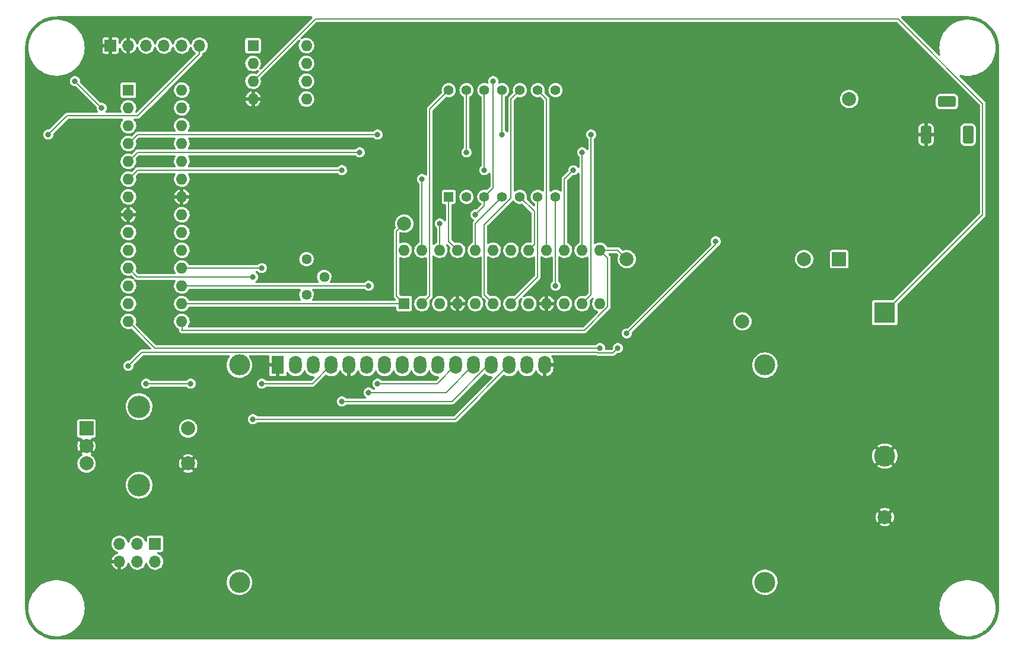
<source format=gbr>
%TF.GenerationSoftware,KiCad,Pcbnew,(6.0.5-0)*%
%TF.CreationDate,2022-07-22T21:53:24-07:00*%
%TF.ProjectId,Gitclock,47697463-6c6f-4636-9b2e-6b696361645f,rev?*%
%TF.SameCoordinates,PX4c4db10PY8b48bd0*%
%TF.FileFunction,Copper,L2,Bot*%
%TF.FilePolarity,Positive*%
%FSLAX46Y46*%
G04 Gerber Fmt 4.6, Leading zero omitted, Abs format (unit mm)*
G04 Created by KiCad (PCBNEW (6.0.5-0)) date 2022-07-22 21:53:24*
%MOMM*%
%LPD*%
G01*
G04 APERTURE LIST*
G04 Aperture macros list*
%AMRoundRect*
0 Rectangle with rounded corners*
0 $1 Rounding radius*
0 $2 $3 $4 $5 $6 $7 $8 $9 X,Y pos of 4 corners*
0 Add a 4 corners polygon primitive as box body*
4,1,4,$2,$3,$4,$5,$6,$7,$8,$9,$2,$3,0*
0 Add four circle primitives for the rounded corners*
1,1,$1+$1,$2,$3*
1,1,$1+$1,$4,$5*
1,1,$1+$1,$6,$7*
1,1,$1+$1,$8,$9*
0 Add four rect primitives between the rounded corners*
20,1,$1+$1,$2,$3,$4,$5,0*
20,1,$1+$1,$4,$5,$6,$7,0*
20,1,$1+$1,$6,$7,$8,$9,0*
20,1,$1+$1,$8,$9,$2,$3,0*%
G04 Aperture macros list end*
%TA.AperFunction,ComponentPad*%
%ADD10R,1.600000X1.600000*%
%TD*%
%TA.AperFunction,ComponentPad*%
%ADD11O,1.600000X1.600000*%
%TD*%
%TA.AperFunction,ComponentPad*%
%ADD12C,3.000000*%
%TD*%
%TA.AperFunction,ComponentPad*%
%ADD13R,1.800000X2.600000*%
%TD*%
%TA.AperFunction,ComponentPad*%
%ADD14O,1.800000X2.600000*%
%TD*%
%TA.AperFunction,ComponentPad*%
%ADD15R,1.700000X1.700000*%
%TD*%
%TA.AperFunction,ComponentPad*%
%ADD16O,1.700000X1.700000*%
%TD*%
%TA.AperFunction,ComponentPad*%
%ADD17C,2.000000*%
%TD*%
%TA.AperFunction,ComponentPad*%
%ADD18C,1.440000*%
%TD*%
%TA.AperFunction,ComponentPad*%
%ADD19C,3.200000*%
%TD*%
%TA.AperFunction,ComponentPad*%
%ADD20R,2.000000X2.000000*%
%TD*%
%TA.AperFunction,ComponentPad*%
%ADD21R,1.400000X1.400000*%
%TD*%
%TA.AperFunction,ComponentPad*%
%ADD22C,1.400000*%
%TD*%
%TA.AperFunction,ComponentPad*%
%ADD23RoundRect,0.400000X-0.400000X0.900000X-0.400000X-0.900000X0.400000X-0.900000X0.400000X0.900000X0*%
%TD*%
%TA.AperFunction,ComponentPad*%
%ADD24RoundRect,0.400000X-0.900000X0.400000X-0.900000X-0.400000X0.900000X-0.400000X0.900000X0.400000X0*%
%TD*%
%TA.AperFunction,ComponentPad*%
%ADD25R,3.000000X3.000000*%
%TD*%
%TA.AperFunction,ViaPad*%
%ADD26C,0.812800*%
%TD*%
%TA.AperFunction,Conductor*%
%ADD27C,0.203200*%
%TD*%
G04 APERTURE END LIST*
D10*
%TO.P,U4,1,X1*%
%TO.N,Net-(U4-Pad1)*%
X33030000Y86350000D03*
D11*
%TO.P,U4,2,X2*%
%TO.N,Net-(U4-Pad2)*%
X33030000Y83810000D03*
%TO.P,U4,3,VBAT*%
%TO.N,+BATT*%
X33030000Y81270000D03*
%TO.P,U4,4,GND*%
%TO.N,GND*%
X33030000Y78730000D03*
%TO.P,U4,5,SDA*%
%TO.N,SDA*%
X40650000Y78730000D03*
%TO.P,U4,6,SCL*%
%TO.N,SCL*%
X40650000Y81270000D03*
%TO.P,U4,7,SQW/OUT*%
%TO.N,unconnected-(U4-Pad7)*%
X40650000Y83810000D03*
%TO.P,U4,8,VCC*%
%TO.N,VCC*%
X40650000Y86350000D03*
%TD*%
D12*
%TO.P,DS2,*%
%TO.N,*%
X106080000Y40757500D03*
X31080900Y40757500D03*
X31080900Y9756800D03*
X106079480Y9756800D03*
D13*
%TO.P,DS2,1,VSS*%
%TO.N,GND*%
X36580000Y40757500D03*
D14*
%TO.P,DS2,2,VDD*%
%TO.N,VCC*%
X39120000Y40757500D03*
%TO.P,DS2,3,VO*%
%TO.N,Net-(DS2-Pad3)*%
X41660000Y40757500D03*
%TO.P,DS2,4,RS*%
%TO.N,RS*%
X44200000Y40757500D03*
%TO.P,DS2,5,R/W*%
%TO.N,GND*%
X46740000Y40757500D03*
%TO.P,DS2,6,E*%
%TO.N,MOSI*%
X49280000Y40757500D03*
%TO.P,DS2,7,D0*%
%TO.N,unconnected-(DS2-Pad7)*%
X51820000Y40757500D03*
%TO.P,DS2,8,D1*%
%TO.N,unconnected-(DS2-Pad8)*%
X54360000Y40757500D03*
%TO.P,DS2,9,D2*%
%TO.N,unconnected-(DS2-Pad9)*%
X56900000Y40757500D03*
%TO.P,DS2,10,D3*%
%TO.N,unconnected-(DS2-Pad10)*%
X59440000Y40757500D03*
%TO.P,DS2,11,D4*%
%TO.N,D4*%
X61980000Y40757500D03*
%TO.P,DS2,12,D5*%
%TO.N,D5*%
X64520000Y40757500D03*
%TO.P,DS2,13,D6*%
%TO.N,D6*%
X67060000Y40757500D03*
%TO.P,DS2,14,D7*%
%TO.N,D7*%
X69600000Y40757500D03*
%TO.P,DS2,15,LED(+)*%
%TO.N,Net-(DS2-Pad15)*%
X72140000Y40757500D03*
%TO.P,DS2,16,LED(-)*%
%TO.N,GND*%
X74680000Y40757500D03*
%TD*%
D10*
%TO.P,U1,1,~{RESET}/PC6*%
%TO.N,RESET*%
X15240000Y80010000D03*
D11*
%TO.P,U1,2,RXD/PD0*%
%TO.N,RXD*%
X15240000Y77470000D03*
%TO.P,U1,3,TXD/PD1*%
%TO.N,TXD*%
X15240000Y74930000D03*
%TO.P,U1,4,INT0/PD2*%
%TO.N,D4*%
X15240000Y72390000D03*
%TO.P,U1,5,INT1/PD3*%
%TO.N,D5*%
X15240000Y69850000D03*
%TO.P,U1,6,PD4*%
%TO.N,D6*%
X15240000Y67310000D03*
%TO.P,U1,7,VCC*%
%TO.N,VCC*%
X15240000Y64770000D03*
%TO.P,U1,8,GND*%
%TO.N,GND*%
X15240000Y62230000D03*
%TO.P,U1,9,XTAL1/PB6*%
%TO.N,Net-(C4-Pad1)*%
X15240000Y59690000D03*
%TO.P,U1,10,XTAL2/PB7*%
%TO.N,Net-(C5-Pad1)*%
X15240000Y57150000D03*
%TO.P,U1,11,OC0B/PD5*%
%TO.N,D7*%
X15240000Y54610000D03*
%TO.P,U1,12,OC0A/PD6*%
%TO.N,unconnected-(U1-Pad12)*%
X15240000Y52070000D03*
%TO.P,U1,13,PD7*%
%TO.N,BUZZER*%
X15240000Y49530000D03*
%TO.P,U1,14,PB0*%
%TO.N,LOAD*%
X15240000Y46990000D03*
%TO.P,U1,15,OC1A/PB1*%
%TO.N,CLK*%
X22860000Y46990000D03*
%TO.P,U1,16,OC1B/PB2*%
%TO.N,DATA*%
X22860000Y49530000D03*
%TO.P,U1,17,MOSI/PB3*%
%TO.N,MOSI*%
X22860000Y52070000D03*
%TO.P,U1,18,MISO/PB4*%
%TO.N,RS*%
X22860000Y54610000D03*
%TO.P,U1,19,SCK/PB5*%
%TO.N,LED_SCK*%
X22860000Y57150000D03*
%TO.P,U1,20,AVCC*%
%TO.N,VCC*%
X22860000Y59690000D03*
%TO.P,U1,21,AREF*%
%TO.N,Net-(C1-Pad1)*%
X22860000Y62230000D03*
%TO.P,U1,22,GND*%
%TO.N,GND*%
X22860000Y64770000D03*
%TO.P,U1,23,ADC0/PC0*%
%TO.N,MENU SCROLL*%
X22860000Y67310000D03*
%TO.P,U1,24,ADC1/PC1*%
%TO.N,MENU OUTPUT2*%
X22860000Y69850000D03*
%TO.P,U1,25,ADC2/PC2*%
%TO.N,unconnected-(U1-Pad25)*%
X22860000Y72390000D03*
%TO.P,U1,26,ADC3/PC3*%
%TO.N,MENU_B*%
X22860000Y74930000D03*
%TO.P,U1,27,SDA/PC4*%
%TO.N,SDA*%
X22860000Y77470000D03*
%TO.P,U1,28,SCL/PC5*%
%TO.N,SCL*%
X22860000Y80010000D03*
%TD*%
D10*
%TO.P,U3,1,DIN*%
%TO.N,DATA*%
X54605000Y49540000D03*
D11*
%TO.P,U3,2,DIG_0*%
%TO.N,Net-(DS1-Pad14)*%
X57145000Y49540000D03*
%TO.P,U3,3,DIG_4*%
%TO.N,Net-(DS1-Pad7)*%
X59685000Y49540000D03*
%TO.P,U3,4,GND*%
%TO.N,GND*%
X62225000Y49540000D03*
%TO.P,U3,5,DIG_6*%
%TO.N,unconnected-(U3-Pad5)*%
X64765000Y49540000D03*
%TO.P,U3,6,DIG_2*%
%TO.N,Net-(DS1-Pad10)*%
X67305000Y49540000D03*
%TO.P,U3,7,DIG_3*%
%TO.N,Net-(DS1-Pad6)*%
X69845000Y49540000D03*
%TO.P,U3,8,DIG_7*%
%TO.N,unconnected-(U3-Pad8)*%
X72385000Y49540000D03*
%TO.P,U3,9,GND*%
%TO.N,GND*%
X74925000Y49540000D03*
%TO.P,U3,10,DIG_5*%
%TO.N,unconnected-(U3-Pad10)*%
X77465000Y49540000D03*
%TO.P,U3,11,DIG_1*%
%TO.N,Net-(DS1-Pad11)*%
X80005000Y49540000D03*
%TO.P,U3,12,LOAD*%
%TO.N,LOAD*%
X82545000Y49540000D03*
%TO.P,U3,13,CLK*%
%TO.N,CLK*%
X82545000Y57160000D03*
%TO.P,U3,14,SEG_A*%
%TO.N,Net-(DS1-Pad13)*%
X80005000Y57160000D03*
%TO.P,U3,15,SEG_F*%
%TO.N,Net-(DS1-Pad12)*%
X77465000Y57160000D03*
%TO.P,U3,16,SEG_B*%
%TO.N,Net-(DS1-Pad9)*%
X74925000Y57160000D03*
%TO.P,U3,17,SEG_G*%
%TO.N,Net-(DS1-Pad5)*%
X72385000Y57160000D03*
%TO.P,U3,18,ISET*%
%TO.N,Net-(R12-Pad2)*%
X69845000Y57160000D03*
%TO.P,U3,19,V+*%
%TO.N,VCC*%
X67305000Y57160000D03*
%TO.P,U3,20,SEG_C*%
%TO.N,Net-(DS1-Pad4)*%
X64765000Y57160000D03*
%TO.P,U3,21,SEG_E*%
%TO.N,Net-(DS1-Pad1)*%
X62225000Y57160000D03*
%TO.P,U3,22,SEG_DP*%
%TO.N,Net-(DS1-Pad3)*%
X59685000Y57160000D03*
%TO.P,U3,23,SEG_D*%
%TO.N,Net-(DS1-Pad2)*%
X57145000Y57160000D03*
%TO.P,U3,24,DOUT*%
%TO.N,unconnected-(U3-Pad24)*%
X54605000Y57160000D03*
%TD*%
D15*
%TO.P,J3,1,Pin_1*%
%TO.N,RS*%
X19050000Y15240000D03*
D16*
%TO.P,J3,2,Pin_2*%
%TO.N,VCC*%
X19050000Y12700000D03*
%TO.P,J3,3,Pin_3*%
%TO.N,LED_SCK*%
X16510000Y15240000D03*
%TO.P,J3,4,Pin_4*%
%TO.N,MOSI*%
X16510000Y12700000D03*
%TO.P,J3,5,Pin_5*%
%TO.N,RESET*%
X13970000Y15240000D03*
%TO.P,J3,6,Pin_6*%
%TO.N,GND*%
X13970000Y12700000D03*
%TD*%
D17*
%TO.P,TP4,1,1*%
%TO.N,CLK*%
X86360000Y55880000D03*
%TD*%
D18*
%TO.P,RV2,1,1*%
%TO.N,GND*%
X40655000Y50800000D03*
%TO.P,RV2,2,2*%
%TO.N,Net-(DS2-Pad3)*%
X43195000Y53340000D03*
%TO.P,RV2,3,3*%
%TO.N,VCC*%
X40655000Y55880000D03*
%TD*%
D19*
%TO.P,SW5,*%
%TO.N,*%
X16760000Y34810000D03*
X16760000Y23610000D03*
D20*
%TO.P,SW5,A,A*%
%TO.N,MENU OUTPUT2*%
X9260000Y31710000D03*
D17*
%TO.P,SW5,B,B*%
%TO.N,MENU SCROLL*%
X9260000Y26710000D03*
%TO.P,SW5,C,C*%
%TO.N,GND*%
X9260000Y29210000D03*
%TO.P,SW5,S1,S1*%
X23760000Y26710000D03*
%TO.P,SW5,S2,S2*%
%TO.N,MENU_B*%
X23760000Y31710000D03*
%TD*%
%TO.P,TP2,1,1*%
%TO.N,DATA*%
X54605000Y60960000D03*
%TD*%
%TO.P,TP1,1,1*%
%TO.N,LOAD*%
X102870000Y46990000D03*
%TD*%
%TO.P,TP5,1,1*%
%TO.N,VCC*%
X118110000Y78740000D03*
%TD*%
%TO.P,TP3,1,1*%
%TO.N,GND*%
X123190000Y19050000D03*
%TD*%
D21*
%TO.P,DS1,1,E*%
%TO.N,Net-(DS1-Pad1)*%
X60960000Y64770000D03*
D22*
%TO.P,DS1,2,D*%
%TO.N,Net-(DS1-Pad2)*%
X63500000Y64770000D03*
%TO.P,DS1,3,DP*%
%TO.N,Net-(DS1-Pad3)*%
X66040000Y64770000D03*
%TO.P,DS1,4,C*%
%TO.N,Net-(DS1-Pad4)*%
X68580000Y64770000D03*
%TO.P,DS1,5,G*%
%TO.N,Net-(DS1-Pad5)*%
X71120000Y64770000D03*
%TO.P,DS1,6,COM_DIG.4*%
%TO.N,Net-(DS1-Pad6)*%
X73660000Y64770000D03*
%TO.P,DS1,7,COM_COLON*%
%TO.N,Net-(DS1-Pad7)*%
X76200000Y64770000D03*
%TO.P,DS1,8,COLON*%
%TO.N,Net-(DS1-Pad3)*%
X76200000Y80010000D03*
%TO.P,DS1,9,B*%
%TO.N,Net-(DS1-Pad9)*%
X73660000Y80010000D03*
%TO.P,DS1,10,COM_DIG.3*%
%TO.N,Net-(DS1-Pad10)*%
X71120000Y80010000D03*
%TO.P,DS1,11,COM_DIG.2*%
%TO.N,Net-(DS1-Pad11)*%
X68580000Y80010000D03*
%TO.P,DS1,12,F*%
%TO.N,Net-(DS1-Pad12)*%
X66040000Y80010000D03*
%TO.P,DS1,13,A*%
%TO.N,Net-(DS1-Pad13)*%
X63500000Y80010000D03*
%TO.P,DS1,14,COM_DIG.1*%
%TO.N,Net-(DS1-Pad14)*%
X60960000Y80010000D03*
%TD*%
D20*
%TO.P,BZ1,1,-*%
%TO.N,VCC*%
X116670785Y55880000D03*
D17*
%TO.P,BZ1,2,+*%
%TO.N,Net-(BZ1-Pad2)*%
X111670785Y55880000D03*
%TD*%
D15*
%TO.P,J2,1,Pin_1*%
%TO.N,GND*%
X12700000Y86360000D03*
D16*
%TO.P,J2,2,Pin_2*%
X15240000Y86360000D03*
%TO.P,J2,3,Pin_3*%
%TO.N,unconnected-(J2-Pad3)*%
X17780000Y86360000D03*
%TO.P,J2,4,Pin_4*%
%TO.N,Net-(J2-Pad4)*%
X20320000Y86360000D03*
%TO.P,J2,5,Pin_5*%
%TO.N,Net-(J2-Pad5)*%
X22860000Y86360000D03*
%TO.P,J2,6,Pin_6*%
%TO.N,Net-(C3-Pad2)*%
X25400000Y86360000D03*
%TD*%
D23*
%TO.P,J1,1,POLE*%
%TO.N,Net-(C6-Pad1)*%
X135080000Y73660000D03*
%TO.P,J1,2,OUT*%
%TO.N,GND*%
X129080000Y73660000D03*
D24*
%TO.P,J1,3,OUT*%
%TO.N,unconnected-(J1-Pad3)*%
X132080000Y78360000D03*
%TD*%
D25*
%TO.P,BT1,1,+*%
%TO.N,+BATT*%
X123190000Y48260000D03*
D12*
%TO.P,BT1,2,-*%
%TO.N,GND*%
X123190000Y27770000D03*
%TD*%
D26*
%TO.N,GND*%
X40640000Y46990000D03*
X30480000Y62230000D03*
X10160000Y44450000D03*
X105410000Y72390000D03*
X71120000Y59690000D03*
X33020000Y57150000D03*
X8890000Y71120000D03*
X6350000Y69850000D03*
X101600000Y57150000D03*
X62230000Y59690000D03*
X105410000Y86360000D03*
%TO.N,Net-(C3-Pad2)*%
X3810000Y73660000D03*
%TO.N,Net-(DS1-Pad2)*%
X57150000Y67310000D03*
%TO.N,Net-(DS1-Pad3)*%
X59690000Y60960000D03*
X67310000Y81280000D03*
X64770000Y62230000D03*
%TO.N,Net-(DS1-Pad7)*%
X76200000Y52070000D03*
%TO.N,Net-(DS1-Pad11)*%
X68580000Y73660000D03*
X81280000Y73660000D03*
%TO.N,Net-(DS1-Pad12)*%
X66040000Y68580000D03*
X78740000Y68575000D03*
%TO.N,Net-(DS1-Pad13)*%
X80010000Y71120000D03*
X63500000Y71120000D03*
%TO.N,RS*%
X34280000Y54600000D03*
X34290000Y38100000D03*
%TO.N,D4*%
X50800000Y73660000D03*
X50800000Y38100000D03*
%TO.N,D5*%
X49530000Y36830000D03*
X48260000Y71120000D03*
%TO.N,D6*%
X45720000Y35560000D03*
X45720000Y68580000D03*
%TO.N,D7*%
X33020000Y53340000D03*
X33020000Y33020000D03*
%TO.N,MENU_B*%
X24130000Y38100000D03*
X17780000Y38100000D03*
%TO.N,LOAD*%
X82550000Y43180000D03*
%TO.N,TXD*%
X7620000Y81280000D03*
X11430000Y77470000D03*
%TO.N,MOSI*%
X49530000Y52070000D03*
%TO.N,Net-(Q1-Pad1)*%
X85090000Y43180000D03*
X86360000Y45274989D03*
X99060000Y58420000D03*
X15240000Y40640000D03*
%TD*%
D27*
%TO.N,Net-(C3-Pad2)*%
X3810000Y73660000D02*
X6505689Y76355689D01*
X6505689Y76355689D02*
X16597770Y76355689D01*
X25400000Y85157919D02*
X25400000Y86360000D01*
X16597770Y76355689D02*
X25400000Y85157919D01*
%TO.N,Net-(DS1-Pad1)*%
X62225000Y57160000D02*
X60960000Y58425000D01*
X60960000Y58425000D02*
X60960000Y64770000D01*
%TO.N,Net-(DS1-Pad2)*%
X57145000Y57160000D02*
X57145000Y67305000D01*
X57145000Y67305000D02*
X57150000Y67310000D01*
%TO.N,Net-(DS1-Pad3)*%
X66040000Y64770000D02*
X67310000Y66040000D01*
X59685000Y60955000D02*
X59690000Y60960000D01*
X67310000Y66040000D02*
X67310000Y81280000D01*
X64770000Y62230000D02*
X66040000Y63500000D01*
X66040000Y63500000D02*
X66040000Y64770000D01*
X59685000Y57160000D02*
X59685000Y60955000D01*
%TO.N,Net-(DS1-Pad4)*%
X64765000Y57160000D02*
X64765000Y60955000D01*
X64765000Y60955000D02*
X68580000Y64770000D01*
%TO.N,Net-(DS1-Pad5)*%
X73184999Y62705001D02*
X71120000Y64770000D01*
X73184999Y57959999D02*
X73184999Y62705001D01*
X72385000Y57160000D02*
X73184999Y57959999D01*
%TO.N,Net-(DS1-Pad6)*%
X73660000Y64770000D02*
X73660000Y53355000D01*
X73660000Y53355000D02*
X69845000Y49540000D01*
%TO.N,Net-(DS1-Pad7)*%
X76200000Y52070000D02*
X76200000Y64770000D01*
%TO.N,Net-(DS1-Pad9)*%
X74924996Y57160008D02*
X74924996Y78745004D01*
X74924996Y78745004D02*
X73660000Y80010000D01*
%TO.N,Net-(DS1-Pad10)*%
X69850000Y64619689D02*
X69850000Y78740000D01*
X67305000Y49540000D02*
X66040000Y50805000D01*
X69850000Y78740000D02*
X71120000Y80010000D01*
X66040000Y60809689D02*
X69850000Y64619689D01*
X66040000Y50805000D02*
X66040000Y60809689D01*
%TO.N,Net-(DS1-Pad11)*%
X81280000Y50815000D02*
X81280000Y73660000D01*
X80005000Y49540000D02*
X81280000Y50815000D01*
X68580000Y73660000D02*
X68580000Y80010000D01*
%TO.N,Net-(DS1-Pad12)*%
X77465000Y57160000D02*
X77465000Y67300000D01*
X77465000Y67300000D02*
X78740000Y68575000D01*
X66040000Y68580000D02*
X66040000Y80010000D01*
%TO.N,Net-(DS1-Pad13)*%
X80005000Y57160000D02*
X80005000Y57155000D01*
X80005000Y57155000D02*
X80010000Y57150000D01*
X80010000Y57150000D02*
X80010000Y71120000D01*
X63500000Y71120000D02*
X63500000Y80010000D01*
%TO.N,Net-(DS1-Pad14)*%
X57145000Y49540000D02*
X58249311Y50644311D01*
X58249311Y77299311D02*
X60960000Y80010000D01*
X58249311Y50644311D02*
X58249311Y77299311D01*
%TO.N,RS*%
X34290000Y38100000D02*
X41542500Y38100000D01*
X41542500Y38100000D02*
X44200000Y40757500D01*
X34280000Y54600000D02*
X22870000Y54600000D01*
%TO.N,D4*%
X59322500Y38100000D02*
X61980000Y40757500D01*
X15250000Y72380000D02*
X16530000Y73660000D01*
X16530000Y73660000D02*
X50800000Y73660000D01*
X50800000Y38100000D02*
X59322500Y38100000D01*
%TO.N,D5*%
X16530000Y71120000D02*
X15250000Y69840000D01*
X60592500Y36830000D02*
X64520000Y40757500D01*
X49530000Y36830000D02*
X60592500Y36830000D01*
X48260000Y71120000D02*
X16530000Y71120000D01*
%TO.N,D6*%
X45720000Y35560000D02*
X61425665Y35560000D01*
X66623165Y40757500D02*
X67060000Y40757500D01*
X61425665Y35560000D02*
X66623165Y40757500D01*
X45720000Y68580000D02*
X16530000Y68580000D01*
X16530000Y68580000D02*
X15250000Y67300000D01*
%TO.N,D7*%
X16510000Y53340000D02*
X33020000Y53340000D01*
X61862500Y33020000D02*
X69600000Y40757500D01*
X15250000Y54600000D02*
X16510000Y53340000D01*
X33020000Y33020000D02*
X61862500Y33020000D01*
%TO.N,MENU_B*%
X17780000Y38100000D02*
X24130000Y38100000D01*
%TO.N,LOAD*%
X15250000Y46980000D02*
X19050000Y43180000D01*
X19050000Y43180000D02*
X82550000Y43180000D01*
%TO.N,TXD*%
X11430000Y77470000D02*
X7620000Y81280000D01*
%TO.N,CLK*%
X22860000Y45720000D02*
X22870000Y45730000D01*
X82545000Y57160000D02*
X83649311Y56055689D01*
X83649311Y49082578D02*
X80286733Y45720000D01*
X22870000Y45730000D02*
X22870000Y46980000D01*
X83649311Y56055689D02*
X83649311Y49082578D01*
X80286733Y45720000D02*
X22860000Y45720000D01*
X85080000Y57160000D02*
X82545000Y57160000D01*
X86360000Y55880000D02*
X85080000Y57160000D01*
%TO.N,DATA*%
X54585000Y49520000D02*
X54605000Y49540000D01*
X54605000Y60960000D02*
X53500689Y59855689D01*
X53500689Y50644311D02*
X54605000Y49540000D01*
X22870000Y49520000D02*
X54585000Y49520000D01*
X53500689Y59855689D02*
X53500689Y50644311D01*
%TO.N,MOSI*%
X22870000Y52060000D02*
X49520000Y52060000D01*
X49520000Y52060000D02*
X49530000Y52070000D01*
%TO.N,+BATT*%
X125063406Y90170000D02*
X41930000Y90170000D01*
X137160000Y78073406D02*
X125063406Y90170000D01*
X137160000Y62230000D02*
X137160000Y78073406D01*
X41930000Y90170000D02*
X33030000Y81270000D01*
X123190000Y48260000D02*
X137160000Y62230000D01*
%TO.N,Net-(Q1-Pad1)*%
X17161811Y42561811D02*
X82163091Y42561811D01*
X82163091Y42561811D02*
X82255613Y42469289D01*
X15240000Y40640000D02*
X17161811Y42561811D01*
X86360000Y45274989D02*
X99060000Y57974989D01*
X84379289Y42469289D02*
X85090000Y43180000D01*
X82255613Y42469289D02*
X84379289Y42469289D01*
X99060000Y57974989D02*
X99060000Y58420000D01*
%TD*%
%TA.AperFunction,Conductor*%
%TO.N,GND*%
G36*
X41436245Y90521216D02*
G01*
X41491661Y90465800D01*
X41511945Y90390100D01*
X41491661Y90314400D01*
X41467601Y90283044D01*
X34182132Y82997575D01*
X34114261Y82958390D01*
X34035891Y82958390D01*
X33968020Y82997575D01*
X33928835Y83065446D01*
X33928835Y83143816D01*
X33945836Y83180694D01*
X33944809Y83181269D01*
X34044067Y83358508D01*
X34046297Y83365077D01*
X34107134Y83544294D01*
X34107135Y83544297D01*
X34109365Y83550867D01*
X34138514Y83751905D01*
X34140035Y83810000D01*
X34121447Y84012288D01*
X34066307Y84207801D01*
X34052997Y84234792D01*
X33979531Y84383764D01*
X33976460Y84389992D01*
X33962693Y84408429D01*
X33897997Y84495067D01*
X33854917Y84552758D01*
X33705746Y84690650D01*
X33533945Y84799048D01*
X33432890Y84839365D01*
X33351710Y84871753D01*
X33351705Y84871754D01*
X33345267Y84874323D01*
X33146030Y84913954D01*
X33139087Y84914045D01*
X33139086Y84914045D01*
X33068065Y84914975D01*
X32942908Y84916613D01*
X32936071Y84915438D01*
X32936069Y84915438D01*
X32749545Y84883387D01*
X32749543Y84883387D01*
X32742702Y84882211D01*
X32736189Y84879808D01*
X32736188Y84879808D01*
X32558631Y84814304D01*
X32558629Y84814303D01*
X32552118Y84811901D01*
X32504005Y84783277D01*
X32383499Y84711584D01*
X32383495Y84711581D01*
X32377538Y84708037D01*
X32372328Y84703468D01*
X32372324Y84703465D01*
X32352343Y84685942D01*
X32224809Y84574098D01*
X32099046Y84414568D01*
X32004461Y84234792D01*
X31944222Y84040789D01*
X31920345Y83839057D01*
X31933631Y83636352D01*
X31935338Y83629630D01*
X31935339Y83629625D01*
X31957011Y83544294D01*
X31983635Y83439463D01*
X31986542Y83433158D01*
X31986542Y83433157D01*
X32020956Y83358508D01*
X32068681Y83254983D01*
X32185923Y83089090D01*
X32190893Y83084248D01*
X32190896Y83084245D01*
X32210194Y83065446D01*
X32331432Y82947341D01*
X32337207Y82943482D01*
X32337211Y82943479D01*
X32412311Y82893299D01*
X32500337Y82834482D01*
X32686980Y82754294D01*
X32693749Y82752762D01*
X32693750Y82752762D01*
X32878340Y82710994D01*
X32885111Y82709462D01*
X32892045Y82709190D01*
X32892049Y82709189D01*
X33019559Y82704179D01*
X33088095Y82701486D01*
X33094971Y82702483D01*
X33094972Y82702483D01*
X33154480Y82711111D01*
X33289133Y82730635D01*
X33295703Y82732865D01*
X33295706Y82732866D01*
X33474923Y82793703D01*
X33474924Y82793703D01*
X33481492Y82795933D01*
X33658731Y82895191D01*
X33659790Y82893299D01*
X33723485Y82915857D01*
X33800543Y82901578D01*
X33860139Y82850683D01*
X33886302Y82776808D01*
X33872023Y82699750D01*
X33842425Y82657868D01*
X33539891Y82355334D01*
X33472020Y82316149D01*
X33393650Y82316149D01*
X33376750Y82321762D01*
X33345267Y82334323D01*
X33146030Y82373954D01*
X33139087Y82374045D01*
X33139086Y82374045D01*
X33068065Y82374975D01*
X32942908Y82376613D01*
X32936071Y82375438D01*
X32936069Y82375438D01*
X32749545Y82343387D01*
X32749543Y82343387D01*
X32742702Y82342211D01*
X32736189Y82339808D01*
X32736188Y82339808D01*
X32558631Y82274304D01*
X32558629Y82274303D01*
X32552118Y82271901D01*
X32504005Y82243277D01*
X32383499Y82171584D01*
X32383495Y82171581D01*
X32377538Y82168037D01*
X32372328Y82163468D01*
X32372324Y82163465D01*
X32241781Y82048982D01*
X32224809Y82034098D01*
X32099046Y81874568D01*
X32095817Y81868430D01*
X32095816Y81868429D01*
X32095041Y81866955D01*
X32004461Y81694792D01*
X31944222Y81500789D01*
X31920345Y81299057D01*
X31924917Y81229308D01*
X31932597Y81112133D01*
X31933631Y81096352D01*
X31935338Y81089630D01*
X31935339Y81089625D01*
X31972055Y80945057D01*
X31983635Y80899463D01*
X31986542Y80893158D01*
X31986542Y80893157D01*
X32053833Y80747192D01*
X32068681Y80714983D01*
X32072687Y80709314D01*
X32072688Y80709313D01*
X32113289Y80651864D01*
X32185923Y80549090D01*
X32190893Y80544248D01*
X32190896Y80544245D01*
X32208735Y80526867D01*
X32331432Y80407341D01*
X32337207Y80403482D01*
X32337211Y80403479D01*
X32414555Y80351800D01*
X32500337Y80294482D01*
X32506718Y80291740D01*
X32506719Y80291740D01*
X32673641Y80220025D01*
X32686980Y80214294D01*
X32693749Y80212762D01*
X32693750Y80212762D01*
X32878340Y80170994D01*
X32885111Y80169462D01*
X32892045Y80169190D01*
X32892049Y80169189D01*
X33019559Y80164179D01*
X33088095Y80161486D01*
X33094971Y80162483D01*
X33094972Y80162483D01*
X33154480Y80171111D01*
X33289133Y80190635D01*
X33295703Y80192865D01*
X33295706Y80192866D01*
X33474923Y80253703D01*
X33474924Y80253703D01*
X33481492Y80255933D01*
X33658731Y80355191D01*
X33814913Y80485087D01*
X33944809Y80641269D01*
X34044067Y80818508D01*
X34046297Y80825077D01*
X34107134Y81004294D01*
X34107135Y81004297D01*
X34109365Y81010867D01*
X34138514Y81211905D01*
X34140035Y81270000D01*
X34137365Y81299057D01*
X39540345Y81299057D01*
X39544917Y81229308D01*
X39552597Y81112133D01*
X39553631Y81096352D01*
X39555338Y81089630D01*
X39555339Y81089625D01*
X39592055Y80945057D01*
X39603635Y80899463D01*
X39606542Y80893158D01*
X39606542Y80893157D01*
X39673833Y80747192D01*
X39688681Y80714983D01*
X39692687Y80709314D01*
X39692688Y80709313D01*
X39733289Y80651864D01*
X39805923Y80549090D01*
X39810893Y80544248D01*
X39810896Y80544245D01*
X39828735Y80526867D01*
X39951432Y80407341D01*
X39957207Y80403482D01*
X39957211Y80403479D01*
X40034555Y80351800D01*
X40120337Y80294482D01*
X40126718Y80291740D01*
X40126719Y80291740D01*
X40293641Y80220025D01*
X40306980Y80214294D01*
X40313749Y80212762D01*
X40313750Y80212762D01*
X40498340Y80170994D01*
X40505111Y80169462D01*
X40512045Y80169190D01*
X40512049Y80169189D01*
X40639559Y80164179D01*
X40708095Y80161486D01*
X40714971Y80162483D01*
X40714972Y80162483D01*
X40774480Y80171111D01*
X40909133Y80190635D01*
X40915703Y80192865D01*
X40915706Y80192866D01*
X41094923Y80253703D01*
X41094924Y80253703D01*
X41101492Y80255933D01*
X41278731Y80355191D01*
X41434913Y80485087D01*
X41564809Y80641269D01*
X41664067Y80818508D01*
X41666297Y80825077D01*
X41727134Y81004294D01*
X41727135Y81004297D01*
X41729365Y81010867D01*
X41758514Y81211905D01*
X41760035Y81270000D01*
X41741447Y81472288D01*
X41686307Y81667801D01*
X41672997Y81694792D01*
X41638019Y81765718D01*
X41596460Y81849992D01*
X41582693Y81868429D01*
X41553792Y81907132D01*
X41474917Y82012758D01*
X41325746Y82150650D01*
X41153945Y82259048D01*
X41023852Y82310950D01*
X40971710Y82331753D01*
X40971705Y82331754D01*
X40965267Y82334323D01*
X40766030Y82373954D01*
X40759087Y82374045D01*
X40759086Y82374045D01*
X40688065Y82374975D01*
X40562908Y82376613D01*
X40556071Y82375438D01*
X40556069Y82375438D01*
X40369545Y82343387D01*
X40369543Y82343387D01*
X40362702Y82342211D01*
X40356189Y82339808D01*
X40356188Y82339808D01*
X40178631Y82274304D01*
X40178629Y82274303D01*
X40172118Y82271901D01*
X40124005Y82243277D01*
X40003499Y82171584D01*
X40003495Y82171581D01*
X39997538Y82168037D01*
X39992328Y82163468D01*
X39992324Y82163465D01*
X39861781Y82048982D01*
X39844809Y82034098D01*
X39719046Y81874568D01*
X39715817Y81868430D01*
X39715816Y81868429D01*
X39715041Y81866955D01*
X39624461Y81694792D01*
X39564222Y81500789D01*
X39540345Y81299057D01*
X34137365Y81299057D01*
X34121447Y81472288D01*
X34082530Y81610278D01*
X34076521Y81631586D01*
X34075496Y81709950D01*
X34115181Y81779738D01*
X36174500Y83839057D01*
X39540345Y83839057D01*
X39553631Y83636352D01*
X39555338Y83629630D01*
X39555339Y83629625D01*
X39577011Y83544294D01*
X39603635Y83439463D01*
X39606542Y83433158D01*
X39606542Y83433157D01*
X39640956Y83358508D01*
X39688681Y83254983D01*
X39805923Y83089090D01*
X39810893Y83084248D01*
X39810896Y83084245D01*
X39830194Y83065446D01*
X39951432Y82947341D01*
X39957207Y82943482D01*
X39957211Y82943479D01*
X40032311Y82893299D01*
X40120337Y82834482D01*
X40306980Y82754294D01*
X40313749Y82752762D01*
X40313750Y82752762D01*
X40498340Y82710994D01*
X40505111Y82709462D01*
X40512045Y82709190D01*
X40512049Y82709189D01*
X40639559Y82704179D01*
X40708095Y82701486D01*
X40714971Y82702483D01*
X40714972Y82702483D01*
X40774480Y82711111D01*
X40909133Y82730635D01*
X40915703Y82732865D01*
X40915706Y82732866D01*
X41094923Y82793703D01*
X41094924Y82793703D01*
X41101492Y82795933D01*
X41278731Y82895191D01*
X41434913Y83025087D01*
X41564809Y83181269D01*
X41664067Y83358508D01*
X41666297Y83365077D01*
X41727134Y83544294D01*
X41727135Y83544297D01*
X41729365Y83550867D01*
X41758514Y83751905D01*
X41760035Y83810000D01*
X41741447Y84012288D01*
X41686307Y84207801D01*
X41672997Y84234792D01*
X41599531Y84383764D01*
X41596460Y84389992D01*
X41582693Y84408429D01*
X41517997Y84495067D01*
X41474917Y84552758D01*
X41325746Y84690650D01*
X41153945Y84799048D01*
X41052890Y84839365D01*
X40971710Y84871753D01*
X40971705Y84871754D01*
X40965267Y84874323D01*
X40766030Y84913954D01*
X40759087Y84914045D01*
X40759086Y84914045D01*
X40688065Y84914975D01*
X40562908Y84916613D01*
X40556071Y84915438D01*
X40556069Y84915438D01*
X40369545Y84883387D01*
X40369543Y84883387D01*
X40362702Y84882211D01*
X40356189Y84879808D01*
X40356188Y84879808D01*
X40178631Y84814304D01*
X40178629Y84814303D01*
X40172118Y84811901D01*
X40124005Y84783277D01*
X40003499Y84711584D01*
X40003495Y84711581D01*
X39997538Y84708037D01*
X39992328Y84703468D01*
X39992324Y84703465D01*
X39972343Y84685942D01*
X39844809Y84574098D01*
X39719046Y84414568D01*
X39624461Y84234792D01*
X39564222Y84040789D01*
X39540345Y83839057D01*
X36174500Y83839057D01*
X39501641Y87166198D01*
X39569512Y87205383D01*
X39647882Y87205383D01*
X39715753Y87166198D01*
X39754938Y87098327D01*
X39754938Y87019957D01*
X39727594Y86965411D01*
X39719046Y86954568D01*
X39715817Y86948430D01*
X39715816Y86948429D01*
X39628169Y86781839D01*
X39624461Y86774792D01*
X39564222Y86580789D01*
X39540345Y86379057D01*
X39553631Y86176352D01*
X39555338Y86169630D01*
X39555339Y86169625D01*
X39592305Y86024073D01*
X39603635Y85979463D01*
X39606542Y85973158D01*
X39606542Y85973157D01*
X39640956Y85898508D01*
X39688681Y85794983D01*
X39692687Y85789314D01*
X39692688Y85789313D01*
X39703188Y85774456D01*
X39805923Y85629090D01*
X39810893Y85624248D01*
X39810896Y85624245D01*
X39834107Y85601634D01*
X39951432Y85487341D01*
X39957207Y85483482D01*
X39957211Y85483479D01*
X40066969Y85410141D01*
X40120337Y85374482D01*
X40126718Y85371740D01*
X40126719Y85371740D01*
X40284603Y85303908D01*
X40306980Y85294294D01*
X40313749Y85292762D01*
X40313750Y85292762D01*
X40498340Y85250994D01*
X40505111Y85249462D01*
X40512045Y85249190D01*
X40512049Y85249189D01*
X40632001Y85244476D01*
X40708095Y85241486D01*
X40714971Y85242483D01*
X40714972Y85242483D01*
X40774480Y85251111D01*
X40909133Y85270635D01*
X40915703Y85272865D01*
X40915706Y85272866D01*
X41094923Y85333703D01*
X41094924Y85333703D01*
X41101492Y85335933D01*
X41278731Y85435191D01*
X41434913Y85565087D01*
X41564809Y85721269D01*
X41664067Y85898508D01*
X41687901Y85968719D01*
X41727134Y86084294D01*
X41727135Y86084297D01*
X41729365Y86090867D01*
X41758514Y86291905D01*
X41760035Y86350000D01*
X41741447Y86552288D01*
X41686307Y86747801D01*
X41681201Y86758156D01*
X41599531Y86923764D01*
X41596460Y86929992D01*
X41582693Y86948429D01*
X41479073Y87087192D01*
X41474917Y87092758D01*
X41325746Y87230650D01*
X41153945Y87339048D01*
X41033003Y87387299D01*
X40971710Y87411753D01*
X40971705Y87411754D01*
X40965267Y87414323D01*
X40766030Y87453954D01*
X40759087Y87454045D01*
X40759086Y87454045D01*
X40688065Y87454975D01*
X40562908Y87456613D01*
X40556071Y87455438D01*
X40556069Y87455438D01*
X40369545Y87423387D01*
X40369543Y87423387D01*
X40362702Y87422211D01*
X40356189Y87419808D01*
X40356188Y87419808D01*
X40178631Y87354304D01*
X40178629Y87354303D01*
X40172118Y87351901D01*
X40019384Y87261034D01*
X40016246Y87259167D01*
X39940818Y87237894D01*
X39864859Y87257185D01*
X39808722Y87311871D01*
X39787449Y87387299D01*
X39806740Y87463258D01*
X39831780Y87496337D01*
X42054199Y89718756D01*
X42122070Y89757941D01*
X42161255Y89763100D01*
X124832151Y89763100D01*
X124907851Y89742816D01*
X124939207Y89718756D01*
X136708756Y77949206D01*
X136747941Y77881335D01*
X136753100Y77842150D01*
X136753100Y62461256D01*
X136732816Y62385556D01*
X136708756Y62354200D01*
X124464201Y50109644D01*
X124396330Y50070459D01*
X124357145Y50065300D01*
X121644642Y50065300D01*
X121632289Y50063830D01*
X121629301Y50063475D01*
X121629300Y50063475D01*
X121618022Y50062133D01*
X121569876Y50040747D01*
X121526856Y50021639D01*
X121526854Y50021637D01*
X121514081Y50015964D01*
X121433730Y49935472D01*
X121387742Y49831451D01*
X121384700Y49805358D01*
X121384700Y46714642D01*
X121387867Y46688022D01*
X121392479Y46677640D01*
X121428361Y46596856D01*
X121428363Y46596854D01*
X121434036Y46584081D01*
X121514528Y46503730D01*
X121618549Y46457742D01*
X121629856Y46456424D01*
X121629859Y46456423D01*
X121636092Y46455697D01*
X121644642Y46454700D01*
X124735358Y46454700D01*
X124749841Y46456423D01*
X124750699Y46456525D01*
X124750700Y46456525D01*
X124761978Y46457867D01*
X124815280Y46481543D01*
X124853144Y46498361D01*
X124853146Y46498363D01*
X124865919Y46504036D01*
X124946270Y46584528D01*
X124992258Y46688549D01*
X124995300Y46714642D01*
X124995300Y49427145D01*
X125015584Y49502845D01*
X125039644Y49534201D01*
X137470366Y61964922D01*
X137470369Y61964926D01*
X137493292Y61987849D01*
X137498702Y61998467D01*
X137498705Y61998471D01*
X137502605Y62006125D01*
X137515015Y62026376D01*
X137520063Y62033325D01*
X137527069Y62042968D01*
X137533405Y62062467D01*
X137542495Y62084415D01*
X137551809Y62102694D01*
X137553673Y62114463D01*
X137553675Y62114469D01*
X137555020Y62122961D01*
X137560564Y62146054D01*
X137563216Y62154217D01*
X137563216Y62154218D01*
X137566899Y62165553D01*
X137566899Y62197970D01*
X137566900Y62197976D01*
X137566900Y78105430D01*
X137566899Y78105436D01*
X137566899Y78137853D01*
X137563219Y78149179D01*
X137563218Y78149186D01*
X137560563Y78157357D01*
X137555018Y78180452D01*
X137553673Y78188942D01*
X137551809Y78200712D01*
X137542500Y78218982D01*
X137533407Y78240935D01*
X137530753Y78249103D01*
X137530752Y78249104D01*
X137527070Y78260438D01*
X137515012Y78277034D01*
X137502606Y78297279D01*
X137493292Y78315557D01*
X137470369Y78338480D01*
X137470366Y78338484D01*
X133901718Y81907132D01*
X133862533Y81975003D01*
X133862533Y82053373D01*
X133901718Y82121244D01*
X133969589Y82160429D01*
X134039992Y82162334D01*
X134234978Y82121244D01*
X134342541Y82098577D01*
X134363458Y82094169D01*
X134367256Y82093763D01*
X134367263Y82093762D01*
X134647598Y82063803D01*
X134766427Y82051104D01*
X134990173Y82049932D01*
X135167857Y82049002D01*
X135167858Y82049002D01*
X135171685Y82048982D01*
X135311355Y82062431D01*
X135571262Y82087457D01*
X135571264Y82087457D01*
X135575083Y82087825D01*
X135578839Y82088576D01*
X135578849Y82088577D01*
X135968739Y82166485D01*
X135968744Y82166486D01*
X135972491Y82167235D01*
X136165919Y82226741D01*
X136356170Y82285270D01*
X136356175Y82285272D01*
X136359839Y82286399D01*
X136733162Y82444096D01*
X136736516Y82445932D01*
X137085284Y82636878D01*
X137085288Y82636881D01*
X137088637Y82638714D01*
X137116507Y82657868D01*
X137379101Y82838343D01*
X137422626Y82868257D01*
X137425547Y82870734D01*
X137425552Y82870738D01*
X137728788Y83127902D01*
X137731708Y83130378D01*
X137851618Y83254983D01*
X138010073Y83419642D01*
X138010077Y83419646D01*
X138012718Y83422391D01*
X138108303Y83544294D01*
X138260422Y83738298D01*
X138260425Y83738303D01*
X138262781Y83741307D01*
X138438310Y84018967D01*
X138477284Y84080617D01*
X138477290Y84080628D01*
X138479334Y84083861D01*
X138482707Y84090625D01*
X138658448Y84443108D01*
X138658449Y84443110D01*
X138660162Y84446546D01*
X138803412Y84825647D01*
X138907619Y85217284D01*
X138908227Y85221078D01*
X138971108Y85613655D01*
X138971109Y85613662D01*
X138971715Y85617447D01*
X138972387Y85629090D01*
X138994926Y86020010D01*
X138995043Y86022039D01*
X138995141Y86050000D01*
X138979437Y86360000D01*
X138974832Y86450917D01*
X138974832Y86450919D01*
X138974638Y86454745D01*
X138913337Y86855345D01*
X138811867Y87247701D01*
X138671267Y87627793D01*
X138661839Y87647039D01*
X138517298Y87942081D01*
X138492975Y87991731D01*
X138383941Y88166900D01*
X138280839Y88332542D01*
X138280834Y88332549D01*
X138278818Y88335788D01*
X138269956Y88347255D01*
X138033333Y88653409D01*
X138030989Y88656442D01*
X138021500Y88666442D01*
X137910148Y88783782D01*
X137752024Y88950410D01*
X137444779Y89214682D01*
X137112401Y89446552D01*
X136758293Y89643646D01*
X136748323Y89647940D01*
X136583890Y89718756D01*
X136386080Y89803947D01*
X136382431Y89805098D01*
X136382427Y89805099D01*
X136003234Y89924658D01*
X136003228Y89924659D01*
X135999573Y89925812D01*
X135995819Y89926589D01*
X135995809Y89926592D01*
X135606484Y90007217D01*
X135606476Y90007218D01*
X135602730Y90007994D01*
X135598925Y90008387D01*
X135598920Y90008388D01*
X135203416Y90049259D01*
X135199613Y90049652D01*
X135195799Y90049659D01*
X135195792Y90049659D01*
X134991109Y90050016D01*
X134794350Y90050359D01*
X134790535Y90049978D01*
X134790531Y90049978D01*
X134635612Y90034515D01*
X134391090Y90010109D01*
X134360233Y90003831D01*
X133997715Y89930076D01*
X133997707Y89930074D01*
X133993962Y89929312D01*
X133649127Y89821908D01*
X133642799Y89819937D01*
X133607032Y89808797D01*
X133234262Y89649797D01*
X133230898Y89647940D01*
X132882826Y89455794D01*
X132882822Y89455791D01*
X132879468Y89453940D01*
X132546283Y89223232D01*
X132238118Y88960034D01*
X132235465Y88957258D01*
X132235461Y88957254D01*
X131970325Y88679805D01*
X131958128Y88667042D01*
X131955782Y88664029D01*
X131955779Y88664025D01*
X131716966Y88357255D01*
X131709181Y88347255D01*
X131707146Y88344012D01*
X131707146Y88344011D01*
X131703887Y88338816D01*
X131493824Y88003947D01*
X131492127Y88000513D01*
X131492124Y88000508D01*
X131487786Y87991731D01*
X131314263Y87640633D01*
X131312921Y87637043D01*
X131312919Y87637039D01*
X131173681Y87264629D01*
X131172337Y87261034D01*
X131069498Y86869036D01*
X131068906Y86865257D01*
X131068905Y86865251D01*
X131050513Y86747801D01*
X131006800Y86468651D01*
X131006592Y86464820D01*
X131006592Y86464815D01*
X131001573Y86372135D01*
X130984883Y86063981D01*
X131003974Y85659167D01*
X131004538Y85655393D01*
X131004539Y85655383D01*
X131062189Y85269639D01*
X131063876Y85258354D01*
X131064821Y85254645D01*
X131064823Y85254637D01*
X131103273Y85103792D01*
X131102315Y85025428D01*
X131062304Y84958041D01*
X130993959Y84919688D01*
X130915595Y84920646D01*
X130849508Y84959341D01*
X125525805Y90283044D01*
X125486620Y90350915D01*
X125486620Y90429285D01*
X125525805Y90497156D01*
X125593676Y90536341D01*
X125632861Y90541500D01*
X134938671Y90541500D01*
X134961964Y90539697D01*
X134973061Y90537969D01*
X134973063Y90537969D01*
X134983724Y90536309D01*
X134994423Y90537708D01*
X134994424Y90537708D01*
X135001989Y90538697D01*
X135028222Y90539831D01*
X135374855Y90524696D01*
X135388012Y90523545D01*
X135763391Y90474126D01*
X135776399Y90471832D01*
X136070101Y90406720D01*
X136145071Y90390100D01*
X136146027Y90389888D01*
X136158785Y90386470D01*
X136519887Y90272614D01*
X136532298Y90268096D01*
X136882081Y90123211D01*
X136894042Y90117635D01*
X137229906Y89942795D01*
X137241327Y89936200D01*
X137560640Y89732775D01*
X137571459Y89725200D01*
X137871830Y89494718D01*
X137881948Y89486228D01*
X138161096Y89230436D01*
X138170436Y89221096D01*
X138426228Y88941948D01*
X138434718Y88931830D01*
X138665200Y88631459D01*
X138672775Y88620640D01*
X138876200Y88301327D01*
X138882795Y88289906D01*
X139057635Y87954042D01*
X139063211Y87942081D01*
X139208096Y87592298D01*
X139212614Y87579887D01*
X139263087Y87419808D01*
X139314320Y87257321D01*
X139326470Y87218785D01*
X139329888Y87206027D01*
X139411832Y86836399D01*
X139414126Y86823391D01*
X139463545Y86448012D01*
X139464696Y86434855D01*
X139468159Y86355540D01*
X139475890Y86178497D01*
X139479493Y86095971D01*
X139477993Y86068930D01*
X139477969Y86066935D01*
X139476309Y86056276D01*
X139479744Y86030010D01*
X139480222Y86026352D01*
X139481500Y86006721D01*
X139481500Y6101329D01*
X139479697Y6078036D01*
X139479355Y6075836D01*
X139476309Y6056276D01*
X139477708Y6045577D01*
X139477708Y6045576D01*
X139478697Y6038011D01*
X139479831Y6011778D01*
X139464696Y5665145D01*
X139463545Y5651988D01*
X139414126Y5276609D01*
X139411832Y5263601D01*
X139329888Y4893973D01*
X139326470Y4881215D01*
X139212614Y4520113D01*
X139208096Y4507702D01*
X139063211Y4157919D01*
X139057635Y4145958D01*
X138882795Y3810094D01*
X138876200Y3798673D01*
X138672775Y3479360D01*
X138665200Y3468541D01*
X138434718Y3168170D01*
X138426228Y3158052D01*
X138170436Y2878904D01*
X138161096Y2869564D01*
X137881948Y2613772D01*
X137871830Y2605282D01*
X137571459Y2374800D01*
X137560640Y2367225D01*
X137241327Y2163800D01*
X137229906Y2157205D01*
X136894042Y1982365D01*
X136882081Y1976789D01*
X136532298Y1831904D01*
X136519887Y1827386D01*
X136158785Y1713530D01*
X136146027Y1710112D01*
X135776399Y1628168D01*
X135763391Y1625874D01*
X135388012Y1576455D01*
X135374855Y1575304D01*
X135190650Y1567261D01*
X135035968Y1560507D01*
X135008930Y1562007D01*
X135006935Y1562031D01*
X134996276Y1563691D01*
X134967863Y1559976D01*
X134966352Y1559778D01*
X134946721Y1558500D01*
X5041329Y1558500D01*
X5018036Y1560303D01*
X5006939Y1562031D01*
X5006937Y1562031D01*
X4996276Y1563691D01*
X4985577Y1562292D01*
X4985576Y1562292D01*
X4978011Y1561303D01*
X4951778Y1560169D01*
X4605145Y1575304D01*
X4591988Y1576455D01*
X4216609Y1625874D01*
X4203601Y1628168D01*
X3833973Y1710112D01*
X3821215Y1713530D01*
X3460113Y1827386D01*
X3447702Y1831904D01*
X3097919Y1976789D01*
X3085958Y1982365D01*
X2750094Y2157205D01*
X2738673Y2163800D01*
X2419360Y2367225D01*
X2408541Y2374800D01*
X2108170Y2605282D01*
X2098052Y2613772D01*
X1818904Y2869564D01*
X1809564Y2878904D01*
X1553772Y3158052D01*
X1545282Y3168170D01*
X1314800Y3468541D01*
X1307225Y3479360D01*
X1103800Y3798673D01*
X1097205Y3810094D01*
X922365Y4145958D01*
X916789Y4157919D01*
X771904Y4507702D01*
X767386Y4520113D01*
X653530Y4881215D01*
X650112Y4893973D01*
X568168Y5263601D01*
X565874Y5276609D01*
X516455Y5651988D01*
X515304Y5665145D01*
X500678Y6000115D01*
X502263Y6025835D01*
X502083Y6025851D01*
X502606Y6031680D01*
X503576Y6037448D01*
X503729Y6050000D01*
X501727Y6063981D01*
X984883Y6063981D01*
X1003974Y5659167D01*
X1004538Y5655393D01*
X1004539Y5655383D01*
X1013605Y5594723D01*
X1063876Y5258354D01*
X1064821Y5254645D01*
X1064823Y5254637D01*
X1156755Y4893973D01*
X1163975Y4865648D01*
X1165293Y4862047D01*
X1301933Y4488659D01*
X1301937Y4488650D01*
X1303248Y4485067D01*
X1480268Y4120509D01*
X1693223Y3775706D01*
X1695553Y3772670D01*
X1695554Y3772668D01*
X1719618Y3741307D01*
X1939932Y3454188D01*
X1942556Y3451403D01*
X1942559Y3451400D01*
X2078900Y3306719D01*
X2217869Y3159249D01*
X2524189Y2893906D01*
X2855755Y2660877D01*
X3209173Y2462548D01*
X3580825Y2300950D01*
X3966904Y2177736D01*
X4363458Y2094169D01*
X4367256Y2093763D01*
X4367263Y2093762D01*
X4647598Y2063803D01*
X4766427Y2051104D01*
X4990173Y2049932D01*
X5167857Y2049002D01*
X5167858Y2049002D01*
X5171685Y2048982D01*
X5311355Y2062431D01*
X5571262Y2087457D01*
X5571264Y2087457D01*
X5575083Y2087825D01*
X5578839Y2088576D01*
X5578849Y2088577D01*
X5968739Y2166485D01*
X5968744Y2166486D01*
X5972491Y2167235D01*
X6165919Y2226741D01*
X6356170Y2285270D01*
X6356175Y2285272D01*
X6359839Y2286399D01*
X6733162Y2444096D01*
X6736516Y2445932D01*
X7085284Y2636878D01*
X7085288Y2636881D01*
X7088637Y2638714D01*
X7124095Y2663083D01*
X7419467Y2866086D01*
X7422626Y2868257D01*
X7425547Y2870734D01*
X7425552Y2870738D01*
X7728788Y3127902D01*
X7731708Y3130378D01*
X8012718Y3422391D01*
X8262781Y3741307D01*
X8322244Y3835369D01*
X8477284Y4080617D01*
X8477290Y4080628D01*
X8479334Y4083861D01*
X8510290Y4145948D01*
X8658448Y4443108D01*
X8658449Y4443110D01*
X8660162Y4446546D01*
X8803412Y4825647D01*
X8907619Y5217284D01*
X8913602Y5254637D01*
X8971108Y5613655D01*
X8971109Y5613662D01*
X8971715Y5617447D01*
X8973903Y5655383D01*
X8994926Y6020010D01*
X8995043Y6022039D01*
X8995121Y6044154D01*
X8995134Y6047948D01*
X8995134Y6047955D01*
X8995141Y6050000D01*
X8994433Y6063981D01*
X130984883Y6063981D01*
X131003974Y5659167D01*
X131004538Y5655393D01*
X131004539Y5655383D01*
X131013605Y5594723D01*
X131063876Y5258354D01*
X131064821Y5254645D01*
X131064823Y5254637D01*
X131156755Y4893973D01*
X131163975Y4865648D01*
X131165293Y4862047D01*
X131301933Y4488659D01*
X131301937Y4488650D01*
X131303248Y4485067D01*
X131480268Y4120509D01*
X131693223Y3775706D01*
X131695553Y3772670D01*
X131695554Y3772668D01*
X131719618Y3741307D01*
X131939932Y3454188D01*
X131942556Y3451403D01*
X131942559Y3451400D01*
X132078900Y3306719D01*
X132217869Y3159249D01*
X132524189Y2893906D01*
X132855755Y2660877D01*
X133209173Y2462548D01*
X133580825Y2300950D01*
X133966904Y2177736D01*
X134363458Y2094169D01*
X134367256Y2093763D01*
X134367263Y2093762D01*
X134647598Y2063803D01*
X134766427Y2051104D01*
X134990173Y2049932D01*
X135167857Y2049002D01*
X135167858Y2049002D01*
X135171685Y2048982D01*
X135311355Y2062431D01*
X135571262Y2087457D01*
X135571264Y2087457D01*
X135575083Y2087825D01*
X135578839Y2088576D01*
X135578849Y2088577D01*
X135968739Y2166485D01*
X135968744Y2166486D01*
X135972491Y2167235D01*
X136165919Y2226741D01*
X136356170Y2285270D01*
X136356175Y2285272D01*
X136359839Y2286399D01*
X136733162Y2444096D01*
X136736516Y2445932D01*
X137085284Y2636878D01*
X137085288Y2636881D01*
X137088637Y2638714D01*
X137124095Y2663083D01*
X137419467Y2866086D01*
X137422626Y2868257D01*
X137425547Y2870734D01*
X137425552Y2870738D01*
X137728788Y3127902D01*
X137731708Y3130378D01*
X138012718Y3422391D01*
X138262781Y3741307D01*
X138322244Y3835369D01*
X138477284Y4080617D01*
X138477290Y4080628D01*
X138479334Y4083861D01*
X138510290Y4145948D01*
X138658448Y4443108D01*
X138658449Y4443110D01*
X138660162Y4446546D01*
X138803412Y4825647D01*
X138907619Y5217284D01*
X138913602Y5254637D01*
X138971108Y5613655D01*
X138971109Y5613662D01*
X138971715Y5617447D01*
X138973903Y5655383D01*
X138994926Y6020010D01*
X138995043Y6022039D01*
X138995121Y6044154D01*
X138995134Y6047948D01*
X138995134Y6047955D01*
X138995141Y6050000D01*
X138974638Y6454745D01*
X138913337Y6855345D01*
X138811867Y7247701D01*
X138671267Y7627793D01*
X138492975Y7991731D01*
X138383941Y8166900D01*
X138280839Y8332542D01*
X138280834Y8332549D01*
X138278818Y8335788D01*
X138269956Y8347255D01*
X138101553Y8565143D01*
X138030989Y8656442D01*
X138024696Y8663074D01*
X137754656Y8947636D01*
X137752024Y8950410D01*
X137444779Y9214682D01*
X137112401Y9446552D01*
X136758293Y9643646D01*
X136748323Y9647940D01*
X136613898Y9705832D01*
X136386080Y9803947D01*
X136382431Y9805098D01*
X136382427Y9805099D01*
X136003234Y9924658D01*
X136003228Y9924659D01*
X135999573Y9925812D01*
X135995819Y9926589D01*
X135995809Y9926592D01*
X135606484Y10007217D01*
X135606476Y10007218D01*
X135602730Y10007994D01*
X135598925Y10008387D01*
X135598920Y10008388D01*
X135203416Y10049259D01*
X135199613Y10049652D01*
X135195799Y10049659D01*
X135195792Y10049659D01*
X134991109Y10050016D01*
X134794350Y10050359D01*
X134790535Y10049978D01*
X134790531Y10049978D01*
X134635612Y10034515D01*
X134391090Y10010109D01*
X134360233Y10003831D01*
X133997715Y9930076D01*
X133997707Y9930074D01*
X133993962Y9929312D01*
X133607032Y9808797D01*
X133234262Y9649797D01*
X133230898Y9647940D01*
X132882826Y9455794D01*
X132882822Y9455791D01*
X132879468Y9453940D01*
X132546283Y9223232D01*
X132238118Y8960034D01*
X132235465Y8957258D01*
X132235461Y8957254D01*
X132069985Y8784093D01*
X131958128Y8667042D01*
X131955782Y8664029D01*
X131955779Y8664025D01*
X131737900Y8384146D01*
X131709181Y8347255D01*
X131493824Y8003947D01*
X131492127Y8000513D01*
X131492124Y8000508D01*
X131465946Y7947541D01*
X131314263Y7640633D01*
X131312921Y7637043D01*
X131312919Y7637039D01*
X131173681Y7264629D01*
X131172337Y7261034D01*
X131069498Y6869036D01*
X131006800Y6468651D01*
X131006592Y6464820D01*
X131006592Y6464815D01*
X130999170Y6327770D01*
X130984883Y6063981D01*
X8994433Y6063981D01*
X8974638Y6454745D01*
X8913337Y6855345D01*
X8811867Y7247701D01*
X8671267Y7627793D01*
X8492975Y7991731D01*
X8383941Y8166900D01*
X8280839Y8332542D01*
X8280834Y8332549D01*
X8278818Y8335788D01*
X8269956Y8347255D01*
X8101553Y8565143D01*
X8030989Y8656442D01*
X8024696Y8663074D01*
X7754656Y8947636D01*
X7752024Y8950410D01*
X7444779Y9214682D01*
X7112401Y9446552D01*
X6758293Y9643646D01*
X6748323Y9647940D01*
X6613898Y9705832D01*
X6386080Y9803947D01*
X6385310Y9804190D01*
X29271158Y9804190D01*
X29271427Y9798587D01*
X29271427Y9798582D01*
X29278959Y9641786D01*
X29284032Y9536172D01*
X29285125Y9530676D01*
X29285126Y9530670D01*
X29335284Y9278510D01*
X29336380Y9273002D01*
X29427052Y9020459D01*
X29554056Y8784093D01*
X29714602Y8569096D01*
X29905164Y8380190D01*
X29909689Y8376872D01*
X29909695Y8376867D01*
X30117030Y8224843D01*
X30121554Y8221526D01*
X30359020Y8096589D01*
X30364324Y8094737D01*
X30364328Y8094735D01*
X30478492Y8054868D01*
X30612344Y8008125D01*
X30875961Y7958075D01*
X30881572Y7957855D01*
X30881577Y7957854D01*
X31035460Y7951809D01*
X31144081Y7947541D01*
X31149669Y7948153D01*
X31149670Y7948153D01*
X31268853Y7961206D01*
X31410812Y7976753D01*
X31670296Y8045069D01*
X31790213Y8096589D01*
X31911672Y8148772D01*
X31911673Y8148773D01*
X31916832Y8150989D01*
X31921603Y8153941D01*
X31921608Y8153944D01*
X32140227Y8289230D01*
X32145004Y8292186D01*
X32349799Y8465558D01*
X32514540Y8653409D01*
X32523016Y8663074D01*
X32523019Y8663078D01*
X32526719Y8667297D01*
X32529754Y8672015D01*
X32529759Y8672022D01*
X32668837Y8888243D01*
X32668840Y8888248D01*
X32671877Y8892970D01*
X32696503Y8947636D01*
X32779775Y9132494D01*
X32779775Y9132495D01*
X32782084Y9137620D01*
X32854918Y9395872D01*
X32861366Y9446552D01*
X32886439Y9643646D01*
X32888781Y9662053D01*
X32891262Y9756800D01*
X32887740Y9804190D01*
X104269738Y9804190D01*
X104270007Y9798587D01*
X104270007Y9798582D01*
X104277539Y9641786D01*
X104282612Y9536172D01*
X104283705Y9530676D01*
X104283706Y9530670D01*
X104333864Y9278510D01*
X104334960Y9273002D01*
X104425632Y9020459D01*
X104552636Y8784093D01*
X104713182Y8569096D01*
X104903744Y8380190D01*
X104908269Y8376872D01*
X104908275Y8376867D01*
X105115610Y8224843D01*
X105120134Y8221526D01*
X105357600Y8096589D01*
X105362904Y8094737D01*
X105362908Y8094735D01*
X105477072Y8054868D01*
X105610924Y8008125D01*
X105874541Y7958075D01*
X105880152Y7957855D01*
X105880157Y7957854D01*
X106034040Y7951809D01*
X106142661Y7947541D01*
X106148249Y7948153D01*
X106148250Y7948153D01*
X106267433Y7961206D01*
X106409392Y7976753D01*
X106668876Y8045069D01*
X106788793Y8096589D01*
X106910252Y8148772D01*
X106910253Y8148773D01*
X106915412Y8150989D01*
X106920183Y8153941D01*
X106920188Y8153944D01*
X107138807Y8289230D01*
X107143584Y8292186D01*
X107348379Y8465558D01*
X107513120Y8653409D01*
X107521596Y8663074D01*
X107521599Y8663078D01*
X107525299Y8667297D01*
X107528334Y8672015D01*
X107528339Y8672022D01*
X107667417Y8888243D01*
X107667420Y8888248D01*
X107670457Y8892970D01*
X107695083Y8947636D01*
X107778355Y9132494D01*
X107778355Y9132495D01*
X107780664Y9137620D01*
X107853498Y9395872D01*
X107859946Y9446552D01*
X107885019Y9643646D01*
X107887361Y9662053D01*
X107889842Y9756800D01*
X107869957Y10024389D01*
X107864330Y10049259D01*
X107811977Y10280622D01*
X107810738Y10286099D01*
X107713486Y10536181D01*
X107580338Y10769142D01*
X107414219Y10979863D01*
X107410132Y10983707D01*
X107410129Y10983711D01*
X107222875Y11159862D01*
X107222874Y11159863D01*
X107218778Y11163716D01*
X107172048Y11196134D01*
X107002924Y11313459D01*
X107002922Y11313460D01*
X106998308Y11316661D01*
X106757654Y11435338D01*
X106703991Y11452516D01*
X106507449Y11515430D01*
X106507450Y11515430D01*
X106502101Y11517142D01*
X106237263Y11560273D01*
X106231647Y11560347D01*
X106231641Y11560347D01*
X106098872Y11562084D01*
X105968960Y11563785D01*
X105963393Y11563027D01*
X105963387Y11563027D01*
X105708647Y11528358D01*
X105703085Y11527601D01*
X105553061Y11483873D01*
X105450860Y11454085D01*
X105450856Y11454084D01*
X105445478Y11452516D01*
X105201799Y11340178D01*
X104977401Y11193057D01*
X104973218Y11189324D01*
X104973216Y11189322D01*
X104944527Y11163716D01*
X104777215Y11014383D01*
X104605636Y10808083D01*
X104466436Y10578687D01*
X104362671Y10331236D01*
X104361286Y10325784D01*
X104361285Y10325780D01*
X104312538Y10133840D01*
X104296621Y10071166D01*
X104296058Y10065574D01*
X104296057Y10065569D01*
X104281868Y9924658D01*
X104269738Y9804190D01*
X32887740Y9804190D01*
X32871377Y10024389D01*
X32865750Y10049259D01*
X32813397Y10280622D01*
X32812158Y10286099D01*
X32714906Y10536181D01*
X32581758Y10769142D01*
X32415639Y10979863D01*
X32411552Y10983707D01*
X32411549Y10983711D01*
X32224295Y11159862D01*
X32224294Y11159863D01*
X32220198Y11163716D01*
X32173468Y11196134D01*
X32004344Y11313459D01*
X32004342Y11313460D01*
X31999728Y11316661D01*
X31759074Y11435338D01*
X31705411Y11452516D01*
X31508869Y11515430D01*
X31508870Y11515430D01*
X31503521Y11517142D01*
X31238683Y11560273D01*
X31233067Y11560347D01*
X31233061Y11560347D01*
X31100292Y11562084D01*
X30970380Y11563785D01*
X30964813Y11563027D01*
X30964807Y11563027D01*
X30710067Y11528358D01*
X30704505Y11527601D01*
X30554481Y11483873D01*
X30452280Y11454085D01*
X30452276Y11454084D01*
X30446898Y11452516D01*
X30203219Y11340178D01*
X29978821Y11193057D01*
X29974638Y11189324D01*
X29974636Y11189322D01*
X29945947Y11163716D01*
X29778635Y11014383D01*
X29607056Y10808083D01*
X29467856Y10578687D01*
X29364091Y10331236D01*
X29362706Y10325784D01*
X29362705Y10325780D01*
X29313958Y10133840D01*
X29298041Y10071166D01*
X29297478Y10065574D01*
X29297477Y10065569D01*
X29283288Y9924658D01*
X29271158Y9804190D01*
X6385310Y9804190D01*
X6382431Y9805098D01*
X6382427Y9805099D01*
X6003234Y9924658D01*
X6003228Y9924659D01*
X5999573Y9925812D01*
X5995819Y9926589D01*
X5995809Y9926592D01*
X5606484Y10007217D01*
X5606476Y10007218D01*
X5602730Y10007994D01*
X5598925Y10008387D01*
X5598920Y10008388D01*
X5203416Y10049259D01*
X5199613Y10049652D01*
X5195799Y10049659D01*
X5195792Y10049659D01*
X4991109Y10050016D01*
X4794350Y10050359D01*
X4790535Y10049978D01*
X4790531Y10049978D01*
X4635612Y10034515D01*
X4391090Y10010109D01*
X4360233Y10003831D01*
X3997715Y9930076D01*
X3997707Y9930074D01*
X3993962Y9929312D01*
X3607032Y9808797D01*
X3234262Y9649797D01*
X3230898Y9647940D01*
X2882826Y9455794D01*
X2882822Y9455791D01*
X2879468Y9453940D01*
X2546283Y9223232D01*
X2238118Y8960034D01*
X2235465Y8957258D01*
X2235461Y8957254D01*
X2069985Y8784093D01*
X1958128Y8667042D01*
X1955782Y8664029D01*
X1955779Y8664025D01*
X1737900Y8384146D01*
X1709181Y8347255D01*
X1493824Y8003947D01*
X1492127Y8000513D01*
X1492124Y8000508D01*
X1465946Y7947541D01*
X1314263Y7640633D01*
X1312921Y7637043D01*
X1312919Y7637039D01*
X1173681Y7264629D01*
X1172337Y7261034D01*
X1069498Y6869036D01*
X1006800Y6468651D01*
X1006592Y6464820D01*
X1006592Y6464815D01*
X999170Y6327770D01*
X984883Y6063981D01*
X501727Y6063981D01*
X500029Y6075837D01*
X498500Y6097299D01*
X498500Y12435767D01*
X12845562Y12435767D01*
X12875067Y12319589D01*
X12879676Y12306572D01*
X12962724Y12126431D01*
X12969638Y12114456D01*
X13084114Y11952474D01*
X13093095Y11941959D01*
X13235171Y11803555D01*
X13245926Y11794846D01*
X13410839Y11684655D01*
X13422999Y11678052D01*
X13605240Y11599755D01*
X13618388Y11595483D01*
X13696561Y11577795D01*
X13712821Y11578434D01*
X13716000Y11584476D01*
X13716000Y12426067D01*
X13711788Y12441788D01*
X13696067Y12446000D01*
X12862896Y12446000D01*
X12847175Y12441788D01*
X12845562Y12435767D01*
X498500Y12435767D01*
X498500Y15270372D01*
X12810149Y15270372D01*
X12810603Y15263450D01*
X12823392Y15068328D01*
X12824036Y15058497D01*
X12825742Y15051778D01*
X12825743Y15051774D01*
X12858801Y14921609D01*
X12876301Y14852701D01*
X12965195Y14659876D01*
X13087740Y14486479D01*
X13092710Y14481637D01*
X13092713Y14481634D01*
X13234860Y14343160D01*
X13234863Y14343157D01*
X13239832Y14338317D01*
X13245602Y14334461D01*
X13245604Y14334460D01*
X13410603Y14224211D01*
X13416377Y14220353D01*
X13422757Y14217612D01*
X13605089Y14139276D01*
X13605093Y14139275D01*
X13611463Y14136538D01*
X13618222Y14135008D01*
X13618227Y14135007D01*
X13688814Y14119035D01*
X13758171Y14082544D01*
X13799990Y14016264D01*
X13803067Y13937954D01*
X13766576Y13868597D01*
X13700296Y13826778D01*
X13681037Y13822154D01*
X13676669Y13821403D01*
X13663323Y13817828D01*
X13477229Y13749174D01*
X13464751Y13743222D01*
X13294279Y13641802D01*
X13283104Y13633683D01*
X13133962Y13502889D01*
X13124456Y13492871D01*
X13001648Y13337089D01*
X12994124Y13325504D01*
X12901763Y13149956D01*
X12896476Y13137190D01*
X12845504Y12973035D01*
X12844865Y12956774D01*
X12848708Y12954350D01*
X12851012Y12954000D01*
X14072600Y12954000D01*
X14148300Y12933716D01*
X14203716Y12878300D01*
X14224000Y12802600D01*
X14224000Y11589803D01*
X14228212Y11574082D01*
X14236361Y11571899D01*
X14247308Y11574527D01*
X14435140Y11638287D01*
X14447765Y11643908D01*
X14620836Y11740832D01*
X14632222Y11748659D01*
X14784730Y11875498D01*
X14794502Y11885270D01*
X14921341Y12037778D01*
X14929168Y12049164D01*
X15026092Y12222235D01*
X15031713Y12234860D01*
X15097703Y12429262D01*
X15099633Y12428607D01*
X15132122Y12488432D01*
X15198947Y12529375D01*
X15277291Y12531420D01*
X15346161Y12494019D01*
X15388677Y12421473D01*
X15414552Y12319589D01*
X15416301Y12312701D01*
X15505195Y12119876D01*
X15627740Y11946479D01*
X15632710Y11941637D01*
X15632713Y11941634D01*
X15774860Y11803160D01*
X15774863Y11803157D01*
X15779832Y11798317D01*
X15785602Y11794461D01*
X15785604Y11794460D01*
X15949939Y11684655D01*
X15956377Y11680353D01*
X15962757Y11677612D01*
X16145089Y11599276D01*
X16145093Y11599275D01*
X16151463Y11596538D01*
X16158222Y11595008D01*
X16158227Y11595007D01*
X16351789Y11551208D01*
X16351794Y11551207D01*
X16358557Y11549677D01*
X16365488Y11549405D01*
X16365493Y11549404D01*
X16512217Y11543640D01*
X16570723Y11541341D01*
X16577599Y11542338D01*
X16577600Y11542338D01*
X16773981Y11570812D01*
X16773984Y11570813D01*
X16780855Y11571809D01*
X16981916Y11640060D01*
X17167172Y11743808D01*
X17228075Y11794460D01*
X17325085Y11875143D01*
X17330420Y11879580D01*
X17466192Y12042828D01*
X17569940Y12228084D01*
X17600948Y12319429D01*
X17638191Y12429145D01*
X17640360Y12428409D01*
X17672382Y12487382D01*
X17739206Y12528328D01*
X17817549Y12530376D01*
X17886421Y12492979D01*
X17928942Y12420428D01*
X17956301Y12312701D01*
X18045195Y12119876D01*
X18167740Y11946479D01*
X18172710Y11941637D01*
X18172713Y11941634D01*
X18314860Y11803160D01*
X18314863Y11803157D01*
X18319832Y11798317D01*
X18325602Y11794461D01*
X18325604Y11794460D01*
X18489939Y11684655D01*
X18496377Y11680353D01*
X18502757Y11677612D01*
X18685089Y11599276D01*
X18685093Y11599275D01*
X18691463Y11596538D01*
X18698222Y11595008D01*
X18698227Y11595007D01*
X18891789Y11551208D01*
X18891794Y11551207D01*
X18898557Y11549677D01*
X18905488Y11549405D01*
X18905493Y11549404D01*
X19052217Y11543640D01*
X19110723Y11541341D01*
X19117599Y11542338D01*
X19117600Y11542338D01*
X19313981Y11570812D01*
X19313984Y11570813D01*
X19320855Y11571809D01*
X19521916Y11640060D01*
X19707172Y11743808D01*
X19768075Y11794460D01*
X19865085Y11875143D01*
X19870420Y11879580D01*
X20006192Y12042828D01*
X20109940Y12228084D01*
X20178191Y12429145D01*
X20187598Y12494019D01*
X20208019Y12634864D01*
X20208659Y12639277D01*
X20210249Y12700000D01*
X20190821Y12911439D01*
X20184539Y12933716D01*
X20135070Y13109115D01*
X20135069Y13109118D01*
X20133186Y13115796D01*
X20122544Y13137377D01*
X20086231Y13211012D01*
X20039275Y13306228D01*
X19912233Y13476358D01*
X19894370Y13492871D01*
X19761419Y13615769D01*
X19761418Y13615769D01*
X19756315Y13620487D01*
X19716946Y13645327D01*
X19582610Y13730087D01*
X19582606Y13730089D01*
X19576742Y13733789D01*
X19570308Y13736356D01*
X19570302Y13736359D01*
X19457168Y13781495D01*
X19429137Y13792678D01*
X19366343Y13839570D01*
X19335407Y13911576D01*
X19344618Y13989403D01*
X19391510Y14052197D01*
X19463516Y14083133D01*
X19485240Y14084700D01*
X19945358Y14084700D01*
X19959841Y14086423D01*
X19960699Y14086525D01*
X19960700Y14086525D01*
X19971978Y14087867D01*
X20020124Y14109253D01*
X20063144Y14128361D01*
X20063146Y14128363D01*
X20075919Y14134036D01*
X20156270Y14214528D01*
X20202258Y14318549D01*
X20205300Y14344642D01*
X20205300Y16135358D01*
X20202133Y16161978D01*
X20161841Y16252689D01*
X20161639Y16253144D01*
X20161637Y16253146D01*
X20155964Y16265919D01*
X20132215Y16289627D01*
X20085363Y16336396D01*
X20075472Y16346270D01*
X19971451Y16392258D01*
X19960144Y16393576D01*
X19960141Y16393577D01*
X19953908Y16394303D01*
X19945358Y16395300D01*
X18154642Y16395300D01*
X18142816Y16393893D01*
X18139301Y16393475D01*
X18139300Y16393475D01*
X18128022Y16392133D01*
X18079876Y16370747D01*
X18036856Y16351639D01*
X18036854Y16351637D01*
X18024081Y16345964D01*
X17943730Y16265472D01*
X17938079Y16252689D01*
X17905351Y16178661D01*
X17897742Y16161451D01*
X17894700Y16135358D01*
X17894700Y15681298D01*
X17874416Y15605598D01*
X17819000Y15550182D01*
X17743300Y15529898D01*
X17667600Y15550182D01*
X17612184Y15605598D01*
X17597584Y15640202D01*
X17595070Y15649115D01*
X17595069Y15649118D01*
X17593186Y15655796D01*
X17582544Y15677377D01*
X17502346Y15840000D01*
X17499275Y15846228D01*
X17372233Y16016358D01*
X17248353Y16130872D01*
X17221419Y16155769D01*
X17221418Y16155769D01*
X17216315Y16160487D01*
X17070184Y16252689D01*
X17042610Y16270087D01*
X17042606Y16270089D01*
X17036742Y16273789D01*
X17030303Y16276358D01*
X17030301Y16276359D01*
X16845971Y16349900D01*
X16845970Y16349900D01*
X16839529Y16352470D01*
X16832725Y16353823D01*
X16832723Y16353824D01*
X16736604Y16372943D01*
X16631279Y16393893D01*
X16624336Y16393984D01*
X16624335Y16393984D01*
X16548195Y16394981D01*
X16418968Y16396672D01*
X16412131Y16395497D01*
X16412129Y16395497D01*
X16216547Y16361890D01*
X16216544Y16361889D01*
X16209705Y16360714D01*
X16203192Y16358311D01*
X16203191Y16358311D01*
X16017013Y16289627D01*
X16017011Y16289626D01*
X16010500Y16287224D01*
X15974690Y16265919D01*
X15833984Y16182208D01*
X15833980Y16182205D01*
X15828023Y16178661D01*
X15822813Y16174092D01*
X15822809Y16174089D01*
X15673598Y16043235D01*
X15668385Y16038663D01*
X15536933Y15871917D01*
X15438070Y15684008D01*
X15436011Y15677377D01*
X15383777Y15509157D01*
X15341957Y15442877D01*
X15272600Y15406387D01*
X15194290Y15409464D01*
X15128010Y15451284D01*
X15093471Y15512957D01*
X15055069Y15649118D01*
X15053186Y15655796D01*
X15042544Y15677377D01*
X14962346Y15840000D01*
X14959275Y15846228D01*
X14832233Y16016358D01*
X14708353Y16130872D01*
X14681419Y16155769D01*
X14681418Y16155769D01*
X14676315Y16160487D01*
X14530184Y16252689D01*
X14502610Y16270087D01*
X14502606Y16270089D01*
X14496742Y16273789D01*
X14490303Y16276358D01*
X14490301Y16276359D01*
X14305971Y16349900D01*
X14305970Y16349900D01*
X14299529Y16352470D01*
X14292725Y16353823D01*
X14292723Y16353824D01*
X14196604Y16372943D01*
X14091279Y16393893D01*
X14084336Y16393984D01*
X14084335Y16393984D01*
X14008195Y16394981D01*
X13878968Y16396672D01*
X13872131Y16395497D01*
X13872129Y16395497D01*
X13676547Y16361890D01*
X13676544Y16361889D01*
X13669705Y16360714D01*
X13663192Y16358311D01*
X13663191Y16358311D01*
X13477013Y16289627D01*
X13477011Y16289626D01*
X13470500Y16287224D01*
X13434690Y16265919D01*
X13293984Y16182208D01*
X13293980Y16182205D01*
X13288023Y16178661D01*
X13282813Y16174092D01*
X13282809Y16174089D01*
X13133598Y16043235D01*
X13128385Y16038663D01*
X12996933Y15871917D01*
X12898070Y15684008D01*
X12835105Y15481229D01*
X12810149Y15270372D01*
X498500Y15270372D01*
X498500Y17965198D01*
X122470366Y17965198D01*
X122474409Y17958196D01*
X122529692Y17919487D01*
X122541102Y17912899D01*
X122736032Y17822001D01*
X122748417Y17817494D01*
X122956177Y17761825D01*
X122969137Y17759539D01*
X123183416Y17740792D01*
X123196584Y17740792D01*
X123410863Y17759539D01*
X123423823Y17761825D01*
X123631583Y17817494D01*
X123643968Y17822001D01*
X123838898Y17912899D01*
X123850308Y17919487D01*
X123899263Y17953765D01*
X123909725Y17966233D01*
X123906960Y17973830D01*
X123204096Y18676694D01*
X123190000Y18684832D01*
X123175904Y18676694D01*
X122478504Y17979294D01*
X122470366Y17965198D01*
X498500Y17965198D01*
X498500Y19043416D01*
X121880792Y19043416D01*
X121899539Y18829137D01*
X121901825Y18816177D01*
X121957494Y18608417D01*
X121962001Y18596032D01*
X122052899Y18401102D01*
X122059487Y18389692D01*
X122093765Y18340737D01*
X122106233Y18330275D01*
X122113830Y18333040D01*
X122816694Y19035904D01*
X122824832Y19050000D01*
X123555168Y19050000D01*
X123563306Y19035904D01*
X124260706Y18338504D01*
X124274802Y18330366D01*
X124281804Y18334409D01*
X124320513Y18389692D01*
X124327101Y18401102D01*
X124417999Y18596032D01*
X124422506Y18608417D01*
X124478175Y18816177D01*
X124480461Y18829137D01*
X124499208Y19043416D01*
X124499208Y19056584D01*
X124480461Y19270863D01*
X124478175Y19283823D01*
X124422506Y19491583D01*
X124417999Y19503968D01*
X124327101Y19698898D01*
X124320513Y19710308D01*
X124286235Y19759263D01*
X124273767Y19769725D01*
X124266170Y19766960D01*
X123563306Y19064096D01*
X123555168Y19050000D01*
X122824832Y19050000D01*
X122816694Y19064096D01*
X122119294Y19761496D01*
X122105198Y19769634D01*
X122098196Y19765591D01*
X122059487Y19710308D01*
X122052899Y19698898D01*
X121962001Y19503968D01*
X121957494Y19491583D01*
X121901825Y19283823D01*
X121899539Y19270863D01*
X121880792Y19056584D01*
X121880792Y19043416D01*
X498500Y19043416D01*
X498500Y20133767D01*
X122470275Y20133767D01*
X122473040Y20126170D01*
X123175904Y19423306D01*
X123190000Y19415168D01*
X123204096Y19423306D01*
X123901496Y20120706D01*
X123909634Y20134802D01*
X123905591Y20141804D01*
X123850308Y20180513D01*
X123838898Y20187101D01*
X123643968Y20277999D01*
X123631583Y20282506D01*
X123423823Y20338175D01*
X123410863Y20340461D01*
X123196584Y20359208D01*
X123183416Y20359208D01*
X122969137Y20340461D01*
X122956177Y20338175D01*
X122748417Y20282506D01*
X122736032Y20277999D01*
X122541102Y20187101D01*
X122529692Y20180513D01*
X122480737Y20146235D01*
X122470275Y20133767D01*
X498500Y20133767D01*
X498500Y23670000D01*
X14850776Y23670000D01*
X14861369Y23400389D01*
X14909844Y23134961D01*
X14995236Y22879011D01*
X15115839Y22637646D01*
X15269248Y22415682D01*
X15452401Y22217548D01*
X15661644Y22047197D01*
X15892802Y21908029D01*
X16141264Y21802819D01*
X16146437Y21801447D01*
X16146441Y21801446D01*
X16306265Y21759069D01*
X16402070Y21733667D01*
X16670019Y21701954D01*
X16675367Y21702080D01*
X16675368Y21702080D01*
X16721362Y21703164D01*
X16939763Y21708310D01*
X17100343Y21735038D01*
X17200628Y21751730D01*
X17200630Y21751731D01*
X17205920Y21752611D01*
X17364675Y21802819D01*
X17458080Y21832359D01*
X17458085Y21832361D01*
X17463179Y21833972D01*
X17617403Y21908029D01*
X17701580Y21948450D01*
X17701582Y21948451D01*
X17706409Y21950769D01*
X17710854Y21953739D01*
X17710861Y21953743D01*
X17926298Y22097694D01*
X17926297Y22097694D01*
X17930755Y22100672D01*
X18131741Y22280690D01*
X18305358Y22487232D01*
X18448140Y22716176D01*
X18518012Y22874223D01*
X18555078Y22958065D01*
X18555080Y22958070D01*
X18557239Y22962954D01*
X18630479Y23222642D01*
X18666398Y23490060D01*
X18670167Y23610000D01*
X18651111Y23879145D01*
X18594321Y24142920D01*
X18571330Y24205240D01*
X18502786Y24391037D01*
X18502783Y24391044D01*
X18500932Y24396061D01*
X18372807Y24633519D01*
X18339180Y24679047D01*
X18215682Y24846249D01*
X18215680Y24846251D01*
X18212502Y24850554D01*
X18023216Y25042837D01*
X17808725Y25206532D01*
X17573310Y25338371D01*
X17509480Y25363065D01*
X17326660Y25433792D01*
X17321666Y25435724D01*
X17316454Y25436932D01*
X17316451Y25436933D01*
X17064032Y25495441D01*
X17058816Y25496650D01*
X16790004Y25519931D01*
X16784661Y25519637D01*
X16784659Y25519637D01*
X16525946Y25505400D01*
X16525940Y25505399D01*
X16520593Y25505105D01*
X16515342Y25504060D01*
X16515338Y25504060D01*
X16261200Y25453509D01*
X16261196Y25453508D01*
X16255958Y25452466D01*
X16162196Y25419539D01*
X16006423Y25364836D01*
X16006418Y25364834D01*
X16001381Y25363065D01*
X15996639Y25360602D01*
X15996635Y25360600D01*
X15957566Y25340305D01*
X15761940Y25238685D01*
X15542414Y25081809D01*
X15538539Y25078113D01*
X15538536Y25078110D01*
X15351060Y24899267D01*
X15351056Y24899262D01*
X15347181Y24895566D01*
X15180138Y24683673D01*
X15044617Y24450357D01*
X15042608Y24445397D01*
X15042606Y24445393D01*
X15022625Y24396061D01*
X14943323Y24200274D01*
X14878277Y23938413D01*
X14877733Y23933099D01*
X14877732Y23933096D01*
X14871658Y23873807D01*
X14850776Y23670000D01*
X498500Y23670000D01*
X498500Y26710000D01*
X7949714Y26710000D01*
X7950290Y26703416D01*
X7969037Y26489137D01*
X7969620Y26482471D01*
X7971331Y26476085D01*
X7971332Y26476080D01*
X8007565Y26340860D01*
X8028734Y26261856D01*
X8031527Y26255866D01*
X8031529Y26255861D01*
X8042405Y26232538D01*
X8125259Y26054857D01*
X8129047Y26049447D01*
X8129050Y26049442D01*
X8182701Y25972821D01*
X8256263Y25867764D01*
X8417764Y25706263D01*
X8423177Y25702473D01*
X8599442Y25579050D01*
X8599447Y25579047D01*
X8604857Y25575259D01*
X8708356Y25526997D01*
X8805861Y25481529D01*
X8805866Y25481527D01*
X8811856Y25478734D01*
X8881285Y25460131D01*
X9026080Y25421332D01*
X9026085Y25421331D01*
X9032471Y25419620D01*
X9039056Y25419044D01*
X9039061Y25419043D01*
X9253416Y25400290D01*
X9260000Y25399714D01*
X9266584Y25400290D01*
X9480939Y25419043D01*
X9480944Y25419044D01*
X9487529Y25419620D01*
X9493915Y25421331D01*
X9493920Y25421332D01*
X9638715Y25460131D01*
X9708144Y25478734D01*
X9714134Y25481527D01*
X9714139Y25481529D01*
X9811644Y25526997D01*
X9915143Y25575259D01*
X9920553Y25579047D01*
X9920558Y25579050D01*
X9986464Y25625198D01*
X23040366Y25625198D01*
X23044409Y25618196D01*
X23099692Y25579487D01*
X23111102Y25572899D01*
X23306032Y25482001D01*
X23318417Y25477494D01*
X23526177Y25421825D01*
X23539137Y25419539D01*
X23753416Y25400792D01*
X23766584Y25400792D01*
X23980863Y25419539D01*
X23993823Y25421825D01*
X24201583Y25477494D01*
X24213968Y25482001D01*
X24408898Y25572899D01*
X24420308Y25579487D01*
X24469263Y25613765D01*
X24479725Y25626233D01*
X24476960Y25633830D01*
X23774096Y26336694D01*
X23760000Y26344832D01*
X23745904Y26336694D01*
X23048504Y25639294D01*
X23040366Y25625198D01*
X9986464Y25625198D01*
X10096823Y25702473D01*
X10102236Y25706263D01*
X10263737Y25867764D01*
X10337299Y25972821D01*
X10390950Y26049442D01*
X10390953Y26049447D01*
X10394741Y26054857D01*
X10477595Y26232538D01*
X10488471Y26255861D01*
X10488473Y26255866D01*
X10491266Y26261856D01*
X10512435Y26340860D01*
X10548668Y26476080D01*
X10548669Y26476085D01*
X10550380Y26482471D01*
X10550964Y26489137D01*
X10569710Y26703416D01*
X22450792Y26703416D01*
X22469539Y26489137D01*
X22471825Y26476177D01*
X22527494Y26268417D01*
X22532001Y26256032D01*
X22622899Y26061102D01*
X22629487Y26049692D01*
X22663765Y26000737D01*
X22676233Y25990275D01*
X22683830Y25993040D01*
X23386694Y26695904D01*
X23394832Y26710000D01*
X24125168Y26710000D01*
X24133306Y26695904D01*
X24830706Y25998504D01*
X24844802Y25990366D01*
X24851804Y25994409D01*
X24890513Y26049692D01*
X24897101Y26061102D01*
X24987999Y26256032D01*
X24992506Y26268417D01*
X25008140Y26326764D01*
X122111933Y26326764D01*
X122116306Y26319189D01*
X122226395Y26238469D01*
X122235886Y26232538D01*
X122463344Y26112867D01*
X122473629Y26108395D01*
X122716269Y26023662D01*
X122727093Y26020761D01*
X122979599Y25972821D01*
X122990734Y25971552D01*
X123247543Y25961463D01*
X123258753Y25961854D01*
X123514241Y25989834D01*
X123525246Y25991873D01*
X123773801Y26057313D01*
X123784396Y26060961D01*
X124020541Y26162417D01*
X124030477Y26167589D01*
X124249029Y26302833D01*
X124258101Y26309425D01*
X124260900Y26311794D01*
X124270178Y26325167D01*
X124265319Y26335470D01*
X123204096Y27396694D01*
X123190000Y27404832D01*
X123175904Y27396694D01*
X122120071Y26340860D01*
X122111933Y26326764D01*
X25008140Y26326764D01*
X25048175Y26476177D01*
X25050461Y26489137D01*
X25069208Y26703416D01*
X25069208Y26716584D01*
X25050461Y26930863D01*
X25048175Y26943823D01*
X24992506Y27151583D01*
X24987999Y27163968D01*
X24897101Y27358898D01*
X24890513Y27370308D01*
X24856235Y27419263D01*
X24843767Y27429725D01*
X24836170Y27426960D01*
X24133306Y26724096D01*
X24125168Y26710000D01*
X23394832Y26710000D01*
X23386694Y26724096D01*
X22689294Y27421496D01*
X22675198Y27429634D01*
X22668196Y27425591D01*
X22629487Y27370308D01*
X22622899Y27358898D01*
X22532001Y27163968D01*
X22527494Y27151583D01*
X22471825Y26943823D01*
X22469539Y26930863D01*
X22450792Y26716584D01*
X22450792Y26703416D01*
X10569710Y26703416D01*
X10570286Y26710000D01*
X10562193Y26802504D01*
X10550957Y26930939D01*
X10550956Y26930944D01*
X10550380Y26937529D01*
X10513500Y27075168D01*
X10492978Y27151754D01*
X10491266Y27158144D01*
X10488473Y27164134D01*
X10488471Y27164139D01*
X10397653Y27358898D01*
X10394741Y27365143D01*
X10390953Y27370553D01*
X10390950Y27370558D01*
X10267527Y27546823D01*
X10263737Y27552236D01*
X10102236Y27713737D01*
X9987941Y27793767D01*
X23040275Y27793767D01*
X23043040Y27786170D01*
X23745904Y27083306D01*
X23760000Y27075168D01*
X23774096Y27083306D01*
X24471496Y27780706D01*
X24479634Y27794802D01*
X24475591Y27801804D01*
X24461359Y27811769D01*
X121381028Y27811769D01*
X121393360Y27555035D01*
X121394723Y27543931D01*
X121444868Y27291840D01*
X121447859Y27281054D01*
X121534713Y27039146D01*
X121539266Y27028919D01*
X121660924Y26802504D01*
X121666935Y26793068D01*
X121734919Y26702026D01*
X121747700Y26691951D01*
X121756086Y26695297D01*
X122816694Y27755904D01*
X122824832Y27770000D01*
X123555168Y27770000D01*
X123563306Y27755904D01*
X124622495Y26696716D01*
X124636591Y26688578D01*
X124642687Y26692097D01*
X124777497Y26901682D01*
X124782844Y26911531D01*
X124888404Y27145865D01*
X124892239Y27156402D01*
X124962006Y27403775D01*
X124964236Y27414735D01*
X124996903Y27671520D01*
X124997480Y27679072D01*
X124999761Y27766192D01*
X124999579Y27773794D01*
X124980397Y28031912D01*
X124978741Y28042995D01*
X124922020Y28293667D01*
X124918741Y28304393D01*
X124825592Y28543924D01*
X124820762Y28554049D01*
X124693232Y28777181D01*
X124686962Y28786476D01*
X124645841Y28838639D01*
X124632803Y28848375D01*
X124623657Y28844446D01*
X123563306Y27784096D01*
X123555168Y27770000D01*
X122824832Y27770000D01*
X122816694Y27784096D01*
X121759371Y28841418D01*
X121745275Y28849556D01*
X121735743Y28844053D01*
X121720148Y28825301D01*
X121713656Y28816199D01*
X121580319Y28596467D01*
X121575227Y28586472D01*
X121475841Y28349464D01*
X121472283Y28338831D01*
X121409018Y28089724D01*
X121407072Y28078685D01*
X121381322Y27822967D01*
X121381028Y27811769D01*
X24461359Y27811769D01*
X24420308Y27840513D01*
X24408898Y27847101D01*
X24213968Y27937999D01*
X24201583Y27942506D01*
X23993823Y27998175D01*
X23980863Y28000461D01*
X23766584Y28019208D01*
X23753416Y28019208D01*
X23539137Y28000461D01*
X23526177Y27998175D01*
X23318417Y27942506D01*
X23306032Y27937999D01*
X23111102Y27847101D01*
X23099692Y27840513D01*
X23050737Y27806235D01*
X23040275Y27793767D01*
X9987941Y27793767D01*
X9927218Y27836286D01*
X9876843Y27896322D01*
X9863234Y27973501D01*
X9890038Y28047146D01*
X9927220Y28084327D01*
X9969264Y28113766D01*
X9979725Y28126233D01*
X9976960Y28133830D01*
X9274096Y28836694D01*
X9260000Y28844832D01*
X9245904Y28836694D01*
X8548504Y28139294D01*
X8540366Y28125198D01*
X8544408Y28118196D01*
X8592780Y28084327D01*
X8643156Y28024292D01*
X8656766Y27947113D01*
X8629963Y27873468D01*
X8592782Y27836286D01*
X8417764Y27713737D01*
X8256263Y27552236D01*
X8252473Y27546823D01*
X8129050Y27370558D01*
X8129047Y27370553D01*
X8125259Y27365143D01*
X8122347Y27358898D01*
X8031529Y27164139D01*
X8031527Y27164134D01*
X8028734Y27158144D01*
X8027022Y27151754D01*
X8006501Y27075168D01*
X7969620Y26937529D01*
X7969044Y26930944D01*
X7969043Y26930939D01*
X7957807Y26802504D01*
X7949714Y26710000D01*
X498500Y26710000D01*
X498500Y29203416D01*
X7950792Y29203416D01*
X7969539Y28989137D01*
X7971825Y28976177D01*
X8027494Y28768417D01*
X8032001Y28756032D01*
X8122899Y28561102D01*
X8129487Y28549692D01*
X8163765Y28500737D01*
X8176233Y28490275D01*
X8183830Y28493040D01*
X8886694Y29195904D01*
X8894832Y29210000D01*
X9625168Y29210000D01*
X9633306Y29195904D01*
X10330706Y28498504D01*
X10344802Y28490366D01*
X10351804Y28494409D01*
X10390513Y28549692D01*
X10397101Y28561102D01*
X10487999Y28756032D01*
X10492506Y28768417D01*
X10548175Y28976177D01*
X10550461Y28989137D01*
X10569208Y29203416D01*
X10569208Y29214595D01*
X122109234Y29214595D01*
X122111506Y29207705D01*
X123175904Y28143306D01*
X123190000Y28135168D01*
X123204096Y28143306D01*
X124260765Y29199976D01*
X124268903Y29214072D01*
X124264923Y29220966D01*
X124113195Y29326223D01*
X124103537Y29331913D01*
X123873018Y29445592D01*
X123862639Y29449786D01*
X123617851Y29528143D01*
X123606961Y29530757D01*
X123353290Y29572070D01*
X123342119Y29573048D01*
X123085135Y29576411D01*
X123073938Y29575727D01*
X122819271Y29541068D01*
X122808324Y29538741D01*
X122561555Y29466815D01*
X122551080Y29462898D01*
X122317664Y29355292D01*
X122307863Y29349859D01*
X122120072Y29226739D01*
X122109234Y29214595D01*
X10569208Y29214595D01*
X10569208Y29216584D01*
X10550461Y29430863D01*
X10548175Y29443823D01*
X10492506Y29651583D01*
X10487999Y29663968D01*
X10397101Y29858898D01*
X10390513Y29870308D01*
X10356235Y29919263D01*
X10343767Y29929725D01*
X10336170Y29926960D01*
X9633306Y29224096D01*
X9625168Y29210000D01*
X8894832Y29210000D01*
X8886694Y29224096D01*
X8189294Y29921496D01*
X8175198Y29929634D01*
X8168196Y29925591D01*
X8129487Y29870308D01*
X8122899Y29858898D01*
X8032001Y29663968D01*
X8027494Y29651583D01*
X7971825Y29443823D01*
X7969539Y29430863D01*
X7950792Y29216584D01*
X7950792Y29203416D01*
X498500Y29203416D01*
X498500Y30664642D01*
X7954700Y30664642D01*
X7957867Y30638022D01*
X7962479Y30627640D01*
X7998361Y30546856D01*
X7998363Y30546854D01*
X8004036Y30534081D01*
X8084528Y30453730D01*
X8153494Y30423240D01*
X8157810Y30421332D01*
X8188549Y30407742D01*
X8199856Y30406424D01*
X8199859Y30406423D01*
X8206092Y30405697D01*
X8214642Y30404700D01*
X8393887Y30404700D01*
X8469587Y30384416D01*
X8525003Y30329000D01*
X8536157Y30305081D01*
X8543040Y30286170D01*
X9245904Y29583306D01*
X9260000Y29575168D01*
X9274096Y29583306D01*
X9971497Y30280707D01*
X9999378Y30328999D01*
X10054794Y30384416D01*
X10130495Y30404700D01*
X10305358Y30404700D01*
X10319841Y30406423D01*
X10320699Y30406525D01*
X10320700Y30406525D01*
X10331978Y30407867D01*
X10380124Y30429253D01*
X10423144Y30448361D01*
X10423146Y30448363D01*
X10435919Y30454036D01*
X10516270Y30534528D01*
X10562258Y30638549D01*
X10565300Y30664642D01*
X10565300Y31710000D01*
X22449714Y31710000D01*
X22469620Y31482471D01*
X22528734Y31261856D01*
X22531527Y31255866D01*
X22531529Y31255861D01*
X22576996Y31158357D01*
X22625259Y31054857D01*
X22629047Y31049447D01*
X22629050Y31049442D01*
X22719787Y30919857D01*
X22756263Y30867764D01*
X22917764Y30706263D01*
X22923177Y30702473D01*
X23099442Y30579050D01*
X23099447Y30579047D01*
X23104857Y30575259D01*
X23164792Y30547311D01*
X23305861Y30481529D01*
X23305866Y30481527D01*
X23311856Y30478734D01*
X23368322Y30463604D01*
X23526080Y30421332D01*
X23526085Y30421331D01*
X23532471Y30419620D01*
X23539056Y30419044D01*
X23539061Y30419043D01*
X23753416Y30400290D01*
X23760000Y30399714D01*
X23766584Y30400290D01*
X23980939Y30419043D01*
X23980944Y30419044D01*
X23987529Y30419620D01*
X23993915Y30421331D01*
X23993920Y30421332D01*
X24151678Y30463604D01*
X24208144Y30478734D01*
X24214134Y30481527D01*
X24214139Y30481529D01*
X24355208Y30547311D01*
X24415143Y30575259D01*
X24420553Y30579047D01*
X24420558Y30579050D01*
X24596823Y30702473D01*
X24602236Y30706263D01*
X24763737Y30867764D01*
X24800213Y30919857D01*
X24890950Y31049442D01*
X24890953Y31049447D01*
X24894741Y31054857D01*
X24943003Y31158356D01*
X24988471Y31255861D01*
X24988473Y31255866D01*
X24991266Y31261856D01*
X25050380Y31482471D01*
X25070286Y31710000D01*
X25050380Y31937529D01*
X24991266Y32158144D01*
X24988473Y32164134D01*
X24988471Y32164139D01*
X24920658Y32309563D01*
X24894741Y32365143D01*
X24890953Y32370553D01*
X24890950Y32370558D01*
X24780145Y32528803D01*
X24763737Y32552236D01*
X24602236Y32713737D01*
X24510675Y32777849D01*
X24420558Y32840950D01*
X24420553Y32840953D01*
X24415143Y32844741D01*
X24278819Y32908310D01*
X24214139Y32938471D01*
X24214134Y32938473D01*
X24208144Y32941266D01*
X24138715Y32959869D01*
X23993920Y32998668D01*
X23993915Y32998669D01*
X23987529Y33000380D01*
X23980944Y33000956D01*
X23980939Y33000957D01*
X23766584Y33019710D01*
X23760000Y33020286D01*
X23753416Y33019710D01*
X23539061Y33000957D01*
X23539056Y33000956D01*
X23532471Y33000380D01*
X23526085Y32998669D01*
X23526080Y32998668D01*
X23381285Y32959869D01*
X23311856Y32941266D01*
X23305866Y32938473D01*
X23305861Y32938471D01*
X23241181Y32908310D01*
X23104857Y32844741D01*
X23099447Y32840953D01*
X23099442Y32840950D01*
X23009325Y32777849D01*
X22917764Y32713737D01*
X22756263Y32552236D01*
X22739855Y32528803D01*
X22629050Y32370558D01*
X22629047Y32370553D01*
X22625259Y32365143D01*
X22599342Y32309563D01*
X22531529Y32164139D01*
X22531527Y32164134D01*
X22528734Y32158144D01*
X22469620Y31937529D01*
X22449714Y31710000D01*
X10565300Y31710000D01*
X10565300Y32755358D01*
X10562133Y32781978D01*
X10532933Y32847716D01*
X10521639Y32873144D01*
X10521637Y32873146D01*
X10515964Y32885919D01*
X10435472Y32966270D01*
X10366506Y32996760D01*
X10341863Y33007655D01*
X10341862Y33007655D01*
X10331451Y33012258D01*
X10320144Y33013576D01*
X10320141Y33013577D01*
X10313908Y33014303D01*
X10305358Y33015300D01*
X8214642Y33015300D01*
X8202289Y33013830D01*
X8199301Y33013475D01*
X8199300Y33013475D01*
X8188022Y33012133D01*
X8139876Y32990747D01*
X8096856Y32971639D01*
X8096854Y32971637D01*
X8084081Y32965964D01*
X8074207Y32956073D01*
X8074206Y32956072D01*
X8051214Y32933039D01*
X8003730Y32885472D01*
X7957742Y32781451D01*
X7954700Y32755358D01*
X7954700Y30664642D01*
X498500Y30664642D01*
X498500Y34870000D01*
X14850776Y34870000D01*
X14861369Y34600389D01*
X14909844Y34334961D01*
X14995236Y34079011D01*
X15115839Y33837646D01*
X15269248Y33615682D01*
X15452401Y33417548D01*
X15661644Y33247197D01*
X15892802Y33108029D01*
X16141264Y33002819D01*
X16146437Y33001447D01*
X16146441Y33001446D01*
X16257795Y32971921D01*
X16402070Y32933667D01*
X16670019Y32901954D01*
X16675367Y32902080D01*
X16675368Y32902080D01*
X16721362Y32903164D01*
X16939763Y32908310D01*
X17120968Y32938471D01*
X17200628Y32951730D01*
X17200630Y32951731D01*
X17205920Y32952611D01*
X17356963Y33000380D01*
X17458080Y33032359D01*
X17458085Y33032361D01*
X17463179Y33033972D01*
X17617403Y33108029D01*
X17701580Y33148450D01*
X17701582Y33148451D01*
X17706409Y33150769D01*
X17710854Y33153739D01*
X17710861Y33153743D01*
X17926298Y33297694D01*
X17926297Y33297694D01*
X17930755Y33300672D01*
X18131741Y33480690D01*
X18305358Y33687232D01*
X18448140Y33916176D01*
X18518012Y34074223D01*
X18555078Y34158065D01*
X18555080Y34158070D01*
X18557239Y34162954D01*
X18630479Y34422642D01*
X18666398Y34690060D01*
X18670167Y34810000D01*
X18664825Y34885457D01*
X18651489Y35073807D01*
X18651489Y35073808D01*
X18651111Y35079145D01*
X18594321Y35342920D01*
X18571330Y35405240D01*
X18502786Y35591037D01*
X18502783Y35591044D01*
X18500932Y35596061D01*
X18372807Y35833519D01*
X18339180Y35879047D01*
X18215682Y36046249D01*
X18215680Y36046251D01*
X18212502Y36050554D01*
X18040739Y36225037D01*
X18026969Y36239025D01*
X18026966Y36239028D01*
X18023216Y36242837D01*
X17889706Y36344729D01*
X17812984Y36403282D01*
X17812980Y36403284D01*
X17808725Y36406532D01*
X17573310Y36538371D01*
X17509480Y36563065D01*
X17326660Y36633792D01*
X17321666Y36635724D01*
X17316454Y36636932D01*
X17316451Y36636933D01*
X17064032Y36695441D01*
X17058816Y36696650D01*
X16790004Y36719931D01*
X16784661Y36719637D01*
X16784659Y36719637D01*
X16525946Y36705400D01*
X16525940Y36705399D01*
X16520593Y36705105D01*
X16515342Y36704060D01*
X16515338Y36704060D01*
X16261200Y36653509D01*
X16261196Y36653508D01*
X16255958Y36652466D01*
X16128669Y36607765D01*
X16006423Y36564836D01*
X16006418Y36564834D01*
X16001381Y36563065D01*
X15996639Y36560602D01*
X15996635Y36560600D01*
X15808613Y36462930D01*
X15761940Y36438685D01*
X15542414Y36281809D01*
X15538539Y36278113D01*
X15538536Y36278110D01*
X15351060Y36099267D01*
X15351056Y36099262D01*
X15347181Y36095566D01*
X15308303Y36046249D01*
X15192051Y35898784D01*
X15180138Y35883673D01*
X15044617Y35650357D01*
X15042608Y35645397D01*
X15042606Y35645393D01*
X15011060Y35567508D01*
X14943323Y35400274D01*
X14878277Y35138413D01*
X14877733Y35133099D01*
X14877732Y35133096D01*
X14871752Y35074729D01*
X14850776Y34870000D01*
X498500Y34870000D01*
X498500Y38107508D01*
X17063112Y38107508D01*
X17082015Y37936289D01*
X17141213Y37774522D01*
X17175895Y37722910D01*
X17232197Y37639123D01*
X17232200Y37639119D01*
X17237290Y37631545D01*
X17364698Y37515613D01*
X17372718Y37511259D01*
X17372720Y37511257D01*
X17402594Y37495037D01*
X17516082Y37433418D01*
X17524908Y37431102D01*
X17524912Y37431101D01*
X17673873Y37392022D01*
X17673875Y37392022D01*
X17682702Y37389706D01*
X17764468Y37388421D01*
X17845809Y37387143D01*
X17845813Y37387143D01*
X17854939Y37387000D01*
X18022850Y37425457D01*
X18031005Y37429559D01*
X18031009Y37429560D01*
X18161632Y37495257D01*
X18176741Y37502856D01*
X18183678Y37508780D01*
X18183680Y37508782D01*
X18242235Y37558793D01*
X18307728Y37614729D01*
X18313052Y37622138D01*
X18313054Y37622140D01*
X18318737Y37630049D01*
X18379384Y37679687D01*
X18441686Y37693100D01*
X23466290Y37693100D01*
X23541990Y37672816D01*
X23580900Y37640627D01*
X23582197Y37639125D01*
X23587290Y37631545D01*
X23594042Y37625401D01*
X23594043Y37625400D01*
X23612283Y37608803D01*
X23714698Y37515613D01*
X23722718Y37511259D01*
X23722720Y37511257D01*
X23752594Y37495037D01*
X23866082Y37433418D01*
X23874908Y37431102D01*
X23874912Y37431101D01*
X24023873Y37392022D01*
X24023875Y37392022D01*
X24032702Y37389706D01*
X24114468Y37388421D01*
X24195809Y37387143D01*
X24195813Y37387143D01*
X24204939Y37387000D01*
X24372850Y37425457D01*
X24381005Y37429559D01*
X24381009Y37429560D01*
X24511632Y37495257D01*
X24526741Y37502856D01*
X24533678Y37508780D01*
X24533680Y37508782D01*
X24592235Y37558793D01*
X24657728Y37614729D01*
X24668737Y37630049D01*
X24752924Y37747209D01*
X24758248Y37754618D01*
X24769695Y37783092D01*
X24819096Y37905983D01*
X24819096Y37905984D01*
X24822498Y37914446D01*
X24846770Y38084986D01*
X24846927Y38100000D01*
X24826232Y38271011D01*
X24765343Y38432149D01*
X24667775Y38574112D01*
X24539160Y38688704D01*
X24386924Y38769309D01*
X24219855Y38811274D01*
X24210733Y38811322D01*
X24210731Y38811322D01*
X24128937Y38811750D01*
X24047598Y38812176D01*
X23880099Y38771963D01*
X23727027Y38692956D01*
X23707402Y38675836D01*
X23604096Y38585718D01*
X23604092Y38585714D01*
X23597219Y38579718D01*
X23591971Y38572250D01*
X23591263Y38571243D01*
X23590457Y38570569D01*
X23585864Y38565468D01*
X23585138Y38566122D01*
X23531140Y38520973D01*
X23467396Y38506900D01*
X18443624Y38506900D01*
X18367924Y38527184D01*
X18330881Y38561420D01*
X18328980Y38559744D01*
X18322945Y38566590D01*
X18317775Y38574112D01*
X18189160Y38688704D01*
X18036924Y38769309D01*
X17869855Y38811274D01*
X17860733Y38811322D01*
X17860731Y38811322D01*
X17778937Y38811750D01*
X17697598Y38812176D01*
X17530099Y38771963D01*
X17377027Y38692956D01*
X17357402Y38675836D01*
X17254096Y38585718D01*
X17254092Y38585714D01*
X17247219Y38579718D01*
X17148170Y38438784D01*
X17085597Y38278292D01*
X17063112Y38107508D01*
X498500Y38107508D01*
X498500Y47019057D01*
X14130345Y47019057D01*
X14143631Y46816352D01*
X14145338Y46809630D01*
X14145339Y46809625D01*
X14178860Y46677640D01*
X14193635Y46619463D01*
X14196542Y46613158D01*
X14196542Y46613157D01*
X14257217Y46481543D01*
X14278681Y46434983D01*
X14395923Y46269090D01*
X14400893Y46264248D01*
X14400896Y46264245D01*
X14461624Y46205087D01*
X14541432Y46127341D01*
X14547207Y46123482D01*
X14547211Y46123479D01*
X14656969Y46050141D01*
X14710337Y46014482D01*
X14716718Y46011740D01*
X14716719Y46011740D01*
X14878092Y45942409D01*
X14896980Y45934294D01*
X14903749Y45932762D01*
X14903750Y45932762D01*
X15088340Y45890994D01*
X15095111Y45889462D01*
X15102045Y45889190D01*
X15102049Y45889189D01*
X15229559Y45884179D01*
X15298095Y45881486D01*
X15304971Y45882483D01*
X15304972Y45882483D01*
X15364480Y45891111D01*
X15499133Y45910635D01*
X15505703Y45912865D01*
X15505706Y45912866D01*
X15568829Y45934294D01*
X15592735Y45942409D01*
X15670937Y45947535D01*
X15741225Y45912873D01*
X15748457Y45906100D01*
X18427390Y43227167D01*
X18466575Y43159296D01*
X18466575Y43080926D01*
X18427390Y43013055D01*
X18359519Y42973870D01*
X18320334Y42968711D01*
X17097364Y42968711D01*
X17077853Y42962372D01*
X17054758Y42956828D01*
X17034505Y42953620D01*
X17016232Y42944309D01*
X16994289Y42935220D01*
X16974779Y42928881D01*
X16965137Y42921876D01*
X16965136Y42921875D01*
X16958186Y42916826D01*
X16937928Y42904412D01*
X16930283Y42900517D01*
X16930277Y42900512D01*
X16919660Y42895103D01*
X15420264Y41395707D01*
X15352393Y41356522D01*
X15312417Y41351365D01*
X15157598Y41352176D01*
X14990099Y41311963D01*
X14837027Y41232956D01*
X14830147Y41226955D01*
X14830148Y41226955D01*
X14714096Y41125718D01*
X14714092Y41125714D01*
X14707219Y41119718D01*
X14608170Y40978784D01*
X14545597Y40818292D01*
X14544406Y40809245D01*
X14524625Y40658997D01*
X14523112Y40647508D01*
X14542015Y40476289D01*
X14601213Y40314522D01*
X14638367Y40259232D01*
X14692197Y40179123D01*
X14692200Y40179119D01*
X14697290Y40171545D01*
X14824698Y40055613D01*
X14832718Y40051259D01*
X14832720Y40051257D01*
X14895263Y40017299D01*
X14976082Y39973418D01*
X14984908Y39971102D01*
X14984912Y39971101D01*
X15133873Y39932022D01*
X15133875Y39932022D01*
X15142702Y39929706D01*
X15224468Y39928421D01*
X15305809Y39927143D01*
X15305813Y39927143D01*
X15314939Y39927000D01*
X15482850Y39965457D01*
X15491005Y39969559D01*
X15491009Y39969560D01*
X15628587Y40038755D01*
X15636741Y40042856D01*
X15643678Y40048780D01*
X15643680Y40048782D01*
X15718663Y40112824D01*
X15767728Y40154729D01*
X15779812Y40171545D01*
X15858677Y40281298D01*
X15868248Y40294618D01*
X15879695Y40323092D01*
X15929096Y40445983D01*
X15929096Y40445984D01*
X15932498Y40454446D01*
X15956770Y40624986D01*
X15956927Y40640000D01*
X15950505Y40693066D01*
X15961547Y40770652D01*
X15993752Y40818309D01*
X17286010Y42110567D01*
X17353881Y42149752D01*
X17393066Y42154911D01*
X29572091Y42154911D01*
X29647791Y42134627D01*
X29703207Y42079211D01*
X29723491Y42003511D01*
X29703207Y41927811D01*
X29688493Y41906700D01*
X29607056Y41808783D01*
X29467856Y41579387D01*
X29433602Y41497701D01*
X29368330Y41342044D01*
X29364091Y41331936D01*
X29362706Y41326484D01*
X29362705Y41326480D01*
X29333174Y41210203D01*
X29298041Y41071866D01*
X29297478Y41066274D01*
X29297477Y41066269D01*
X29284340Y40935800D01*
X29271158Y40804890D01*
X29271427Y40799287D01*
X29271427Y40799282D01*
X29280035Y40620086D01*
X29284032Y40536872D01*
X29285125Y40531376D01*
X29285126Y40531370D01*
X29333100Y40290192D01*
X29336380Y40273702D01*
X29384987Y40138320D01*
X29412476Y40061758D01*
X29427052Y40021159D01*
X29554056Y39784793D01*
X29714602Y39569796D01*
X29905164Y39380890D01*
X29909689Y39377572D01*
X29909695Y39377567D01*
X30117030Y39225543D01*
X30121554Y39222226D01*
X30359020Y39097289D01*
X30364324Y39095437D01*
X30364328Y39095435D01*
X30478492Y39055568D01*
X30612344Y39008825D01*
X30875961Y38958775D01*
X30881572Y38958555D01*
X30881577Y38958554D01*
X31035460Y38952509D01*
X31144081Y38948241D01*
X31149669Y38948853D01*
X31149670Y38948853D01*
X31268853Y38961906D01*
X31410812Y38977453D01*
X31670296Y39045769D01*
X31737538Y39074658D01*
X31911672Y39149472D01*
X31911673Y39149473D01*
X31916832Y39151689D01*
X31921603Y39154641D01*
X31921608Y39154644D01*
X32140227Y39289930D01*
X32145004Y39292886D01*
X32291251Y39416693D01*
X35375200Y39416693D01*
X35375730Y39407763D01*
X35377020Y39396920D01*
X35382972Y39375261D01*
X35418781Y39294644D01*
X35434348Y39271993D01*
X35494924Y39211522D01*
X35517595Y39195999D01*
X35598254Y39160340D01*
X35619977Y39154418D01*
X35630344Y39153209D01*
X35639110Y39152700D01*
X36306067Y39152700D01*
X36321788Y39156912D01*
X36326000Y39172633D01*
X36326000Y40483567D01*
X36321788Y40499288D01*
X36306067Y40503500D01*
X35395133Y40503500D01*
X35379412Y40499288D01*
X35375200Y40483567D01*
X35375200Y39416693D01*
X32291251Y39416693D01*
X32349799Y39466258D01*
X32526719Y39667997D01*
X32529754Y39672715D01*
X32529759Y39672722D01*
X32668837Y39888943D01*
X32668840Y39888948D01*
X32671877Y39893670D01*
X32675222Y39901094D01*
X32779775Y40133194D01*
X32779775Y40133195D01*
X32782084Y40138320D01*
X32854918Y40396572D01*
X32863430Y40463476D01*
X32886513Y40644923D01*
X32888781Y40662753D01*
X32891262Y40757500D01*
X32871377Y41025089D01*
X32869942Y41031433D01*
X32829490Y41210203D01*
X32812158Y41286799D01*
X32714906Y41536881D01*
X32581758Y41769842D01*
X32471440Y41909780D01*
X32440504Y41981786D01*
X32449715Y42059614D01*
X32496606Y42122408D01*
X32568612Y42153344D01*
X32590337Y42154911D01*
X35223800Y42154911D01*
X35299500Y42134627D01*
X35354916Y42079211D01*
X35375200Y42003511D01*
X35375200Y41031433D01*
X35379412Y41015712D01*
X35395133Y41011500D01*
X36682600Y41011500D01*
X36758300Y40991216D01*
X36813716Y40935800D01*
X36834000Y40860100D01*
X36834000Y39172633D01*
X36838212Y39156912D01*
X36853933Y39152700D01*
X37520807Y39152700D01*
X37529737Y39153230D01*
X37540580Y39154520D01*
X37562239Y39160472D01*
X37642856Y39196281D01*
X37665507Y39211848D01*
X37725978Y39272424D01*
X37741501Y39295095D01*
X37777160Y39375754D01*
X37783082Y39397477D01*
X37784291Y39407844D01*
X37784800Y39416610D01*
X37784800Y39690361D01*
X37805084Y39766061D01*
X37860500Y39821477D01*
X37936200Y39841761D01*
X38011900Y39821477D01*
X38067316Y39766061D01*
X38071985Y39757326D01*
X38087910Y39725034D01*
X38220450Y39547541D01*
X38225545Y39542831D01*
X38225547Y39542829D01*
X38358173Y39420231D01*
X38383116Y39397174D01*
X38388994Y39393466D01*
X38388993Y39393466D01*
X38564593Y39282671D01*
X38564595Y39282670D01*
X38570461Y39278969D01*
X38650795Y39246919D01*
X38769762Y39199455D01*
X38769767Y39199454D01*
X38776210Y39196883D01*
X38993472Y39153667D01*
X39000415Y39153576D01*
X39000416Y39153576D01*
X39071503Y39152645D01*
X39214972Y39150767D01*
X39221809Y39151942D01*
X39221811Y39151942D01*
X39426448Y39187106D01*
X39426449Y39187106D01*
X39433291Y39188282D01*
X39439805Y39190685D01*
X39634605Y39262550D01*
X39634607Y39262551D01*
X39641118Y39264953D01*
X39786075Y39351193D01*
X39825523Y39374662D01*
X39825525Y39374663D01*
X39831493Y39378214D01*
X39837171Y39383193D01*
X39936704Y39470482D01*
X39998040Y39524272D01*
X40031188Y39566320D01*
X40130888Y39692788D01*
X40130889Y39692790D01*
X40135181Y39698234D01*
X40166269Y39757323D01*
X40235093Y39888135D01*
X40235094Y39888139D01*
X40238323Y39894275D01*
X40240441Y39901096D01*
X40244613Y39914530D01*
X40286433Y39980810D01*
X40355790Y40017299D01*
X40434100Y40014221D01*
X40500380Y39972401D01*
X40529335Y39925834D01*
X40529935Y39923708D01*
X40627910Y39725034D01*
X40760450Y39547541D01*
X40765545Y39542831D01*
X40765547Y39542829D01*
X40898173Y39420231D01*
X40923116Y39397174D01*
X40928994Y39393466D01*
X40928993Y39393466D01*
X41104593Y39282671D01*
X41104595Y39282670D01*
X41110461Y39278969D01*
X41190795Y39246919D01*
X41309762Y39199455D01*
X41309767Y39199454D01*
X41316210Y39196883D01*
X41533472Y39153667D01*
X41540415Y39153576D01*
X41540416Y39153576D01*
X41602977Y39152757D01*
X41655608Y39152068D01*
X41731036Y39130795D01*
X41785722Y39074658D01*
X41805013Y38998699D01*
X41783740Y38923271D01*
X41760682Y38893625D01*
X41418301Y38551244D01*
X41350430Y38512059D01*
X41311245Y38506900D01*
X34953624Y38506900D01*
X34877924Y38527184D01*
X34840881Y38561420D01*
X34838980Y38559744D01*
X34832945Y38566590D01*
X34827775Y38574112D01*
X34699160Y38688704D01*
X34546924Y38769309D01*
X34379855Y38811274D01*
X34370733Y38811322D01*
X34370731Y38811322D01*
X34288937Y38811750D01*
X34207598Y38812176D01*
X34040099Y38771963D01*
X33887027Y38692956D01*
X33867402Y38675836D01*
X33764096Y38585718D01*
X33764092Y38585714D01*
X33757219Y38579718D01*
X33658170Y38438784D01*
X33595597Y38278292D01*
X33573112Y38107508D01*
X33592015Y37936289D01*
X33651213Y37774522D01*
X33685895Y37722910D01*
X33742197Y37639123D01*
X33742200Y37639119D01*
X33747290Y37631545D01*
X33874698Y37515613D01*
X33882718Y37511259D01*
X33882720Y37511257D01*
X33912594Y37495037D01*
X34026082Y37433418D01*
X34034908Y37431102D01*
X34034912Y37431101D01*
X34183873Y37392022D01*
X34183875Y37392022D01*
X34192702Y37389706D01*
X34274468Y37388421D01*
X34355809Y37387143D01*
X34355813Y37387143D01*
X34364939Y37387000D01*
X34532850Y37425457D01*
X34541005Y37429559D01*
X34541009Y37429560D01*
X34671632Y37495257D01*
X34686741Y37502856D01*
X34693678Y37508780D01*
X34693680Y37508782D01*
X34752235Y37558793D01*
X34817728Y37614729D01*
X34823052Y37622138D01*
X34823054Y37622140D01*
X34828737Y37630049D01*
X34889384Y37679687D01*
X34951686Y37693100D01*
X41606946Y37693100D01*
X41626449Y37699437D01*
X41649545Y37704982D01*
X41669806Y37708191D01*
X41680420Y37713599D01*
X41680426Y37713601D01*
X41688082Y37717502D01*
X41710025Y37726591D01*
X41718198Y37729247D01*
X41718200Y37729248D01*
X41729532Y37732930D01*
X41739171Y37739934D01*
X41739174Y37739935D01*
X41746125Y37744985D01*
X41766383Y37757399D01*
X41774028Y37761294D01*
X41774034Y37761299D01*
X41784651Y37766708D01*
X43348148Y39330205D01*
X43416019Y39369390D01*
X43494389Y39369390D01*
X43535992Y39351193D01*
X43650461Y39278969D01*
X43730795Y39246919D01*
X43849762Y39199455D01*
X43849767Y39199454D01*
X43856210Y39196883D01*
X44073472Y39153667D01*
X44080415Y39153576D01*
X44080416Y39153576D01*
X44151503Y39152645D01*
X44294972Y39150767D01*
X44301809Y39151942D01*
X44301811Y39151942D01*
X44506448Y39187106D01*
X44506449Y39187106D01*
X44513291Y39188282D01*
X44519805Y39190685D01*
X44714605Y39262550D01*
X44714607Y39262551D01*
X44721118Y39264953D01*
X44866075Y39351193D01*
X44905523Y39374662D01*
X44905525Y39374663D01*
X44911493Y39378214D01*
X44917171Y39383193D01*
X45016704Y39470482D01*
X45078040Y39524272D01*
X45111188Y39566320D01*
X45210888Y39692788D01*
X45210889Y39692790D01*
X45215181Y39698234D01*
X45246269Y39757323D01*
X45315093Y39888135D01*
X45315094Y39888139D01*
X45318323Y39894275D01*
X45320441Y39901096D01*
X45324854Y39915306D01*
X45366674Y39981586D01*
X45436031Y40018075D01*
X45514341Y40014997D01*
X45580621Y39973177D01*
X45610788Y39924663D01*
X45613477Y39917658D01*
X45705268Y39731525D01*
X45712493Y39719734D01*
X45836672Y39553438D01*
X45845918Y39543169D01*
X45998323Y39402286D01*
X46009296Y39393867D01*
X46184812Y39283125D01*
X46197141Y39276843D01*
X46389910Y39199937D01*
X46403156Y39196013D01*
X46466450Y39183423D01*
X46482690Y39184487D01*
X46486000Y39191198D01*
X46486000Y40860100D01*
X46506284Y40935800D01*
X46561700Y40991216D01*
X46637400Y41011500D01*
X46842600Y41011500D01*
X46918300Y40991216D01*
X46973716Y40935800D01*
X46994000Y40860100D01*
X46994000Y39198534D01*
X46998212Y39182813D01*
X47006144Y39180688D01*
X47046318Y39187591D01*
X47059675Y39191170D01*
X47254389Y39263004D01*
X47266867Y39268956D01*
X47445236Y39375074D01*
X47456411Y39383193D01*
X47612462Y39520046D01*
X47621969Y39530064D01*
X47750465Y39693062D01*
X47757989Y39704647D01*
X47854628Y39888328D01*
X47859916Y39901096D01*
X47864321Y39915282D01*
X47906139Y39981562D01*
X47975496Y40018053D01*
X48053806Y40014977D01*
X48120086Y39973159D01*
X48149185Y39926367D01*
X48149935Y39923708D01*
X48153002Y39917489D01*
X48153003Y39917486D01*
X48190347Y39841761D01*
X48247910Y39725034D01*
X48380450Y39547541D01*
X48385545Y39542831D01*
X48385547Y39542829D01*
X48518173Y39420231D01*
X48543116Y39397174D01*
X48548994Y39393466D01*
X48548993Y39393466D01*
X48724593Y39282671D01*
X48724595Y39282670D01*
X48730461Y39278969D01*
X48810795Y39246919D01*
X48929762Y39199455D01*
X48929767Y39199454D01*
X48936210Y39196883D01*
X49153472Y39153667D01*
X49160415Y39153576D01*
X49160416Y39153576D01*
X49231503Y39152645D01*
X49374972Y39150767D01*
X49381809Y39151942D01*
X49381811Y39151942D01*
X49586448Y39187106D01*
X49586449Y39187106D01*
X49593291Y39188282D01*
X49599805Y39190685D01*
X49794605Y39262550D01*
X49794607Y39262551D01*
X49801118Y39264953D01*
X49946075Y39351193D01*
X49985523Y39374662D01*
X49985525Y39374663D01*
X49991493Y39378214D01*
X49997171Y39383193D01*
X50096704Y39470482D01*
X50158040Y39524272D01*
X50191188Y39566320D01*
X50290888Y39692788D01*
X50290889Y39692790D01*
X50295181Y39698234D01*
X50326269Y39757323D01*
X50395093Y39888135D01*
X50395094Y39888139D01*
X50398323Y39894275D01*
X50400441Y39901096D01*
X50404613Y39914530D01*
X50446433Y39980810D01*
X50515790Y40017299D01*
X50594100Y40014221D01*
X50660380Y39972401D01*
X50689335Y39925834D01*
X50689935Y39923708D01*
X50787910Y39725034D01*
X50920450Y39547541D01*
X50925545Y39542831D01*
X50925547Y39542829D01*
X51058173Y39420231D01*
X51083116Y39397174D01*
X51088994Y39393466D01*
X51088993Y39393466D01*
X51264593Y39282671D01*
X51264595Y39282670D01*
X51270461Y39278969D01*
X51350795Y39246919D01*
X51469762Y39199455D01*
X51469767Y39199454D01*
X51476210Y39196883D01*
X51693472Y39153667D01*
X51700415Y39153576D01*
X51700416Y39153576D01*
X51771503Y39152645D01*
X51914972Y39150767D01*
X51921809Y39151942D01*
X51921811Y39151942D01*
X52126448Y39187106D01*
X52126449Y39187106D01*
X52133291Y39188282D01*
X52139805Y39190685D01*
X52334605Y39262550D01*
X52334607Y39262551D01*
X52341118Y39264953D01*
X52486075Y39351193D01*
X52525523Y39374662D01*
X52525525Y39374663D01*
X52531493Y39378214D01*
X52537171Y39383193D01*
X52636704Y39470482D01*
X52698040Y39524272D01*
X52731188Y39566320D01*
X52830888Y39692788D01*
X52830889Y39692790D01*
X52835181Y39698234D01*
X52866269Y39757323D01*
X52935093Y39888135D01*
X52935094Y39888139D01*
X52938323Y39894275D01*
X52940441Y39901096D01*
X52944613Y39914530D01*
X52986433Y39980810D01*
X53055790Y40017299D01*
X53134100Y40014221D01*
X53200380Y39972401D01*
X53229335Y39925834D01*
X53229935Y39923708D01*
X53327910Y39725034D01*
X53460450Y39547541D01*
X53465545Y39542831D01*
X53465547Y39542829D01*
X53598173Y39420231D01*
X53623116Y39397174D01*
X53628994Y39393466D01*
X53628993Y39393466D01*
X53804593Y39282671D01*
X53804595Y39282670D01*
X53810461Y39278969D01*
X53890795Y39246919D01*
X54009762Y39199455D01*
X54009767Y39199454D01*
X54016210Y39196883D01*
X54233472Y39153667D01*
X54240415Y39153576D01*
X54240416Y39153576D01*
X54311503Y39152645D01*
X54454972Y39150767D01*
X54461809Y39151942D01*
X54461811Y39151942D01*
X54666448Y39187106D01*
X54666449Y39187106D01*
X54673291Y39188282D01*
X54679805Y39190685D01*
X54874605Y39262550D01*
X54874607Y39262551D01*
X54881118Y39264953D01*
X55026075Y39351193D01*
X55065523Y39374662D01*
X55065525Y39374663D01*
X55071493Y39378214D01*
X55077171Y39383193D01*
X55176704Y39470482D01*
X55238040Y39524272D01*
X55271188Y39566320D01*
X55370888Y39692788D01*
X55370889Y39692790D01*
X55375181Y39698234D01*
X55406269Y39757323D01*
X55475093Y39888135D01*
X55475094Y39888139D01*
X55478323Y39894275D01*
X55480441Y39901096D01*
X55484613Y39914530D01*
X55526433Y39980810D01*
X55595790Y40017299D01*
X55674100Y40014221D01*
X55740380Y39972401D01*
X55769335Y39925834D01*
X55769935Y39923708D01*
X55867910Y39725034D01*
X56000450Y39547541D01*
X56005545Y39542831D01*
X56005547Y39542829D01*
X56138173Y39420231D01*
X56163116Y39397174D01*
X56168994Y39393466D01*
X56168993Y39393466D01*
X56344593Y39282671D01*
X56344595Y39282670D01*
X56350461Y39278969D01*
X56430795Y39246919D01*
X56549762Y39199455D01*
X56549767Y39199454D01*
X56556210Y39196883D01*
X56773472Y39153667D01*
X56780415Y39153576D01*
X56780416Y39153576D01*
X56851503Y39152645D01*
X56994972Y39150767D01*
X57001809Y39151942D01*
X57001811Y39151942D01*
X57206448Y39187106D01*
X57206449Y39187106D01*
X57213291Y39188282D01*
X57219805Y39190685D01*
X57414605Y39262550D01*
X57414607Y39262551D01*
X57421118Y39264953D01*
X57566075Y39351193D01*
X57605523Y39374662D01*
X57605525Y39374663D01*
X57611493Y39378214D01*
X57617171Y39383193D01*
X57716704Y39470482D01*
X57778040Y39524272D01*
X57811188Y39566320D01*
X57910888Y39692788D01*
X57910889Y39692790D01*
X57915181Y39698234D01*
X57946269Y39757323D01*
X58015093Y39888135D01*
X58015094Y39888139D01*
X58018323Y39894275D01*
X58020441Y39901096D01*
X58024613Y39914530D01*
X58066433Y39980810D01*
X58135790Y40017299D01*
X58214100Y40014221D01*
X58280380Y39972401D01*
X58309335Y39925834D01*
X58309935Y39923708D01*
X58407910Y39725034D01*
X58540450Y39547541D01*
X58545545Y39542831D01*
X58545547Y39542829D01*
X58678173Y39420231D01*
X58703116Y39397174D01*
X58708994Y39393466D01*
X58708993Y39393466D01*
X58884593Y39282671D01*
X58884595Y39282670D01*
X58890461Y39278969D01*
X58970795Y39246919D01*
X59089762Y39199455D01*
X59089767Y39199454D01*
X59096210Y39196883D01*
X59313472Y39153667D01*
X59320415Y39153576D01*
X59320416Y39153576D01*
X59382977Y39152757D01*
X59435608Y39152068D01*
X59511036Y39130795D01*
X59565722Y39074658D01*
X59585013Y38998699D01*
X59563740Y38923271D01*
X59540682Y38893625D01*
X59198301Y38551244D01*
X59130430Y38512059D01*
X59091245Y38506900D01*
X51463624Y38506900D01*
X51387924Y38527184D01*
X51350881Y38561420D01*
X51348980Y38559744D01*
X51342945Y38566590D01*
X51337775Y38574112D01*
X51209160Y38688704D01*
X51056924Y38769309D01*
X50889855Y38811274D01*
X50880733Y38811322D01*
X50880731Y38811322D01*
X50798937Y38811750D01*
X50717598Y38812176D01*
X50550099Y38771963D01*
X50397027Y38692956D01*
X50377402Y38675836D01*
X50274096Y38585718D01*
X50274092Y38585714D01*
X50267219Y38579718D01*
X50168170Y38438784D01*
X50105597Y38278292D01*
X50083112Y38107508D01*
X50102015Y37936289D01*
X50161213Y37774522D01*
X50195895Y37722910D01*
X50252197Y37639123D01*
X50252200Y37639119D01*
X50257290Y37631545D01*
X50384698Y37515613D01*
X50392244Y37511516D01*
X50442038Y37451323D01*
X50455107Y37374050D01*
X50427788Y37300595D01*
X50367402Y37250641D01*
X50304379Y37236900D01*
X50193624Y37236900D01*
X50117924Y37257184D01*
X50080881Y37291420D01*
X50078980Y37289744D01*
X50072945Y37296590D01*
X50067775Y37304112D01*
X49939160Y37418704D01*
X49915747Y37431101D01*
X49794992Y37495037D01*
X49786924Y37499309D01*
X49619855Y37541274D01*
X49610733Y37541322D01*
X49610731Y37541322D01*
X49528937Y37541750D01*
X49447598Y37542176D01*
X49280099Y37501963D01*
X49127027Y37422956D01*
X49107402Y37405836D01*
X49004096Y37315718D01*
X49004092Y37315714D01*
X48997219Y37309718D01*
X48898170Y37168784D01*
X48835597Y37008292D01*
X48813112Y36837508D01*
X48814114Y36828436D01*
X48828797Y36695441D01*
X48832015Y36666289D01*
X48835152Y36657718D01*
X48835152Y36657716D01*
X48842758Y36636933D01*
X48891213Y36504522D01*
X48925895Y36452910D01*
X48982197Y36369123D01*
X48982200Y36369119D01*
X48987290Y36361545D01*
X49114698Y36245613D01*
X49122244Y36241516D01*
X49172038Y36181323D01*
X49185107Y36104050D01*
X49157788Y36030595D01*
X49097402Y35980641D01*
X49034379Y35966900D01*
X46383624Y35966900D01*
X46307924Y35987184D01*
X46270881Y36021420D01*
X46268980Y36019744D01*
X46262945Y36026590D01*
X46257775Y36034112D01*
X46129160Y36148704D01*
X46101371Y36163418D01*
X45984992Y36225037D01*
X45976924Y36229309D01*
X45809855Y36271274D01*
X45800733Y36271322D01*
X45800731Y36271322D01*
X45718937Y36271750D01*
X45637598Y36272176D01*
X45470099Y36231963D01*
X45317027Y36152956D01*
X45297402Y36135836D01*
X45194096Y36045718D01*
X45194092Y36045714D01*
X45187219Y36039718D01*
X45088170Y35898784D01*
X45025597Y35738292D01*
X45024406Y35729245D01*
X45006210Y35591037D01*
X45003112Y35567508D01*
X45022015Y35396289D01*
X45081213Y35234522D01*
X45115895Y35182910D01*
X45172197Y35099123D01*
X45172200Y35099119D01*
X45177290Y35091545D01*
X45304698Y34975613D01*
X45312718Y34971259D01*
X45312720Y34971257D01*
X45448061Y34897773D01*
X45456082Y34893418D01*
X45464908Y34891102D01*
X45464912Y34891101D01*
X45613873Y34852022D01*
X45613875Y34852022D01*
X45622702Y34849706D01*
X45704468Y34848421D01*
X45785809Y34847143D01*
X45785813Y34847143D01*
X45794939Y34847000D01*
X45962850Y34885457D01*
X45971005Y34889559D01*
X45971009Y34889560D01*
X46108587Y34958755D01*
X46116741Y34962856D01*
X46123678Y34968780D01*
X46123680Y34968782D01*
X46182235Y35018793D01*
X46247728Y35074729D01*
X46253051Y35082137D01*
X46253054Y35082140D01*
X46258737Y35090049D01*
X46319384Y35139687D01*
X46381686Y35153100D01*
X61490111Y35153100D01*
X61509614Y35159437D01*
X61532710Y35164982D01*
X61552971Y35168191D01*
X61563585Y35173599D01*
X61563591Y35173601D01*
X61571247Y35177502D01*
X61593190Y35186591D01*
X61601363Y35189247D01*
X61601365Y35189248D01*
X61612697Y35192930D01*
X61622336Y35199934D01*
X61622339Y35199935D01*
X61629290Y35204985D01*
X61649548Y35217399D01*
X61657193Y35221294D01*
X61657199Y35221299D01*
X61667816Y35226708D01*
X65968243Y39527135D01*
X66036114Y39566320D01*
X66114484Y39566320D01*
X66178065Y39531258D01*
X66323116Y39397174D01*
X66328994Y39393466D01*
X66328993Y39393466D01*
X66504593Y39282671D01*
X66504595Y39282670D01*
X66510461Y39278969D01*
X66590795Y39246919D01*
X66709762Y39199455D01*
X66709767Y39199454D01*
X66716210Y39196883D01*
X66933472Y39153667D01*
X66940415Y39153576D01*
X66940416Y39153576D01*
X67007331Y39152700D01*
X67055607Y39152068D01*
X67131035Y39130795D01*
X67185721Y39074658D01*
X67205012Y38998699D01*
X67183739Y38923271D01*
X67160681Y38893625D01*
X61738301Y33471244D01*
X61670430Y33432059D01*
X61631245Y33426900D01*
X33683624Y33426900D01*
X33607924Y33447184D01*
X33570881Y33481420D01*
X33568980Y33479744D01*
X33562945Y33486590D01*
X33557775Y33494112D01*
X33429160Y33608704D01*
X33276924Y33689309D01*
X33109855Y33731274D01*
X33100733Y33731322D01*
X33100731Y33731322D01*
X33018937Y33731750D01*
X32937598Y33732176D01*
X32770099Y33691963D01*
X32617027Y33612956D01*
X32597402Y33595836D01*
X32494096Y33505718D01*
X32494092Y33505714D01*
X32487219Y33499718D01*
X32388170Y33358784D01*
X32325597Y33198292D01*
X32303112Y33027508D01*
X32306107Y33000380D01*
X32318744Y32885919D01*
X32322015Y32856289D01*
X32325152Y32847718D01*
X32325152Y32847716D01*
X32357321Y32759810D01*
X32381213Y32694522D01*
X32415895Y32642910D01*
X32472197Y32559123D01*
X32472200Y32559119D01*
X32477290Y32551545D01*
X32604698Y32435613D01*
X32612718Y32431259D01*
X32612720Y32431257D01*
X32724514Y32370558D01*
X32756082Y32353418D01*
X32764908Y32351102D01*
X32764912Y32351101D01*
X32913873Y32312022D01*
X32913875Y32312022D01*
X32922702Y32309706D01*
X33004468Y32308421D01*
X33085809Y32307143D01*
X33085813Y32307143D01*
X33094939Y32307000D01*
X33262850Y32345457D01*
X33271005Y32349559D01*
X33271009Y32349560D01*
X33408587Y32418755D01*
X33416741Y32422856D01*
X33423678Y32428780D01*
X33423680Y32428782D01*
X33482234Y32478792D01*
X33547728Y32534729D01*
X33553051Y32542137D01*
X33553054Y32542140D01*
X33558737Y32550049D01*
X33619384Y32599687D01*
X33681686Y32613100D01*
X61926946Y32613100D01*
X61946449Y32619437D01*
X61969545Y32624982D01*
X61989806Y32628191D01*
X62000420Y32633599D01*
X62000426Y32633601D01*
X62008082Y32637502D01*
X62030025Y32646591D01*
X62038198Y32649247D01*
X62038200Y32649248D01*
X62049532Y32652930D01*
X62059171Y32659934D01*
X62059174Y32659935D01*
X62066125Y32664985D01*
X62086383Y32677399D01*
X62094028Y32681294D01*
X62094034Y32681299D01*
X62104651Y32686708D01*
X65468497Y36050554D01*
X68748149Y39330205D01*
X68816020Y39369390D01*
X68894390Y39369390D01*
X68935994Y39351192D01*
X69044593Y39282671D01*
X69044595Y39282670D01*
X69050461Y39278969D01*
X69130795Y39246919D01*
X69249762Y39199455D01*
X69249767Y39199454D01*
X69256210Y39196883D01*
X69473472Y39153667D01*
X69480415Y39153576D01*
X69480416Y39153576D01*
X69551503Y39152645D01*
X69694972Y39150767D01*
X69701809Y39151942D01*
X69701811Y39151942D01*
X69906448Y39187106D01*
X69906449Y39187106D01*
X69913291Y39188282D01*
X69919805Y39190685D01*
X70114605Y39262550D01*
X70114607Y39262551D01*
X70121118Y39264953D01*
X70266075Y39351193D01*
X70305523Y39374662D01*
X70305525Y39374663D01*
X70311493Y39378214D01*
X70317171Y39383193D01*
X70416704Y39470482D01*
X70478040Y39524272D01*
X70511188Y39566320D01*
X70610888Y39692788D01*
X70610889Y39692790D01*
X70615181Y39698234D01*
X70646269Y39757323D01*
X70715093Y39888135D01*
X70715094Y39888139D01*
X70718323Y39894275D01*
X70720441Y39901096D01*
X70724613Y39914530D01*
X70766433Y39980810D01*
X70835790Y40017299D01*
X70914100Y40014221D01*
X70980380Y39972401D01*
X71009335Y39925834D01*
X71009935Y39923708D01*
X71107910Y39725034D01*
X71240450Y39547541D01*
X71245545Y39542831D01*
X71245547Y39542829D01*
X71378173Y39420231D01*
X71403116Y39397174D01*
X71408994Y39393466D01*
X71408993Y39393466D01*
X71584593Y39282671D01*
X71584595Y39282670D01*
X71590461Y39278969D01*
X71670795Y39246919D01*
X71789762Y39199455D01*
X71789767Y39199454D01*
X71796210Y39196883D01*
X72013472Y39153667D01*
X72020415Y39153576D01*
X72020416Y39153576D01*
X72091503Y39152645D01*
X72234972Y39150767D01*
X72241809Y39151942D01*
X72241811Y39151942D01*
X72446448Y39187106D01*
X72446449Y39187106D01*
X72453291Y39188282D01*
X72459805Y39190685D01*
X72654605Y39262550D01*
X72654607Y39262551D01*
X72661118Y39264953D01*
X72806075Y39351193D01*
X72845523Y39374662D01*
X72845525Y39374663D01*
X72851493Y39378214D01*
X72857171Y39383193D01*
X72956704Y39470482D01*
X73018040Y39524272D01*
X73051188Y39566320D01*
X73150888Y39692788D01*
X73150889Y39692790D01*
X73155181Y39698234D01*
X73186269Y39757323D01*
X73255093Y39888135D01*
X73255094Y39888139D01*
X73258323Y39894275D01*
X73260441Y39901096D01*
X73264854Y39915306D01*
X73306674Y39981586D01*
X73376031Y40018075D01*
X73454341Y40014997D01*
X73520621Y39973177D01*
X73550788Y39924663D01*
X73553477Y39917658D01*
X73645268Y39731525D01*
X73652493Y39719734D01*
X73776672Y39553438D01*
X73785918Y39543169D01*
X73938323Y39402286D01*
X73949296Y39393867D01*
X74124812Y39283125D01*
X74137141Y39276843D01*
X74329910Y39199937D01*
X74343156Y39196013D01*
X74406450Y39183423D01*
X74422690Y39184487D01*
X74426000Y39191198D01*
X74426000Y39198534D01*
X74934000Y39198534D01*
X74938212Y39182813D01*
X74946144Y39180688D01*
X74986318Y39187591D01*
X74999675Y39191170D01*
X75194389Y39263004D01*
X75206867Y39268956D01*
X75385236Y39375074D01*
X75396411Y39383193D01*
X75552462Y39520046D01*
X75561969Y39530064D01*
X75690465Y39693062D01*
X75697989Y39704647D01*
X75794628Y39888328D01*
X75799915Y39901094D01*
X75861462Y40099307D01*
X75864335Y40112824D01*
X75884276Y40281298D01*
X75884800Y40290192D01*
X75884800Y40483567D01*
X75880588Y40499288D01*
X75864867Y40503500D01*
X74953933Y40503500D01*
X74938212Y40499288D01*
X74934000Y40483567D01*
X74934000Y39198534D01*
X74426000Y39198534D01*
X74426000Y40804890D01*
X104270258Y40804890D01*
X104270527Y40799287D01*
X104270527Y40799282D01*
X104279135Y40620086D01*
X104283132Y40536872D01*
X104284225Y40531376D01*
X104284226Y40531370D01*
X104332200Y40290192D01*
X104335480Y40273702D01*
X104384087Y40138320D01*
X104411576Y40061758D01*
X104426152Y40021159D01*
X104553156Y39784793D01*
X104713702Y39569796D01*
X104904264Y39380890D01*
X104908789Y39377572D01*
X104908795Y39377567D01*
X105116130Y39225543D01*
X105120654Y39222226D01*
X105358120Y39097289D01*
X105363424Y39095437D01*
X105363428Y39095435D01*
X105477592Y39055568D01*
X105611444Y39008825D01*
X105875061Y38958775D01*
X105880672Y38958555D01*
X105880677Y38958554D01*
X106034560Y38952509D01*
X106143181Y38948241D01*
X106148769Y38948853D01*
X106148770Y38948853D01*
X106267953Y38961906D01*
X106409912Y38977453D01*
X106669396Y39045769D01*
X106736638Y39074658D01*
X106910772Y39149472D01*
X106910773Y39149473D01*
X106915932Y39151689D01*
X106920703Y39154641D01*
X106920708Y39154644D01*
X107139327Y39289930D01*
X107144104Y39292886D01*
X107348899Y39466258D01*
X107525819Y39667997D01*
X107528854Y39672715D01*
X107528859Y39672722D01*
X107667937Y39888943D01*
X107667940Y39888948D01*
X107670977Y39893670D01*
X107674322Y39901094D01*
X107778875Y40133194D01*
X107778875Y40133195D01*
X107781184Y40138320D01*
X107854018Y40396572D01*
X107862530Y40463476D01*
X107885613Y40644923D01*
X107887881Y40662753D01*
X107890362Y40757500D01*
X107870477Y41025089D01*
X107869042Y41031433D01*
X107828590Y41210203D01*
X107811258Y41286799D01*
X107714006Y41536881D01*
X107580858Y41769842D01*
X107470540Y41909780D01*
X107418215Y41976154D01*
X107418213Y41976156D01*
X107414739Y41980563D01*
X107410652Y41984407D01*
X107410649Y41984411D01*
X107223395Y42160562D01*
X107223394Y42160563D01*
X107219298Y42164416D01*
X107172568Y42196834D01*
X107003444Y42314159D01*
X107003442Y42314160D01*
X106998828Y42317361D01*
X106758174Y42436038D01*
X106704511Y42453216D01*
X106541311Y42505457D01*
X106502621Y42517842D01*
X106237783Y42560973D01*
X106232167Y42561047D01*
X106232161Y42561047D01*
X106099392Y42562784D01*
X105969480Y42564485D01*
X105963913Y42563727D01*
X105963907Y42563727D01*
X105709167Y42529058D01*
X105703605Y42528301D01*
X105553581Y42484573D01*
X105451380Y42454785D01*
X105451376Y42454784D01*
X105445998Y42453216D01*
X105202319Y42340878D01*
X104977921Y42193757D01*
X104973738Y42190024D01*
X104973736Y42190022D01*
X104827627Y42059614D01*
X104777735Y42015083D01*
X104774143Y42010764D01*
X104774141Y42010762D01*
X104690155Y41909780D01*
X104606156Y41808783D01*
X104466956Y41579387D01*
X104432702Y41497701D01*
X104367430Y41342044D01*
X104363191Y41331936D01*
X104361806Y41326484D01*
X104361805Y41326480D01*
X104332274Y41210203D01*
X104297141Y41071866D01*
X104296578Y41066274D01*
X104296577Y41066269D01*
X104283440Y40935800D01*
X104270258Y40804890D01*
X74426000Y40804890D01*
X74426000Y40860100D01*
X74446284Y40935800D01*
X74501700Y40991216D01*
X74577400Y41011500D01*
X75864867Y41011500D01*
X75880588Y41015712D01*
X75884800Y41031433D01*
X75884800Y41210203D01*
X75884483Y41217115D01*
X75870335Y41371088D01*
X75867817Y41384676D01*
X75811480Y41584430D01*
X75806525Y41597339D01*
X75714732Y41783475D01*
X75707507Y41795266D01*
X75619647Y41912925D01*
X75590606Y41985716D01*
X75601852Y42063275D01*
X75650371Y42124821D01*
X75723162Y42153862D01*
X75740957Y42154911D01*
X81941407Y42154911D01*
X82013286Y42135651D01*
X82013462Y42135996D01*
X82015086Y42135169D01*
X82015088Y42135168D01*
X82020590Y42132365D01*
X82020598Y42132360D01*
X82031730Y42126688D01*
X82051988Y42114274D01*
X82058939Y42109224D01*
X82058942Y42109223D01*
X82068581Y42102219D01*
X82079913Y42098537D01*
X82079915Y42098536D01*
X82088088Y42095880D01*
X82110031Y42086791D01*
X82117687Y42082890D01*
X82117693Y42082888D01*
X82128307Y42077480D01*
X82148568Y42074271D01*
X82171664Y42068726D01*
X82191167Y42062389D01*
X84443735Y42062389D01*
X84463238Y42068726D01*
X84486334Y42074271D01*
X84506595Y42077480D01*
X84517209Y42082888D01*
X84517215Y42082890D01*
X84524871Y42086791D01*
X84546814Y42095880D01*
X84554987Y42098536D01*
X84554989Y42098537D01*
X84566321Y42102219D01*
X84575960Y42109223D01*
X84575963Y42109224D01*
X84582914Y42114274D01*
X84603172Y42126688D01*
X84610817Y42130583D01*
X84610823Y42130588D01*
X84621440Y42135997D01*
X84910398Y42424955D01*
X84978269Y42464140D01*
X85019831Y42469280D01*
X85070543Y42468483D01*
X85155810Y42467143D01*
X85155814Y42467143D01*
X85164939Y42467000D01*
X85332850Y42505457D01*
X85341005Y42509559D01*
X85341009Y42509560D01*
X85478587Y42578755D01*
X85486741Y42582856D01*
X85493678Y42588780D01*
X85493680Y42588782D01*
X85552234Y42638792D01*
X85617728Y42694729D01*
X85718248Y42834618D01*
X85766836Y42955484D01*
X85779096Y42985983D01*
X85779096Y42985984D01*
X85782498Y42994446D01*
X85794806Y43080926D01*
X85806073Y43160086D01*
X85806073Y43160092D01*
X85806770Y43164986D01*
X85806927Y43180000D01*
X85786232Y43351011D01*
X85725343Y43512149D01*
X85627775Y43654112D01*
X85499160Y43768704D01*
X85346924Y43849309D01*
X85179855Y43891274D01*
X85170733Y43891322D01*
X85170731Y43891322D01*
X85088937Y43891750D01*
X85007598Y43892176D01*
X84840099Y43851963D01*
X84687027Y43772956D01*
X84667402Y43755836D01*
X84564096Y43665718D01*
X84564092Y43665714D01*
X84557219Y43659718D01*
X84458170Y43518784D01*
X84395597Y43358292D01*
X84373112Y43187508D01*
X84374114Y43178436D01*
X84379944Y43125627D01*
X84368090Y43048159D01*
X84336514Y43001957D01*
X84255090Y42920533D01*
X84187219Y42881348D01*
X84148034Y42876189D01*
X83400141Y42876189D01*
X83324441Y42896473D01*
X83269025Y42951889D01*
X83248741Y43027589D01*
X83250252Y43048922D01*
X83266071Y43160071D01*
X83266072Y43160079D01*
X83266770Y43164986D01*
X83266927Y43180000D01*
X83246232Y43351011D01*
X83185343Y43512149D01*
X83087775Y43654112D01*
X82959160Y43768704D01*
X82806924Y43849309D01*
X82639855Y43891274D01*
X82630733Y43891322D01*
X82630731Y43891322D01*
X82548937Y43891750D01*
X82467598Y43892176D01*
X82300099Y43851963D01*
X82147027Y43772956D01*
X82127402Y43755836D01*
X82024096Y43665718D01*
X82024092Y43665714D01*
X82017219Y43659718D01*
X82011971Y43652250D01*
X82011263Y43651243D01*
X82010457Y43650569D01*
X82005864Y43645468D01*
X82005138Y43646122D01*
X81951140Y43600973D01*
X81887396Y43586900D01*
X19281255Y43586900D01*
X19205555Y43607184D01*
X19174199Y43631244D01*
X17522946Y45282497D01*
X85643112Y45282497D01*
X85662015Y45111278D01*
X85721213Y44949511D01*
X85726303Y44941937D01*
X85812197Y44814112D01*
X85812200Y44814108D01*
X85817290Y44806534D01*
X85944698Y44690602D01*
X85952718Y44686248D01*
X85952720Y44686246D01*
X86088061Y44612762D01*
X86096082Y44608407D01*
X86104908Y44606091D01*
X86104912Y44606090D01*
X86253873Y44567011D01*
X86253875Y44567011D01*
X86262702Y44564695D01*
X86344468Y44563410D01*
X86425809Y44562132D01*
X86425813Y44562132D01*
X86434939Y44561989D01*
X86602850Y44600446D01*
X86611005Y44604548D01*
X86611009Y44604549D01*
X86748587Y44673744D01*
X86756741Y44677845D01*
X86763678Y44683769D01*
X86763680Y44683771D01*
X86822234Y44733781D01*
X86887728Y44789718D01*
X86899812Y44806534D01*
X86982924Y44922198D01*
X86988248Y44929607D01*
X86999695Y44958081D01*
X87049096Y45080972D01*
X87049096Y45080973D01*
X87052498Y45089435D01*
X87076770Y45259975D01*
X87076927Y45274989D01*
X87070505Y45328055D01*
X87081547Y45405641D01*
X87113752Y45453298D01*
X88650454Y46990000D01*
X101559714Y46990000D01*
X101560290Y46983416D01*
X101575495Y46809625D01*
X101579620Y46762471D01*
X101581331Y46756085D01*
X101581332Y46756080D01*
X101616135Y46626196D01*
X101638734Y46541856D01*
X101641527Y46535866D01*
X101641529Y46535861D01*
X101677899Y46457867D01*
X101735259Y46334857D01*
X101739047Y46329447D01*
X101739050Y46329442D01*
X101784702Y46264245D01*
X101866263Y46147764D01*
X102027764Y45986263D01*
X102033177Y45982473D01*
X102209442Y45859050D01*
X102209447Y45859047D01*
X102214857Y45855259D01*
X102300715Y45815223D01*
X102415861Y45761529D01*
X102415866Y45761527D01*
X102421856Y45758734D01*
X102446898Y45752024D01*
X102636080Y45701332D01*
X102636085Y45701331D01*
X102642471Y45699620D01*
X102649056Y45699044D01*
X102649061Y45699043D01*
X102863416Y45680290D01*
X102870000Y45679714D01*
X102876584Y45680290D01*
X103090939Y45699043D01*
X103090944Y45699044D01*
X103097529Y45699620D01*
X103103915Y45701331D01*
X103103920Y45701332D01*
X103293102Y45752024D01*
X103318144Y45758734D01*
X103324134Y45761527D01*
X103324139Y45761529D01*
X103439285Y45815223D01*
X103525143Y45855259D01*
X103530553Y45859047D01*
X103530558Y45859050D01*
X103706823Y45982473D01*
X103712236Y45986263D01*
X103873737Y46147764D01*
X103955298Y46264245D01*
X104000950Y46329442D01*
X104000953Y46329447D01*
X104004741Y46334857D01*
X104062101Y46457867D01*
X104098471Y46535861D01*
X104098473Y46535866D01*
X104101266Y46541856D01*
X104123865Y46626196D01*
X104158668Y46756080D01*
X104158669Y46756085D01*
X104160380Y46762471D01*
X104164506Y46809625D01*
X104179710Y46983416D01*
X104180286Y46990000D01*
X104179710Y46996584D01*
X104160957Y47210939D01*
X104160956Y47210944D01*
X104160380Y47217529D01*
X104101266Y47438144D01*
X104098473Y47444134D01*
X104098471Y47444139D01*
X104053003Y47541644D01*
X104004741Y47645143D01*
X104000953Y47650553D01*
X104000950Y47650558D01*
X103877527Y47826823D01*
X103873737Y47832236D01*
X103712236Y47993737D01*
X103629381Y48051753D01*
X103530558Y48120950D01*
X103530553Y48120953D01*
X103525143Y48124741D01*
X103421643Y48173004D01*
X103324139Y48218471D01*
X103324134Y48218473D01*
X103318144Y48221266D01*
X103248715Y48239869D01*
X103103920Y48278668D01*
X103103915Y48278669D01*
X103097529Y48280380D01*
X103090944Y48280956D01*
X103090939Y48280957D01*
X102876584Y48299710D01*
X102870000Y48300286D01*
X102863416Y48299710D01*
X102649061Y48280957D01*
X102649056Y48280956D01*
X102642471Y48280380D01*
X102636085Y48278669D01*
X102636080Y48278668D01*
X102491285Y48239869D01*
X102421856Y48221266D01*
X102415866Y48218473D01*
X102415861Y48218471D01*
X102318357Y48173004D01*
X102214857Y48124741D01*
X102209447Y48120953D01*
X102209442Y48120950D01*
X102110619Y48051753D01*
X102027764Y47993737D01*
X101866263Y47832236D01*
X101862473Y47826823D01*
X101739050Y47650558D01*
X101739047Y47650553D01*
X101735259Y47645143D01*
X101686997Y47541644D01*
X101641529Y47444139D01*
X101641527Y47444134D01*
X101638734Y47438144D01*
X101579620Y47217529D01*
X101579044Y47210944D01*
X101579043Y47210939D01*
X101560290Y46996584D01*
X101559714Y46990000D01*
X88650454Y46990000D01*
X93236132Y51575677D01*
X97540455Y55880000D01*
X110360499Y55880000D01*
X110361075Y55873416D01*
X110378375Y55675676D01*
X110380405Y55652471D01*
X110382116Y55646085D01*
X110382117Y55646080D01*
X110395713Y55595340D01*
X110439519Y55431856D01*
X110442312Y55425866D01*
X110442314Y55425861D01*
X110464320Y55378670D01*
X110536044Y55224857D01*
X110539832Y55219447D01*
X110539835Y55219442D01*
X110581791Y55159523D01*
X110667048Y55037764D01*
X110828549Y54876263D01*
X110869745Y54847417D01*
X111010227Y54749050D01*
X111010232Y54749047D01*
X111015642Y54745259D01*
X111075577Y54717311D01*
X111216646Y54651529D01*
X111216651Y54651527D01*
X111222641Y54648734D01*
X111279107Y54633604D01*
X111436865Y54591332D01*
X111436870Y54591331D01*
X111443256Y54589620D01*
X111449841Y54589044D01*
X111449846Y54589043D01*
X111664201Y54570290D01*
X111670785Y54569714D01*
X111677369Y54570290D01*
X111891724Y54589043D01*
X111891729Y54589044D01*
X111898314Y54589620D01*
X111904700Y54591331D01*
X111904705Y54591332D01*
X112062463Y54633604D01*
X112118929Y54648734D01*
X112124919Y54651527D01*
X112124924Y54651529D01*
X112265993Y54717311D01*
X112325928Y54745259D01*
X112331338Y54749047D01*
X112331343Y54749050D01*
X112453580Y54834642D01*
X115365485Y54834642D01*
X115368652Y54808022D01*
X115373264Y54797640D01*
X115409146Y54716856D01*
X115409148Y54716854D01*
X115414821Y54704081D01*
X115495313Y54623730D01*
X115560198Y54595044D01*
X115582949Y54584986D01*
X115599334Y54577742D01*
X115610641Y54576424D01*
X115610644Y54576423D01*
X115616877Y54575697D01*
X115625427Y54574700D01*
X117716143Y54574700D01*
X117730626Y54576423D01*
X117731484Y54576525D01*
X117731485Y54576525D01*
X117742763Y54577867D01*
X117815105Y54610000D01*
X117833929Y54618361D01*
X117833931Y54618363D01*
X117846704Y54624036D01*
X117927055Y54704528D01*
X117973043Y54808549D01*
X117976085Y54834642D01*
X117976085Y56925358D01*
X117972918Y56951978D01*
X117932626Y57042689D01*
X117932424Y57043144D01*
X117932422Y57043146D01*
X117926749Y57055919D01*
X117846257Y57136270D01*
X117777291Y57166760D01*
X117752648Y57177655D01*
X117752647Y57177655D01*
X117742236Y57182258D01*
X117730929Y57183576D01*
X117730926Y57183577D01*
X117724693Y57184303D01*
X117716143Y57185300D01*
X115625427Y57185300D01*
X115613074Y57183830D01*
X115610086Y57183475D01*
X115610085Y57183475D01*
X115598807Y57182133D01*
X115550661Y57160747D01*
X115507641Y57141639D01*
X115507639Y57141637D01*
X115494866Y57135964D01*
X115484992Y57126073D01*
X115484991Y57126072D01*
X115471920Y57112978D01*
X115414515Y57055472D01*
X115368527Y56951451D01*
X115365485Y56925358D01*
X115365485Y54834642D01*
X112453580Y54834642D01*
X112471825Y54847417D01*
X112513021Y54876263D01*
X112674522Y55037764D01*
X112759779Y55159523D01*
X112801735Y55219442D01*
X112801738Y55219447D01*
X112805526Y55224857D01*
X112877250Y55378670D01*
X112899256Y55425861D01*
X112899258Y55425866D01*
X112902051Y55431856D01*
X112945857Y55595340D01*
X112959453Y55646080D01*
X112959454Y55646085D01*
X112961165Y55652471D01*
X112963196Y55675676D01*
X112980495Y55873416D01*
X112981071Y55880000D01*
X112980446Y55887146D01*
X112961742Y56100939D01*
X112961741Y56100944D01*
X112961165Y56107529D01*
X112957788Y56120135D01*
X112917071Y56272088D01*
X112902051Y56328144D01*
X112899258Y56334134D01*
X112899256Y56334139D01*
X112836006Y56469778D01*
X112805526Y56535143D01*
X112801738Y56540553D01*
X112801735Y56540558D01*
X112695375Y56692455D01*
X112674522Y56722236D01*
X112513021Y56883737D01*
X112431671Y56940699D01*
X112331343Y57010950D01*
X112331338Y57010953D01*
X112325928Y57014741D01*
X112193670Y57076414D01*
X112124924Y57108471D01*
X112124919Y57108473D01*
X112118929Y57111266D01*
X112049500Y57129869D01*
X111904705Y57168668D01*
X111904700Y57168669D01*
X111898314Y57170380D01*
X111891729Y57170956D01*
X111891724Y57170957D01*
X111677369Y57189710D01*
X111670785Y57190286D01*
X111664201Y57189710D01*
X111449846Y57170957D01*
X111449841Y57170956D01*
X111443256Y57170380D01*
X111436870Y57168669D01*
X111436865Y57168668D01*
X111292070Y57129869D01*
X111222641Y57111266D01*
X111216651Y57108473D01*
X111216646Y57108471D01*
X111147900Y57076414D01*
X111015642Y57014741D01*
X111010232Y57010953D01*
X111010227Y57010950D01*
X110909899Y56940699D01*
X110828549Y56883737D01*
X110667048Y56722236D01*
X110646195Y56692455D01*
X110539835Y56540558D01*
X110539832Y56540553D01*
X110536044Y56535143D01*
X110505564Y56469778D01*
X110442314Y56334139D01*
X110442312Y56334134D01*
X110439519Y56328144D01*
X110424499Y56272088D01*
X110383783Y56120135D01*
X110380405Y56107529D01*
X110379829Y56100944D01*
X110379828Y56100939D01*
X110361124Y55887146D01*
X110360499Y55880000D01*
X97540455Y55880000D01*
X99370366Y57709911D01*
X99370369Y57709915D01*
X99393292Y57732838D01*
X99402606Y57751116D01*
X99415012Y57771361D01*
X99427070Y57787957D01*
X99427071Y57787959D01*
X99428705Y57786772D01*
X99458753Y57820500D01*
X99456741Y57822856D01*
X99496699Y57856983D01*
X99587728Y57934729D01*
X99688248Y58074618D01*
X99718169Y58149048D01*
X99749096Y58225983D01*
X99749096Y58225984D01*
X99752498Y58234446D01*
X99766058Y58329719D01*
X99776073Y58400086D01*
X99776073Y58400092D01*
X99776770Y58404986D01*
X99776927Y58420000D01*
X99756232Y58591011D01*
X99738842Y58637034D01*
X99698569Y58743612D01*
X99698569Y58743613D01*
X99695343Y58752149D01*
X99597775Y58894112D01*
X99469160Y59008704D01*
X99316924Y59089309D01*
X99149855Y59131274D01*
X99140733Y59131322D01*
X99140731Y59131322D01*
X99058937Y59131750D01*
X98977598Y59132176D01*
X98810099Y59091963D01*
X98657027Y59012956D01*
X98637402Y58995836D01*
X98534096Y58905718D01*
X98534092Y58905714D01*
X98527219Y58899718D01*
X98428170Y58758784D01*
X98397190Y58679323D01*
X98379634Y58634294D01*
X98365597Y58598292D01*
X98343112Y58427508D01*
X98350504Y58360554D01*
X98361005Y58265438D01*
X98362015Y58256289D01*
X98365152Y58247718D01*
X98365152Y58247716D01*
X98402616Y58145340D01*
X98421213Y58094522D01*
X98426306Y58086944D01*
X98430447Y58078816D01*
X98428838Y58077996D01*
X98450612Y58014417D01*
X98435529Y57937511D01*
X98406619Y57897052D01*
X86540264Y46030696D01*
X86472393Y45991511D01*
X86432417Y45986354D01*
X86277598Y45987165D01*
X86110099Y45946952D01*
X85957027Y45867945D01*
X85950147Y45861944D01*
X85950148Y45861944D01*
X85834096Y45760707D01*
X85834092Y45760703D01*
X85827219Y45754707D01*
X85728170Y45613773D01*
X85665597Y45453281D01*
X85664406Y45444234D01*
X85649110Y45328052D01*
X85643112Y45282497D01*
X17522946Y45282497D01*
X16323900Y46481543D01*
X16284715Y46549414D01*
X16284715Y46627784D01*
X16287591Y46637266D01*
X16317134Y46724294D01*
X16317135Y46724297D01*
X16319365Y46730867D01*
X16348514Y46931905D01*
X16350035Y46990000D01*
X16347365Y47019057D01*
X21750345Y47019057D01*
X21763631Y46816352D01*
X21765338Y46809630D01*
X21765339Y46809625D01*
X21798860Y46677640D01*
X21813635Y46619463D01*
X21816542Y46613158D01*
X21816542Y46613157D01*
X21877217Y46481543D01*
X21898681Y46434983D01*
X22015923Y46269090D01*
X22020893Y46264248D01*
X22020896Y46264245D01*
X22081624Y46205087D01*
X22161432Y46127341D01*
X22167207Y46123482D01*
X22167211Y46123479D01*
X22276969Y46050141D01*
X22330337Y46014482D01*
X22371466Y45996812D01*
X22433009Y45948296D01*
X22462050Y45875505D01*
X22463100Y45857708D01*
X22463100Y45839202D01*
X22458100Y45807633D01*
X22458646Y45807547D01*
X22456782Y45795778D01*
X22453100Y45784446D01*
X22453100Y45763939D01*
X22451236Y45740255D01*
X22448028Y45720000D01*
X22449892Y45708231D01*
X22451236Y45699745D01*
X22453100Y45676061D01*
X22453100Y45655554D01*
X22456782Y45644222D01*
X22459437Y45636051D01*
X22464982Y45612955D01*
X22468191Y45592694D01*
X22473599Y45582080D01*
X22473601Y45582074D01*
X22477502Y45574418D01*
X22486591Y45552475D01*
X22489247Y45544302D01*
X22492930Y45532968D01*
X22499934Y45523329D01*
X22499935Y45523326D01*
X22504985Y45516375D01*
X22517399Y45496117D01*
X22521294Y45488472D01*
X22521299Y45488466D01*
X22526708Y45477849D01*
X22541209Y45463348D01*
X22556637Y45445284D01*
X22568692Y45428692D01*
X22578332Y45421688D01*
X22578334Y45421686D01*
X22585282Y45416638D01*
X22603348Y45401209D01*
X22617849Y45386708D01*
X22628466Y45381299D01*
X22628472Y45381294D01*
X22636117Y45377399D01*
X22656375Y45364985D01*
X22663326Y45359935D01*
X22663329Y45359934D01*
X22672968Y45352930D01*
X22684300Y45349248D01*
X22684302Y45349247D01*
X22692475Y45346591D01*
X22714418Y45337502D01*
X22722074Y45333601D01*
X22722080Y45333599D01*
X22732694Y45328191D01*
X22752955Y45324982D01*
X22776051Y45319437D01*
X22795554Y45313100D01*
X80351179Y45313100D01*
X80370682Y45319437D01*
X80393778Y45324982D01*
X80414039Y45328191D01*
X80424653Y45333599D01*
X80424659Y45333601D01*
X80432315Y45337502D01*
X80454258Y45346591D01*
X80462431Y45349247D01*
X80462433Y45349248D01*
X80473765Y45352930D01*
X80483404Y45359934D01*
X80483407Y45359935D01*
X80490358Y45364985D01*
X80510616Y45377399D01*
X80518261Y45381294D01*
X80518267Y45381299D01*
X80528884Y45386708D01*
X80620025Y45477849D01*
X83959677Y48817500D01*
X83959680Y48817504D01*
X83982603Y48840427D01*
X83988013Y48851045D01*
X83988016Y48851049D01*
X83991916Y48858703D01*
X84004326Y48878954D01*
X84009374Y48885903D01*
X84016380Y48895546D01*
X84022716Y48915045D01*
X84031806Y48936993D01*
X84041120Y48955272D01*
X84042984Y48967041D01*
X84042986Y48967047D01*
X84044331Y48975539D01*
X84049875Y48998632D01*
X84052527Y49006795D01*
X84052527Y49006796D01*
X84056210Y49018131D01*
X84056210Y49050548D01*
X84056211Y49050554D01*
X84056211Y56120135D01*
X84049874Y56139638D01*
X84044329Y56162734D01*
X84041120Y56182995D01*
X84035712Y56193609D01*
X84035710Y56193615D01*
X84031809Y56201271D01*
X84022720Y56223214D01*
X84020064Y56231387D01*
X84020063Y56231389D01*
X84016381Y56242721D01*
X84009377Y56252360D01*
X84009376Y56252363D01*
X84004326Y56259314D01*
X83991912Y56279572D01*
X83988017Y56287217D01*
X83988012Y56287223D01*
X83982603Y56297840D01*
X83785799Y56494644D01*
X83746614Y56562515D01*
X83746614Y56640885D01*
X83785799Y56708756D01*
X83853670Y56747941D01*
X83892855Y56753100D01*
X84848745Y56753100D01*
X84924445Y56732816D01*
X84955801Y56708756D01*
X85119818Y56544739D01*
X85159003Y56476868D01*
X85159003Y56398498D01*
X85149980Y56373706D01*
X85128734Y56328144D01*
X85113714Y56272088D01*
X85072998Y56120135D01*
X85069620Y56107529D01*
X85069044Y56100944D01*
X85069043Y56100939D01*
X85050339Y55887146D01*
X85049714Y55880000D01*
X85050290Y55873416D01*
X85067590Y55675676D01*
X85069620Y55652471D01*
X85071331Y55646085D01*
X85071332Y55646080D01*
X85084928Y55595340D01*
X85128734Y55431856D01*
X85131527Y55425866D01*
X85131529Y55425861D01*
X85153535Y55378670D01*
X85225259Y55224857D01*
X85229047Y55219447D01*
X85229050Y55219442D01*
X85271006Y55159523D01*
X85356263Y55037764D01*
X85517764Y54876263D01*
X85558960Y54847417D01*
X85699442Y54749050D01*
X85699447Y54749047D01*
X85704857Y54745259D01*
X85764792Y54717311D01*
X85905861Y54651529D01*
X85905866Y54651527D01*
X85911856Y54648734D01*
X85968322Y54633604D01*
X86126080Y54591332D01*
X86126085Y54591331D01*
X86132471Y54589620D01*
X86139056Y54589044D01*
X86139061Y54589043D01*
X86353416Y54570290D01*
X86360000Y54569714D01*
X86366584Y54570290D01*
X86580939Y54589043D01*
X86580944Y54589044D01*
X86587529Y54589620D01*
X86593915Y54591331D01*
X86593920Y54591332D01*
X86751678Y54633604D01*
X86808144Y54648734D01*
X86814134Y54651527D01*
X86814139Y54651529D01*
X86955208Y54717311D01*
X87015143Y54745259D01*
X87020553Y54749047D01*
X87020558Y54749050D01*
X87161040Y54847417D01*
X87202236Y54876263D01*
X87363737Y55037764D01*
X87448994Y55159523D01*
X87490950Y55219442D01*
X87490953Y55219447D01*
X87494741Y55224857D01*
X87566465Y55378670D01*
X87588471Y55425861D01*
X87588473Y55425866D01*
X87591266Y55431856D01*
X87635072Y55595340D01*
X87648668Y55646080D01*
X87648669Y55646085D01*
X87650380Y55652471D01*
X87652411Y55675676D01*
X87669710Y55873416D01*
X87670286Y55880000D01*
X87669661Y55887146D01*
X87650957Y56100939D01*
X87650956Y56100944D01*
X87650380Y56107529D01*
X87647003Y56120135D01*
X87606286Y56272088D01*
X87591266Y56328144D01*
X87588473Y56334134D01*
X87588471Y56334139D01*
X87525221Y56469778D01*
X87494741Y56535143D01*
X87490953Y56540553D01*
X87490950Y56540558D01*
X87384590Y56692455D01*
X87363737Y56722236D01*
X87202236Y56883737D01*
X87120886Y56940699D01*
X87020558Y57010950D01*
X87020553Y57010953D01*
X87015143Y57014741D01*
X86882885Y57076414D01*
X86814139Y57108471D01*
X86814134Y57108473D01*
X86808144Y57111266D01*
X86738715Y57129869D01*
X86593920Y57168668D01*
X86593915Y57168669D01*
X86587529Y57170380D01*
X86580944Y57170956D01*
X86580939Y57170957D01*
X86366584Y57189710D01*
X86360000Y57190286D01*
X86353416Y57189710D01*
X86139061Y57170957D01*
X86139056Y57170956D01*
X86132471Y57170380D01*
X86126085Y57168669D01*
X86126080Y57168668D01*
X85981285Y57129869D01*
X85911856Y57111266D01*
X85866299Y57090022D01*
X85789123Y57076414D01*
X85715478Y57103218D01*
X85695261Y57120182D01*
X85322151Y57493292D01*
X85311534Y57498701D01*
X85311528Y57498706D01*
X85303883Y57502601D01*
X85283625Y57515015D01*
X85276674Y57520065D01*
X85276671Y57520066D01*
X85267032Y57527070D01*
X85255700Y57530752D01*
X85255698Y57530753D01*
X85247525Y57533409D01*
X85225582Y57542498D01*
X85217926Y57546399D01*
X85217920Y57546401D01*
X85207306Y57551809D01*
X85187045Y57555018D01*
X85163949Y57560563D01*
X85155778Y57563218D01*
X85144446Y57566900D01*
X83670966Y57566900D01*
X83595266Y57587184D01*
X83539850Y57642600D01*
X83535180Y57651337D01*
X83499463Y57723764D01*
X83491460Y57739992D01*
X83477693Y57758429D01*
X83431342Y57820500D01*
X83369917Y57902758D01*
X83220746Y58040650D01*
X83048945Y58149048D01*
X82946469Y58189932D01*
X82866710Y58221753D01*
X82866705Y58221754D01*
X82860267Y58224323D01*
X82661030Y58263954D01*
X82654087Y58264045D01*
X82654086Y58264045D01*
X82583065Y58264975D01*
X82457908Y58266613D01*
X82451071Y58265438D01*
X82451069Y58265438D01*
X82264545Y58233387D01*
X82264543Y58233387D01*
X82257702Y58232211D01*
X82251189Y58229808D01*
X82251188Y58229808D01*
X82073631Y58164304D01*
X82073629Y58164303D01*
X82067118Y58161901D01*
X82022473Y58135340D01*
X81915710Y58071823D01*
X81840282Y58050550D01*
X81764323Y58069841D01*
X81708186Y58124527D01*
X81686900Y58201937D01*
X81686900Y72707127D01*
X127975201Y72707127D01*
X127975518Y72700212D01*
X127981177Y72638614D01*
X127984314Y72622953D01*
X128030195Y72476546D01*
X128037655Y72460023D01*
X128116565Y72329728D01*
X128127749Y72315464D01*
X128235464Y72207749D01*
X128249728Y72196565D01*
X128380023Y72117655D01*
X128396546Y72110195D01*
X128542951Y72064314D01*
X128558616Y72061177D01*
X128620214Y72055517D01*
X128627124Y72055200D01*
X128806067Y72055200D01*
X128821788Y72059412D01*
X128826000Y72075133D01*
X128826000Y72075134D01*
X129334000Y72075134D01*
X129338212Y72059413D01*
X129353933Y72055201D01*
X129532873Y72055201D01*
X129539788Y72055518D01*
X129601386Y72061177D01*
X129617047Y72064314D01*
X129763454Y72110195D01*
X129779977Y72117655D01*
X129910272Y72196565D01*
X129924536Y72207749D01*
X130032251Y72315464D01*
X130043435Y72329728D01*
X130122345Y72460023D01*
X130129805Y72476546D01*
X130175686Y72622951D01*
X130178823Y72638616D01*
X130184483Y72700214D01*
X130184640Y72703626D01*
X133974700Y72703626D01*
X133981417Y72630525D01*
X134032466Y72467627D01*
X134037195Y72459819D01*
X134037196Y72459816D01*
X134087355Y72376994D01*
X134120898Y72321608D01*
X134241608Y72200898D01*
X134249417Y72196169D01*
X134379816Y72117196D01*
X134379819Y72117195D01*
X134387627Y72112466D01*
X134504823Y72075739D01*
X134541281Y72064314D01*
X134550525Y72061417D01*
X134623626Y72054700D01*
X135536374Y72054700D01*
X135609475Y72061417D01*
X135618720Y72064314D01*
X135655177Y72075739D01*
X135772373Y72112466D01*
X135780181Y72117195D01*
X135780184Y72117196D01*
X135910583Y72196169D01*
X135918392Y72200898D01*
X136039102Y72321608D01*
X136072645Y72376994D01*
X136122804Y72459816D01*
X136122805Y72459819D01*
X136127534Y72467627D01*
X136178583Y72630525D01*
X136185300Y72703626D01*
X136185300Y74616374D01*
X136178583Y74689475D01*
X136127534Y74852373D01*
X136039102Y74998392D01*
X135918392Y75119102D01*
X135860934Y75153900D01*
X135780184Y75202804D01*
X135780181Y75202805D01*
X135772373Y75207534D01*
X135653243Y75244867D01*
X135617140Y75256181D01*
X135617139Y75256181D01*
X135609475Y75258583D01*
X135536374Y75265300D01*
X134623626Y75265300D01*
X134550525Y75258583D01*
X134542861Y75256181D01*
X134542860Y75256181D01*
X134506757Y75244867D01*
X134387627Y75207534D01*
X134379819Y75202805D01*
X134379816Y75202804D01*
X134299066Y75153900D01*
X134241608Y75119102D01*
X134120898Y74998392D01*
X134032466Y74852373D01*
X133981417Y74689475D01*
X133974700Y74616374D01*
X133974700Y72703626D01*
X130184640Y72703626D01*
X130184800Y72707124D01*
X130184800Y73386067D01*
X130180588Y73401788D01*
X130164867Y73406000D01*
X129353933Y73406000D01*
X129338212Y73401788D01*
X129334000Y73386067D01*
X129334000Y72075134D01*
X128826000Y72075134D01*
X128826000Y73386067D01*
X128821788Y73401788D01*
X128806067Y73406000D01*
X127995134Y73406000D01*
X127979413Y73401788D01*
X127975201Y73386067D01*
X127975201Y72707127D01*
X81686900Y72707127D01*
X81686900Y73001736D01*
X81707184Y73077436D01*
X81739974Y73116862D01*
X81758586Y73132758D01*
X81807728Y73174729D01*
X81819812Y73191545D01*
X81902924Y73307209D01*
X81908248Y73314618D01*
X81919695Y73343092D01*
X81969096Y73465983D01*
X81969096Y73465984D01*
X81972498Y73474446D01*
X81996770Y73644986D01*
X81996927Y73660000D01*
X81976232Y73831011D01*
X81958842Y73877034D01*
X81937341Y73933933D01*
X127975200Y73933933D01*
X127979412Y73918212D01*
X127995133Y73914000D01*
X128806067Y73914000D01*
X128821788Y73918212D01*
X128826000Y73933933D01*
X129334000Y73933933D01*
X129338212Y73918212D01*
X129353933Y73914000D01*
X130164866Y73914000D01*
X130180587Y73918212D01*
X130184799Y73933933D01*
X130184799Y74612873D01*
X130184482Y74619788D01*
X130178823Y74681386D01*
X130175686Y74697047D01*
X130129805Y74843454D01*
X130122345Y74859977D01*
X130043435Y74990272D01*
X130032251Y75004536D01*
X129924536Y75112251D01*
X129910272Y75123435D01*
X129779977Y75202345D01*
X129763454Y75209805D01*
X129617049Y75255686D01*
X129601384Y75258823D01*
X129539786Y75264483D01*
X129532876Y75264800D01*
X129353933Y75264800D01*
X129338212Y75260588D01*
X129334000Y75244867D01*
X129334000Y73933933D01*
X128826000Y73933933D01*
X128826000Y75244866D01*
X128821788Y75260587D01*
X128806067Y75264799D01*
X128627127Y75264799D01*
X128620212Y75264482D01*
X128558614Y75258823D01*
X128542953Y75255686D01*
X128396546Y75209805D01*
X128380023Y75202345D01*
X128249728Y75123435D01*
X128235464Y75112251D01*
X128127749Y75004536D01*
X128116565Y74990272D01*
X128037655Y74859977D01*
X128030195Y74843454D01*
X127984314Y74697049D01*
X127981177Y74681384D01*
X127975517Y74619786D01*
X127975200Y74612876D01*
X127975200Y73933933D01*
X81937341Y73933933D01*
X81918569Y73983612D01*
X81918569Y73983613D01*
X81915343Y73992149D01*
X81817775Y74134112D01*
X81689160Y74248704D01*
X81646932Y74271063D01*
X81544992Y74325037D01*
X81536924Y74329309D01*
X81369855Y74371274D01*
X81360733Y74371322D01*
X81360731Y74371322D01*
X81278937Y74371750D01*
X81197598Y74372176D01*
X81030099Y74331963D01*
X80877027Y74252956D01*
X80857402Y74235836D01*
X80754096Y74145718D01*
X80754092Y74145714D01*
X80747219Y74139718D01*
X80648170Y73998784D01*
X80622886Y73933933D01*
X80599634Y73874294D01*
X80585597Y73838292D01*
X80584406Y73829245D01*
X80569110Y73713063D01*
X80563112Y73667508D01*
X80582015Y73496289D01*
X80641213Y73334522D01*
X80649659Y73321953D01*
X80732197Y73199123D01*
X80732200Y73199119D01*
X80737290Y73191545D01*
X80823596Y73113013D01*
X80865933Y73047066D01*
X80873100Y73001035D01*
X80873100Y71608349D01*
X80852816Y71532649D01*
X80797400Y71477233D01*
X80721700Y71456949D01*
X80646000Y71477233D01*
X80596927Y71522595D01*
X80552942Y71586594D01*
X80547775Y71594112D01*
X80419160Y71708704D01*
X80376932Y71731063D01*
X80274992Y71785037D01*
X80266924Y71789309D01*
X80099855Y71831274D01*
X80090733Y71831322D01*
X80090731Y71831322D01*
X80008937Y71831750D01*
X79927598Y71832176D01*
X79760099Y71791963D01*
X79607027Y71712956D01*
X79587402Y71695836D01*
X79484096Y71605718D01*
X79484092Y71605714D01*
X79477219Y71599718D01*
X79378170Y71458784D01*
X79347190Y71379323D01*
X79329634Y71334294D01*
X79315597Y71298292D01*
X79293112Y71127508D01*
X79312015Y70956289D01*
X79371213Y70794522D01*
X79376303Y70786948D01*
X79462197Y70659123D01*
X79462200Y70659119D01*
X79467290Y70651545D01*
X79553596Y70573013D01*
X79595933Y70507066D01*
X79603100Y70461035D01*
X79603100Y69063349D01*
X79582816Y68987649D01*
X79527400Y68932233D01*
X79451700Y68911949D01*
X79376000Y68932233D01*
X79326927Y68977595D01*
X79324887Y68980564D01*
X79277775Y69049112D01*
X79149160Y69163704D01*
X79131651Y69172975D01*
X79028995Y69227328D01*
X78996924Y69244309D01*
X78829855Y69286274D01*
X78820733Y69286322D01*
X78820731Y69286322D01*
X78738937Y69286750D01*
X78657598Y69287176D01*
X78490099Y69246963D01*
X78337027Y69167956D01*
X78318913Y69152154D01*
X78214096Y69060718D01*
X78214092Y69060714D01*
X78207219Y69054718D01*
X78108170Y68913784D01*
X78092847Y68874482D01*
X78050862Y68766795D01*
X78045597Y68753292D01*
X78044406Y68744245D01*
X78024962Y68596557D01*
X78023112Y68582508D01*
X78025599Y68559986D01*
X78029944Y68520627D01*
X78018090Y68443159D01*
X77986514Y68396957D01*
X77131708Y67542151D01*
X77126299Y67531534D01*
X77126294Y67531528D01*
X77122399Y67523883D01*
X77109985Y67503625D01*
X77104935Y67496674D01*
X77104934Y67496671D01*
X77097930Y67487032D01*
X77094248Y67475700D01*
X77094247Y67475698D01*
X77091591Y67467525D01*
X77082502Y67445582D01*
X77078601Y67437926D01*
X77078599Y67437920D01*
X77073191Y67427306D01*
X77069982Y67407045D01*
X77064437Y67383949D01*
X77058100Y67364446D01*
X77058100Y65686630D01*
X77037816Y65610930D01*
X76982400Y65555514D01*
X76906700Y65535230D01*
X76831000Y65555514D01*
X76810193Y65569975D01*
X76810190Y65569978D01*
X76764877Y65607464D01*
X76591454Y65701233D01*
X76403122Y65759532D01*
X76319202Y65768352D01*
X76214410Y65779366D01*
X76214407Y65779366D01*
X76207052Y65780139D01*
X76010714Y65762271D01*
X76003610Y65760180D01*
X76003609Y65760180D01*
X75854843Y65716396D01*
X75821586Y65706608D01*
X75815025Y65703178D01*
X75815020Y65703176D01*
X75680192Y65632689D01*
X75646871Y65615269D01*
X75578163Y65560027D01*
X75506458Y65528401D01*
X75428546Y65536865D01*
X75365304Y65583151D01*
X75333678Y65654857D01*
X75331896Y65678019D01*
X75331896Y78740000D01*
X116799714Y78740000D01*
X116800290Y78733416D01*
X116817590Y78535676D01*
X116819620Y78512471D01*
X116821331Y78506085D01*
X116821332Y78506080D01*
X116834928Y78455340D01*
X116878734Y78291856D01*
X116881527Y78285866D01*
X116881529Y78285861D01*
X116893384Y78260438D01*
X116975259Y78084857D01*
X116979047Y78079447D01*
X116979050Y78079442D01*
X117031704Y78004245D01*
X117106263Y77897764D01*
X117267764Y77736263D01*
X117273177Y77732473D01*
X117449442Y77609050D01*
X117449447Y77609047D01*
X117454857Y77605259D01*
X117558357Y77556996D01*
X117655861Y77511529D01*
X117655866Y77511527D01*
X117661856Y77508734D01*
X117697971Y77499057D01*
X117876080Y77451332D01*
X117876085Y77451331D01*
X117882471Y77449620D01*
X117889056Y77449044D01*
X117889061Y77449043D01*
X118103416Y77430290D01*
X118110000Y77429714D01*
X118116584Y77430290D01*
X118330939Y77449043D01*
X118330944Y77449044D01*
X118337529Y77449620D01*
X118343915Y77451331D01*
X118343920Y77451332D01*
X118522029Y77499057D01*
X118558144Y77508734D01*
X118564134Y77511527D01*
X118564139Y77511529D01*
X118661643Y77556996D01*
X118765143Y77605259D01*
X118770553Y77609047D01*
X118770558Y77609050D01*
X118946823Y77732473D01*
X118952236Y77736263D01*
X119113737Y77897764D01*
X119117842Y77903626D01*
X130474700Y77903626D01*
X130481417Y77830525D01*
X130532466Y77667627D01*
X130537195Y77659819D01*
X130537196Y77659816D01*
X130560410Y77621486D01*
X130620898Y77521608D01*
X130741608Y77400898D01*
X130770732Y77383260D01*
X130879816Y77317196D01*
X130879819Y77317195D01*
X130887627Y77312466D01*
X131050525Y77261417D01*
X131123626Y77254700D01*
X133036374Y77254700D01*
X133109475Y77261417D01*
X133272373Y77312466D01*
X133280181Y77317195D01*
X133280184Y77317196D01*
X133389268Y77383260D01*
X133418392Y77400898D01*
X133539102Y77521608D01*
X133599590Y77621486D01*
X133622804Y77659816D01*
X133622805Y77659819D01*
X133627534Y77667627D01*
X133678583Y77830525D01*
X133685300Y77903626D01*
X133685300Y78816374D01*
X133678583Y78889475D01*
X133672927Y78907525D01*
X133655251Y78963928D01*
X133627534Y79052373D01*
X133614191Y79074406D01*
X133562189Y79160270D01*
X133539102Y79198392D01*
X133418392Y79319102D01*
X133315742Y79381269D01*
X133280184Y79402804D01*
X133280181Y79402805D01*
X133272373Y79407534D01*
X133109475Y79458583D01*
X133036374Y79465300D01*
X131123626Y79465300D01*
X131050525Y79458583D01*
X130887627Y79407534D01*
X130879819Y79402805D01*
X130879816Y79402804D01*
X130844258Y79381269D01*
X130741608Y79319102D01*
X130620898Y79198392D01*
X130597811Y79160270D01*
X130545810Y79074406D01*
X130532466Y79052373D01*
X130504749Y78963928D01*
X130487074Y78907525D01*
X130481417Y78889475D01*
X130474700Y78816374D01*
X130474700Y77903626D01*
X119117842Y77903626D01*
X119188296Y78004245D01*
X119240950Y78079442D01*
X119240953Y78079447D01*
X119244741Y78084857D01*
X119326616Y78260438D01*
X119338471Y78285861D01*
X119338473Y78285866D01*
X119341266Y78291856D01*
X119385072Y78455340D01*
X119398668Y78506080D01*
X119398669Y78506085D01*
X119400380Y78512471D01*
X119402411Y78535676D01*
X119419710Y78733416D01*
X119420286Y78740000D01*
X119417046Y78777034D01*
X119400957Y78960939D01*
X119400956Y78960944D01*
X119400380Y78967529D01*
X119397968Y78976533D01*
X119357102Y79129044D01*
X119341266Y79188144D01*
X119338473Y79194134D01*
X119338471Y79194139D01*
X119275850Y79328429D01*
X119244741Y79395143D01*
X119240953Y79400553D01*
X119240950Y79400558D01*
X119134590Y79552455D01*
X119113737Y79582236D01*
X118952236Y79743737D01*
X118878744Y79795197D01*
X118770558Y79870950D01*
X118770553Y79870953D01*
X118765143Y79874741D01*
X118661643Y79923004D01*
X118564139Y79968471D01*
X118564134Y79968473D01*
X118558144Y79971266D01*
X118430233Y80005540D01*
X118343920Y80028668D01*
X118343915Y80028669D01*
X118337529Y80030380D01*
X118330944Y80030956D01*
X118330939Y80030957D01*
X118116584Y80049710D01*
X118110000Y80050286D01*
X118103416Y80049710D01*
X117889061Y80030957D01*
X117889056Y80030956D01*
X117882471Y80030380D01*
X117876085Y80028669D01*
X117876080Y80028668D01*
X117789767Y80005540D01*
X117661856Y79971266D01*
X117655866Y79968473D01*
X117655861Y79968471D01*
X117558357Y79923004D01*
X117454857Y79874741D01*
X117449447Y79870953D01*
X117449442Y79870950D01*
X117341256Y79795197D01*
X117267764Y79743737D01*
X117106263Y79582236D01*
X117085410Y79552455D01*
X116979050Y79400558D01*
X116979047Y79400553D01*
X116975259Y79395143D01*
X116944150Y79328429D01*
X116881529Y79194139D01*
X116881527Y79194134D01*
X116878734Y79188144D01*
X116862898Y79129044D01*
X116822033Y78976533D01*
X116819620Y78967529D01*
X116819044Y78960944D01*
X116819043Y78960939D01*
X116802954Y78777034D01*
X116799714Y78740000D01*
X75331896Y78740000D01*
X75331896Y78777028D01*
X75331895Y78777034D01*
X75331895Y78809451D01*
X75328212Y78820787D01*
X75325560Y78828950D01*
X75320016Y78852043D01*
X75318671Y78860535D01*
X75318669Y78860541D01*
X75316805Y78872310D01*
X75307490Y78890591D01*
X75298400Y78912538D01*
X75295747Y78920703D01*
X75292065Y78932036D01*
X75283645Y78943625D01*
X75280011Y78948628D01*
X75267601Y78968879D01*
X75263701Y78976533D01*
X75263698Y78976537D01*
X75258288Y78987155D01*
X75235365Y79010078D01*
X75235362Y79010082D01*
X74664797Y79580647D01*
X74625612Y79648518D01*
X74625612Y79726888D01*
X74628193Y79735491D01*
X74642723Y79779170D01*
X74642724Y79779175D01*
X74645061Y79786200D01*
X74669770Y79981795D01*
X74670164Y80010000D01*
X74668781Y80024104D01*
X75189934Y80024104D01*
X75206432Y79827646D01*
X75260773Y79638134D01*
X75350890Y79462786D01*
X75355483Y79456990D01*
X75355487Y79456985D01*
X75448414Y79339741D01*
X75473349Y79308281D01*
X75623486Y79180505D01*
X75795582Y79084323D01*
X75983082Y79023401D01*
X75990428Y79022525D01*
X75990433Y79022524D01*
X76133785Y79005431D01*
X76178845Y79000058D01*
X76186227Y79000626D01*
X76186229Y79000626D01*
X76277129Y79007621D01*
X76375413Y79015183D01*
X76565300Y79068200D01*
X76741273Y79157090D01*
X76756569Y79169040D01*
X76890794Y79273909D01*
X76890795Y79273910D01*
X76896629Y79278468D01*
X77025450Y79427709D01*
X77029106Y79434145D01*
X77029109Y79434149D01*
X77119172Y79592687D01*
X77119174Y79592692D01*
X77122831Y79599129D01*
X77127895Y79614352D01*
X77182724Y79779173D01*
X77182725Y79779178D01*
X77185061Y79786200D01*
X77209770Y79981795D01*
X77210164Y80010000D01*
X77208109Y80030957D01*
X77191649Y80198837D01*
X77191649Y80198839D01*
X77190926Y80206209D01*
X77133943Y80394944D01*
X77130466Y80401484D01*
X77130464Y80401488D01*
X77044863Y80562479D01*
X77044862Y80562481D01*
X77041387Y80569016D01*
X77033514Y80578669D01*
X76921459Y80716063D01*
X76921457Y80716065D01*
X76916783Y80721796D01*
X76840830Y80784630D01*
X76770578Y80842748D01*
X76770576Y80842749D01*
X76764877Y80847464D01*
X76742044Y80859810D01*
X76603688Y80934618D01*
X76591454Y80941233D01*
X76403122Y80999532D01*
X76295273Y81010867D01*
X76214410Y81019366D01*
X76214407Y81019366D01*
X76207052Y81020139D01*
X76010714Y81002271D01*
X76003610Y81000180D01*
X76003609Y81000180D01*
X75999763Y80999048D01*
X75821586Y80946608D01*
X75815025Y80943178D01*
X75815020Y80943176D01*
X75697960Y80881978D01*
X75646871Y80855269D01*
X75631298Y80842748D01*
X75498998Y80736377D01*
X75498996Y80736375D01*
X75493225Y80731735D01*
X75366500Y80580709D01*
X75346454Y80544245D01*
X75286282Y80434792D01*
X75271523Y80407946D01*
X75269284Y80400889D01*
X75269284Y80400888D01*
X75214150Y80227085D01*
X75214149Y80227080D01*
X75211911Y80220025D01*
X75211085Y80212665D01*
X75211085Y80212663D01*
X75206411Y80170994D01*
X75189934Y80024104D01*
X74668781Y80024104D01*
X74668109Y80030957D01*
X74651649Y80198837D01*
X74651649Y80198839D01*
X74650926Y80206209D01*
X74593943Y80394944D01*
X74590466Y80401484D01*
X74590464Y80401488D01*
X74504863Y80562479D01*
X74504862Y80562481D01*
X74501387Y80569016D01*
X74493514Y80578669D01*
X74381459Y80716063D01*
X74381457Y80716065D01*
X74376783Y80721796D01*
X74300830Y80784630D01*
X74230578Y80842748D01*
X74230576Y80842749D01*
X74224877Y80847464D01*
X74202044Y80859810D01*
X74063688Y80934618D01*
X74051454Y80941233D01*
X73863122Y80999532D01*
X73755273Y81010867D01*
X73674410Y81019366D01*
X73674407Y81019366D01*
X73667052Y81020139D01*
X73470714Y81002271D01*
X73463610Y81000180D01*
X73463609Y81000180D01*
X73459763Y80999048D01*
X73281586Y80946608D01*
X73275025Y80943178D01*
X73275020Y80943176D01*
X73157960Y80881978D01*
X73106871Y80855269D01*
X73091298Y80842748D01*
X72958998Y80736377D01*
X72958996Y80736375D01*
X72953225Y80731735D01*
X72826500Y80580709D01*
X72806454Y80544245D01*
X72746282Y80434792D01*
X72731523Y80407946D01*
X72729284Y80400889D01*
X72729284Y80400888D01*
X72674150Y80227085D01*
X72674149Y80227080D01*
X72671911Y80220025D01*
X72671085Y80212665D01*
X72671085Y80212663D01*
X72666411Y80170994D01*
X72649934Y80024104D01*
X72666432Y79827646D01*
X72720773Y79638134D01*
X72810890Y79462786D01*
X72815483Y79456990D01*
X72815487Y79456985D01*
X72908414Y79339741D01*
X72933349Y79308281D01*
X73083486Y79180505D01*
X73255582Y79084323D01*
X73443082Y79023401D01*
X73450428Y79022525D01*
X73450433Y79022524D01*
X73593785Y79005431D01*
X73638845Y79000058D01*
X73646227Y79000626D01*
X73646229Y79000626D01*
X73737129Y79007621D01*
X73835413Y79015183D01*
X73904700Y79034528D01*
X73940915Y79044639D01*
X74019282Y79045459D01*
X74088685Y79005872D01*
X74281646Y78812910D01*
X74473752Y78620804D01*
X74512937Y78552933D01*
X74518096Y78513748D01*
X74518096Y65686634D01*
X74497812Y65610934D01*
X74442396Y65555518D01*
X74366696Y65535234D01*
X74290996Y65555518D01*
X74270190Y65569978D01*
X74230578Y65602748D01*
X74230576Y65602749D01*
X74224877Y65607464D01*
X74051454Y65701233D01*
X73863122Y65759532D01*
X73779202Y65768352D01*
X73674410Y65779366D01*
X73674407Y65779366D01*
X73667052Y65780139D01*
X73470714Y65762271D01*
X73463610Y65760180D01*
X73463609Y65760180D01*
X73314843Y65716396D01*
X73281586Y65706608D01*
X73275025Y65703178D01*
X73275020Y65703176D01*
X73140192Y65632689D01*
X73106871Y65615269D01*
X73096330Y65606794D01*
X72958998Y65496377D01*
X72958996Y65496375D01*
X72953225Y65491735D01*
X72826500Y65340709D01*
X72822933Y65334220D01*
X72742531Y65187969D01*
X72731523Y65167946D01*
X72729284Y65160889D01*
X72729284Y65160888D01*
X72674150Y64987085D01*
X72674149Y64987080D01*
X72671911Y64980025D01*
X72649934Y64784104D01*
X72666432Y64587646D01*
X72720773Y64398134D01*
X72810890Y64222786D01*
X72815483Y64216990D01*
X72815487Y64216985D01*
X72875499Y64141269D01*
X72933349Y64068281D01*
X72968379Y64038468D01*
X73077844Y63945306D01*
X73077848Y63945303D01*
X73083486Y63940505D01*
X73090280Y63936708D01*
X73175563Y63889044D01*
X73231747Y63834406D01*
X73253100Y63756884D01*
X73253100Y63577855D01*
X73232816Y63502155D01*
X73177400Y63446739D01*
X73101700Y63426455D01*
X73026000Y63446739D01*
X72994644Y63470799D01*
X72124797Y64340646D01*
X72085612Y64408517D01*
X72085612Y64486887D01*
X72088193Y64495490D01*
X72102724Y64539173D01*
X72102725Y64539179D01*
X72105061Y64546200D01*
X72105990Y64553548D01*
X72129240Y64737600D01*
X72129770Y64741795D01*
X72130164Y64770000D01*
X72128781Y64784104D01*
X72111649Y64958837D01*
X72111649Y64958839D01*
X72110926Y64966209D01*
X72053943Y65154944D01*
X72050466Y65161484D01*
X72050464Y65161488D01*
X71964863Y65322479D01*
X71964862Y65322481D01*
X71961387Y65329016D01*
X71956709Y65334752D01*
X71841459Y65476063D01*
X71841457Y65476065D01*
X71836783Y65481796D01*
X71730190Y65569978D01*
X71690578Y65602748D01*
X71690576Y65602749D01*
X71684877Y65607464D01*
X71511454Y65701233D01*
X71323122Y65759532D01*
X71239202Y65768352D01*
X71134410Y65779366D01*
X71134407Y65779366D01*
X71127052Y65780139D01*
X70930714Y65762271D01*
X70923610Y65760180D01*
X70923609Y65760180D01*
X70774843Y65716396D01*
X70741586Y65706608D01*
X70735025Y65703178D01*
X70735020Y65703176D01*
X70600192Y65632689D01*
X70566871Y65615269D01*
X70561105Y65610633D01*
X70561099Y65610629D01*
X70503167Y65564051D01*
X70431461Y65532425D01*
X70353549Y65540889D01*
X70290308Y65587176D01*
X70258682Y65658882D01*
X70256900Y65682043D01*
X70256900Y78508745D01*
X70277184Y78584445D01*
X70301244Y78615801D01*
X70690875Y79005431D01*
X70758746Y79044616D01*
X70844716Y79042365D01*
X70857095Y79038343D01*
X70903082Y79023401D01*
X70910428Y79022525D01*
X70910433Y79022524D01*
X71053785Y79005431D01*
X71098845Y79000058D01*
X71106227Y79000626D01*
X71106229Y79000626D01*
X71197129Y79007621D01*
X71295413Y79015183D01*
X71485300Y79068200D01*
X71661273Y79157090D01*
X71676569Y79169040D01*
X71810794Y79273909D01*
X71810795Y79273910D01*
X71816629Y79278468D01*
X71945450Y79427709D01*
X71949106Y79434145D01*
X71949109Y79434149D01*
X72039172Y79592687D01*
X72039174Y79592692D01*
X72042831Y79599129D01*
X72047895Y79614352D01*
X72102724Y79779173D01*
X72102725Y79779178D01*
X72105061Y79786200D01*
X72129770Y79981795D01*
X72130164Y80010000D01*
X72128109Y80030957D01*
X72111649Y80198837D01*
X72111649Y80198839D01*
X72110926Y80206209D01*
X72053943Y80394944D01*
X72050466Y80401484D01*
X72050464Y80401488D01*
X71964863Y80562479D01*
X71964862Y80562481D01*
X71961387Y80569016D01*
X71953514Y80578669D01*
X71841459Y80716063D01*
X71841457Y80716065D01*
X71836783Y80721796D01*
X71760830Y80784630D01*
X71690578Y80842748D01*
X71690576Y80842749D01*
X71684877Y80847464D01*
X71662044Y80859810D01*
X71523688Y80934618D01*
X71511454Y80941233D01*
X71323122Y80999532D01*
X71215273Y81010867D01*
X71134410Y81019366D01*
X71134407Y81019366D01*
X71127052Y81020139D01*
X70930714Y81002271D01*
X70923610Y81000180D01*
X70923609Y81000180D01*
X70919763Y80999048D01*
X70741586Y80946608D01*
X70735025Y80943178D01*
X70735020Y80943176D01*
X70617960Y80881978D01*
X70566871Y80855269D01*
X70551298Y80842748D01*
X70418998Y80736377D01*
X70418996Y80736375D01*
X70413225Y80731735D01*
X70286500Y80580709D01*
X70266454Y80544245D01*
X70206282Y80434792D01*
X70191523Y80407946D01*
X70189284Y80400889D01*
X70189284Y80400888D01*
X70134150Y80227085D01*
X70134149Y80227080D01*
X70131911Y80220025D01*
X70131085Y80212665D01*
X70131085Y80212663D01*
X70126411Y80170994D01*
X70109934Y80024104D01*
X70126432Y79827646D01*
X70154391Y79730140D01*
X70155759Y79651784D01*
X70115912Y79581355D01*
X69516708Y78982151D01*
X69511299Y78971534D01*
X69511294Y78971528D01*
X69507399Y78963883D01*
X69494985Y78943625D01*
X69489935Y78936674D01*
X69489934Y78936671D01*
X69482930Y78927032D01*
X69479248Y78915700D01*
X69479247Y78915698D01*
X69476591Y78907525D01*
X69467502Y78885582D01*
X69463601Y78877926D01*
X69463599Y78877920D01*
X69458191Y78867306D01*
X69454982Y78847045D01*
X69449437Y78823949D01*
X69443100Y78804446D01*
X69443100Y74148349D01*
X69422816Y74072649D01*
X69367400Y74017233D01*
X69291700Y73996949D01*
X69216000Y74017233D01*
X69166927Y74062595D01*
X69122942Y74126594D01*
X69117775Y74134112D01*
X69074860Y74172348D01*
X69037584Y74205560D01*
X68994557Y74271063D01*
X68986900Y74318601D01*
X68986900Y78996072D01*
X69007184Y79071772D01*
X69062600Y79127188D01*
X69070039Y79131210D01*
X69114655Y79153747D01*
X69121273Y79157090D01*
X69208305Y79225087D01*
X69270794Y79273909D01*
X69270795Y79273910D01*
X69276629Y79278468D01*
X69405450Y79427709D01*
X69409106Y79434145D01*
X69409109Y79434149D01*
X69499172Y79592687D01*
X69499174Y79592692D01*
X69502831Y79599129D01*
X69507895Y79614352D01*
X69562724Y79779173D01*
X69562725Y79779178D01*
X69565061Y79786200D01*
X69589770Y79981795D01*
X69590164Y80010000D01*
X69588109Y80030957D01*
X69571649Y80198837D01*
X69571649Y80198839D01*
X69570926Y80206209D01*
X69513943Y80394944D01*
X69510466Y80401484D01*
X69510464Y80401488D01*
X69424863Y80562479D01*
X69424862Y80562481D01*
X69421387Y80569016D01*
X69413514Y80578669D01*
X69301459Y80716063D01*
X69301457Y80716065D01*
X69296783Y80721796D01*
X69220830Y80784630D01*
X69150578Y80842748D01*
X69150576Y80842749D01*
X69144877Y80847464D01*
X69122044Y80859810D01*
X68983688Y80934618D01*
X68971454Y80941233D01*
X68783122Y80999532D01*
X68675273Y81010867D01*
X68594410Y81019366D01*
X68594407Y81019366D01*
X68587052Y81020139D01*
X68390714Y81002271D01*
X68383610Y81000180D01*
X68383609Y81000180D01*
X68379763Y80999048D01*
X68201586Y80946608D01*
X68201012Y80948557D01*
X68133753Y80940298D01*
X68061613Y80970920D01*
X68014448Y81033509D01*
X68004934Y81111558D01*
X68026071Y81260071D01*
X68026072Y81260079D01*
X68026770Y81264986D01*
X68026823Y81270000D01*
X68026875Y81275044D01*
X68026927Y81280000D01*
X68006232Y81451011D01*
X67995669Y81478967D01*
X67948569Y81603612D01*
X67948569Y81603613D01*
X67945343Y81612149D01*
X67847775Y81754112D01*
X67719160Y81868704D01*
X67697800Y81880014D01*
X67574992Y81945037D01*
X67566924Y81949309D01*
X67399855Y81991274D01*
X67390733Y81991322D01*
X67390731Y81991322D01*
X67308937Y81991750D01*
X67227598Y81992176D01*
X67060099Y81951963D01*
X66907027Y81872956D01*
X66887402Y81855836D01*
X66784096Y81765718D01*
X66784092Y81765714D01*
X66777219Y81759718D01*
X66678170Y81618784D01*
X66615597Y81458292D01*
X66614406Y81449245D01*
X66594633Y81299057D01*
X66593112Y81287508D01*
X66611242Y81123294D01*
X66612015Y81116289D01*
X66611018Y81116179D01*
X66608811Y81045928D01*
X66567513Y80979321D01*
X66498446Y80942286D01*
X66419102Y80945057D01*
X66250193Y80997344D01*
X66250185Y80997346D01*
X66243122Y80999532D01*
X66135273Y81010867D01*
X66054410Y81019366D01*
X66054407Y81019366D01*
X66047052Y81020139D01*
X65850714Y81002271D01*
X65843610Y81000180D01*
X65843609Y81000180D01*
X65839763Y80999048D01*
X65661586Y80946608D01*
X65655025Y80943178D01*
X65655020Y80943176D01*
X65537960Y80881978D01*
X65486871Y80855269D01*
X65471298Y80842748D01*
X65338998Y80736377D01*
X65338996Y80736375D01*
X65333225Y80731735D01*
X65206500Y80580709D01*
X65186454Y80544245D01*
X65126282Y80434792D01*
X65111523Y80407946D01*
X65109284Y80400889D01*
X65109284Y80400888D01*
X65054150Y80227085D01*
X65054149Y80227080D01*
X65051911Y80220025D01*
X65051085Y80212665D01*
X65051085Y80212663D01*
X65046411Y80170994D01*
X65029934Y80024104D01*
X65046432Y79827646D01*
X65100773Y79638134D01*
X65190890Y79462786D01*
X65195483Y79456990D01*
X65195487Y79456985D01*
X65288414Y79339741D01*
X65313349Y79308281D01*
X65348379Y79278468D01*
X65457844Y79185306D01*
X65457848Y79185303D01*
X65463486Y79180505D01*
X65484000Y79169040D01*
X65555563Y79129044D01*
X65611747Y79074406D01*
X65633100Y78996884D01*
X65633100Y69238368D01*
X65612816Y69162668D01*
X65581226Y69124278D01*
X65514096Y69065718D01*
X65514092Y69065714D01*
X65507219Y69059718D01*
X65408170Y68918784D01*
X65377190Y68839323D01*
X65359634Y68794294D01*
X65345597Y68758292D01*
X65323112Y68587508D01*
X65330496Y68520627D01*
X65338474Y68448365D01*
X65342015Y68416289D01*
X65401213Y68254522D01*
X65428274Y68214251D01*
X65492197Y68119123D01*
X65492200Y68119119D01*
X65497290Y68111545D01*
X65624698Y67995613D01*
X65632718Y67991259D01*
X65632720Y67991257D01*
X65743490Y67931114D01*
X65776082Y67913418D01*
X65784908Y67911102D01*
X65784912Y67911101D01*
X65933873Y67872022D01*
X65933875Y67872022D01*
X65942702Y67869706D01*
X66024468Y67868421D01*
X66105809Y67867143D01*
X66105813Y67867143D01*
X66114939Y67867000D01*
X66282850Y67905457D01*
X66291005Y67909559D01*
X66291009Y67909560D01*
X66421632Y67975257D01*
X66436741Y67982856D01*
X66443678Y67988780D01*
X66443680Y67988782D01*
X66518586Y68052758D01*
X66567728Y68094729D01*
X66573053Y68102140D01*
X66573057Y68102144D01*
X66628751Y68179650D01*
X66689397Y68229288D01*
X66766737Y68241953D01*
X66840048Y68214251D01*
X66889686Y68153605D01*
X66903100Y68091302D01*
X66903100Y66271256D01*
X66882816Y66195556D01*
X66858756Y66164200D01*
X66658777Y65964220D01*
X66468801Y65774244D01*
X66400930Y65735059D01*
X66316975Y65736671D01*
X66250193Y65757344D01*
X66250185Y65757346D01*
X66243122Y65759532D01*
X66159202Y65768352D01*
X66054410Y65779366D01*
X66054407Y65779366D01*
X66047052Y65780139D01*
X65850714Y65762271D01*
X65843610Y65760180D01*
X65843609Y65760180D01*
X65694843Y65716396D01*
X65661586Y65706608D01*
X65655025Y65703178D01*
X65655020Y65703176D01*
X65520192Y65632689D01*
X65486871Y65615269D01*
X65476330Y65606794D01*
X65338998Y65496377D01*
X65338996Y65496375D01*
X65333225Y65491735D01*
X65206500Y65340709D01*
X65202933Y65334220D01*
X65122531Y65187969D01*
X65111523Y65167946D01*
X65109284Y65160889D01*
X65109284Y65160888D01*
X65054150Y64987085D01*
X65054149Y64987080D01*
X65051911Y64980025D01*
X65029934Y64784104D01*
X65046432Y64587646D01*
X65100773Y64398134D01*
X65190890Y64222786D01*
X65195483Y64216990D01*
X65195487Y64216985D01*
X65255499Y64141269D01*
X65313349Y64068281D01*
X65348379Y64038468D01*
X65457844Y63945306D01*
X65457848Y63945303D01*
X65463486Y63940505D01*
X65470280Y63936708D01*
X65555563Y63889044D01*
X65611747Y63834406D01*
X65633100Y63756884D01*
X65633100Y63731256D01*
X65612816Y63655556D01*
X65588756Y63624200D01*
X65265604Y63301047D01*
X64950264Y62985707D01*
X64882393Y62946522D01*
X64842417Y62941365D01*
X64687598Y62942176D01*
X64520099Y62901963D01*
X64367027Y62822956D01*
X64360147Y62816955D01*
X64360148Y62816955D01*
X64244096Y62715718D01*
X64244092Y62715714D01*
X64237219Y62709718D01*
X64138170Y62568784D01*
X64075597Y62408292D01*
X64074406Y62399245D01*
X64054751Y62249955D01*
X64053112Y62237508D01*
X64059863Y62176362D01*
X64070014Y62084415D01*
X64072015Y62066289D01*
X64131213Y61904522D01*
X64136303Y61896948D01*
X64222197Y61769123D01*
X64222200Y61769119D01*
X64227290Y61761545D01*
X64354698Y61645613D01*
X64362718Y61641259D01*
X64362720Y61641257D01*
X64489205Y61572582D01*
X64504424Y61564318D01*
X64504427Y61564316D01*
X64506082Y61563418D01*
X64505954Y61563183D01*
X64564646Y61519596D01*
X64595772Y61447672D01*
X64586766Y61369821D01*
X64553053Y61318496D01*
X64431708Y61197151D01*
X64426299Y61186534D01*
X64426294Y61186528D01*
X64422399Y61178883D01*
X64409985Y61158625D01*
X64404935Y61151674D01*
X64404934Y61151671D01*
X64397930Y61142032D01*
X64394248Y61130700D01*
X64394247Y61130698D01*
X64391591Y61122525D01*
X64382502Y61100582D01*
X64378601Y61092926D01*
X64378599Y61092920D01*
X64373191Y61082306D01*
X64369982Y61062045D01*
X64364437Y61038949D01*
X64358100Y61019446D01*
X64358100Y58290225D01*
X64337816Y58214525D01*
X64284109Y58160111D01*
X64118504Y58061587D01*
X64118499Y58061584D01*
X64112538Y58058037D01*
X64107328Y58053468D01*
X64107324Y58053465D01*
X63971931Y57934729D01*
X63959809Y57924098D01*
X63834046Y57764568D01*
X63830817Y57758430D01*
X63830816Y57758429D01*
X63747922Y57600873D01*
X63739461Y57584792D01*
X63679222Y57390789D01*
X63655345Y57189057D01*
X63660444Y57111266D01*
X63664773Y57045221D01*
X63668631Y56986352D01*
X63670338Y56979630D01*
X63670339Y56979625D01*
X63694692Y56883737D01*
X63718635Y56789463D01*
X63721542Y56783158D01*
X63721542Y56783157D01*
X63760566Y56698508D01*
X63803681Y56604983D01*
X63807687Y56599314D01*
X63807688Y56599313D01*
X63846257Y56544739D01*
X63920923Y56439090D01*
X63925893Y56434248D01*
X63925896Y56434245D01*
X63962592Y56398498D01*
X64066432Y56297341D01*
X64072207Y56293482D01*
X64072211Y56293479D01*
X64148176Y56242721D01*
X64235337Y56184482D01*
X64241718Y56181740D01*
X64241719Y56181740D01*
X64403092Y56112409D01*
X64421980Y56104294D01*
X64428749Y56102762D01*
X64428750Y56102762D01*
X64613340Y56060994D01*
X64620111Y56059462D01*
X64627045Y56059190D01*
X64627049Y56059189D01*
X64754559Y56054179D01*
X64823095Y56051486D01*
X64829971Y56052483D01*
X64829972Y56052483D01*
X64889480Y56061111D01*
X65024133Y56080635D01*
X65030703Y56082865D01*
X65030706Y56082866D01*
X65209923Y56143703D01*
X65209924Y56143703D01*
X65216492Y56145933D01*
X65393731Y56245191D01*
X65396888Y56247817D01*
X65469817Y56273645D01*
X65546876Y56259365D01*
X65606470Y56208469D01*
X65632633Y56134595D01*
X65633100Y56122712D01*
X65633100Y50740554D01*
X65636782Y50729222D01*
X65639437Y50721051D01*
X65644982Y50697955D01*
X65648191Y50677694D01*
X65653599Y50667080D01*
X65653601Y50667074D01*
X65657502Y50659418D01*
X65666591Y50637475D01*
X65668176Y50632599D01*
X65672930Y50617968D01*
X65679932Y50608331D01*
X65679933Y50608329D01*
X65680792Y50607147D01*
X65681576Y50605105D01*
X65685344Y50597710D01*
X65684567Y50597314D01*
X65708880Y50533983D01*
X65696623Y50456577D01*
X65647305Y50395670D01*
X65574141Y50367582D01*
X65496735Y50379839D01*
X65455541Y50406974D01*
X65445839Y50415942D01*
X65445840Y50415942D01*
X65440746Y50420650D01*
X65268945Y50529048D01*
X65143221Y50579207D01*
X65086710Y50601753D01*
X65086705Y50601754D01*
X65080267Y50604323D01*
X64881030Y50643954D01*
X64874087Y50644045D01*
X64874086Y50644045D01*
X64803065Y50644975D01*
X64677908Y50646613D01*
X64671071Y50645438D01*
X64671069Y50645438D01*
X64484545Y50613387D01*
X64484543Y50613387D01*
X64477702Y50612211D01*
X64471189Y50609808D01*
X64471188Y50609808D01*
X64293631Y50544304D01*
X64293629Y50544303D01*
X64287118Y50541901D01*
X64245272Y50517005D01*
X64118499Y50441584D01*
X64118495Y50441581D01*
X64112538Y50438037D01*
X64107328Y50433468D01*
X64107324Y50433465D01*
X64019218Y50356198D01*
X63959809Y50304098D01*
X63834046Y50144568D01*
X63830817Y50138430D01*
X63830816Y50138429D01*
X63742856Y49971244D01*
X63739461Y49964792D01*
X63679222Y49770789D01*
X63655345Y49569057D01*
X63668631Y49366352D01*
X63670338Y49359630D01*
X63670339Y49359625D01*
X63716884Y49176359D01*
X63718635Y49169463D01*
X63721542Y49163158D01*
X63721542Y49163157D01*
X63800661Y48991535D01*
X63803681Y48984983D01*
X63807687Y48979314D01*
X63807688Y48979313D01*
X63816357Y48967047D01*
X63920923Y48819090D01*
X63925893Y48814248D01*
X63925896Y48814245D01*
X63980783Y48760777D01*
X64066432Y48677341D01*
X64072207Y48673482D01*
X64072211Y48673479D01*
X64149555Y48621800D01*
X64235337Y48564482D01*
X64241718Y48561740D01*
X64241719Y48561740D01*
X64353529Y48513703D01*
X64421980Y48484294D01*
X64428749Y48482762D01*
X64428750Y48482762D01*
X64613340Y48440994D01*
X64620111Y48439462D01*
X64627045Y48439190D01*
X64627049Y48439189D01*
X64754559Y48434179D01*
X64823095Y48431486D01*
X64829971Y48432483D01*
X64829972Y48432483D01*
X64893816Y48441740D01*
X65024133Y48460635D01*
X65030703Y48462865D01*
X65030706Y48462866D01*
X65209923Y48523703D01*
X65209924Y48523703D01*
X65216492Y48525933D01*
X65393731Y48625191D01*
X65549913Y48755087D01*
X65679809Y48911269D01*
X65779067Y49088508D01*
X65806548Y49169463D01*
X65842134Y49274294D01*
X65842135Y49274297D01*
X65844365Y49280867D01*
X65873514Y49481905D01*
X65875035Y49540000D01*
X65856447Y49742288D01*
X65801307Y49937801D01*
X65787997Y49964792D01*
X65746596Y50048744D01*
X65711460Y50119992D01*
X65697693Y50138429D01*
X65675793Y50167756D01*
X65646752Y50240547D01*
X65657998Y50318106D01*
X65706517Y50379652D01*
X65779308Y50408693D01*
X65856867Y50397447D01*
X65904159Y50365398D01*
X66220813Y50048744D01*
X66259998Y49980873D01*
X66258347Y49896793D01*
X66219222Y49770789D01*
X66195345Y49569057D01*
X66208631Y49366352D01*
X66210338Y49359630D01*
X66210339Y49359625D01*
X66256884Y49176359D01*
X66258635Y49169463D01*
X66261542Y49163158D01*
X66261542Y49163157D01*
X66340661Y48991535D01*
X66343681Y48984983D01*
X66347687Y48979314D01*
X66347688Y48979313D01*
X66356357Y48967047D01*
X66460923Y48819090D01*
X66465893Y48814248D01*
X66465896Y48814245D01*
X66520783Y48760777D01*
X66606432Y48677341D01*
X66612207Y48673482D01*
X66612211Y48673479D01*
X66689555Y48621800D01*
X66775337Y48564482D01*
X66781718Y48561740D01*
X66781719Y48561740D01*
X66893529Y48513703D01*
X66961980Y48484294D01*
X66968749Y48482762D01*
X66968750Y48482762D01*
X67153340Y48440994D01*
X67160111Y48439462D01*
X67167045Y48439190D01*
X67167049Y48439189D01*
X67294559Y48434179D01*
X67363095Y48431486D01*
X67369971Y48432483D01*
X67369972Y48432483D01*
X67433816Y48441740D01*
X67564133Y48460635D01*
X67570703Y48462865D01*
X67570706Y48462866D01*
X67749923Y48523703D01*
X67749924Y48523703D01*
X67756492Y48525933D01*
X67933731Y48625191D01*
X68089913Y48755087D01*
X68219809Y48911269D01*
X68319067Y49088508D01*
X68346548Y49169463D01*
X68382134Y49274294D01*
X68382135Y49274297D01*
X68384365Y49280867D01*
X68413514Y49481905D01*
X68415035Y49540000D01*
X68396447Y49742288D01*
X68341307Y49937801D01*
X68327997Y49964792D01*
X68286596Y50048744D01*
X68251460Y50119992D01*
X68237693Y50138429D01*
X68182117Y50212854D01*
X68129917Y50282758D01*
X67980746Y50420650D01*
X67808945Y50529048D01*
X67683221Y50579207D01*
X67626710Y50601753D01*
X67626705Y50601754D01*
X67620267Y50604323D01*
X67421030Y50643954D01*
X67414087Y50644045D01*
X67414086Y50644045D01*
X67343065Y50644975D01*
X67217908Y50646613D01*
X67211071Y50645438D01*
X67211069Y50645438D01*
X67024545Y50613387D01*
X67024543Y50613387D01*
X67017702Y50612211D01*
X66989809Y50601921D01*
X66955608Y50589304D01*
X66877566Y50582134D01*
X66806395Y50614946D01*
X66796152Y50624291D01*
X66491244Y50929199D01*
X66452059Y50997070D01*
X66446900Y51036255D01*
X66446900Y56120688D01*
X66467184Y56196388D01*
X66522600Y56251804D01*
X66598300Y56272088D01*
X66674000Y56251804D01*
X66682413Y56246572D01*
X66775337Y56184482D01*
X66781718Y56181740D01*
X66781719Y56181740D01*
X66943092Y56112409D01*
X66961980Y56104294D01*
X66968749Y56102762D01*
X66968750Y56102762D01*
X67153340Y56060994D01*
X67160111Y56059462D01*
X67167045Y56059190D01*
X67167049Y56059189D01*
X67294559Y56054179D01*
X67363095Y56051486D01*
X67369971Y56052483D01*
X67369972Y56052483D01*
X67429480Y56061111D01*
X67564133Y56080635D01*
X67570703Y56082865D01*
X67570706Y56082866D01*
X67749923Y56143703D01*
X67749924Y56143703D01*
X67756492Y56145933D01*
X67933731Y56245191D01*
X68089913Y56375087D01*
X68103392Y56391293D01*
X68120262Y56411577D01*
X68219809Y56531269D01*
X68319067Y56708508D01*
X68328892Y56737450D01*
X68382134Y56894294D01*
X68382135Y56894297D01*
X68384365Y56900867D01*
X68413514Y57101905D01*
X68415035Y57160000D01*
X68412365Y57189057D01*
X68735345Y57189057D01*
X68740444Y57111266D01*
X68744773Y57045221D01*
X68748631Y56986352D01*
X68750338Y56979630D01*
X68750339Y56979625D01*
X68774692Y56883737D01*
X68798635Y56789463D01*
X68801542Y56783158D01*
X68801542Y56783157D01*
X68840566Y56698508D01*
X68883681Y56604983D01*
X68887687Y56599314D01*
X68887688Y56599313D01*
X68926257Y56544739D01*
X69000923Y56439090D01*
X69005893Y56434248D01*
X69005896Y56434245D01*
X69042592Y56398498D01*
X69146432Y56297341D01*
X69152207Y56293482D01*
X69152211Y56293479D01*
X69228176Y56242721D01*
X69315337Y56184482D01*
X69321718Y56181740D01*
X69321719Y56181740D01*
X69483092Y56112409D01*
X69501980Y56104294D01*
X69508749Y56102762D01*
X69508750Y56102762D01*
X69693340Y56060994D01*
X69700111Y56059462D01*
X69707045Y56059190D01*
X69707049Y56059189D01*
X69834559Y56054179D01*
X69903095Y56051486D01*
X69909971Y56052483D01*
X69909972Y56052483D01*
X69969480Y56061111D01*
X70104133Y56080635D01*
X70110703Y56082865D01*
X70110706Y56082866D01*
X70289923Y56143703D01*
X70289924Y56143703D01*
X70296492Y56145933D01*
X70473731Y56245191D01*
X70629913Y56375087D01*
X70643392Y56391293D01*
X70660262Y56411577D01*
X70759809Y56531269D01*
X70859067Y56708508D01*
X70868892Y56737450D01*
X70922134Y56894294D01*
X70922135Y56894297D01*
X70924365Y56900867D01*
X70953514Y57101905D01*
X70955035Y57160000D01*
X70936447Y57362288D01*
X70881307Y57557801D01*
X70873159Y57574325D01*
X70799463Y57723764D01*
X70791460Y57739992D01*
X70777693Y57758429D01*
X70731342Y57820500D01*
X70669917Y57902758D01*
X70520746Y58040650D01*
X70348945Y58149048D01*
X70246469Y58189932D01*
X70166710Y58221753D01*
X70166705Y58221754D01*
X70160267Y58224323D01*
X69961030Y58263954D01*
X69954087Y58264045D01*
X69954086Y58264045D01*
X69883065Y58264975D01*
X69757908Y58266613D01*
X69751071Y58265438D01*
X69751069Y58265438D01*
X69564545Y58233387D01*
X69564543Y58233387D01*
X69557702Y58232211D01*
X69551189Y58229808D01*
X69551188Y58229808D01*
X69373631Y58164304D01*
X69373629Y58164303D01*
X69367118Y58161901D01*
X69322473Y58135340D01*
X69198499Y58061584D01*
X69198495Y58061581D01*
X69192538Y58058037D01*
X69187328Y58053468D01*
X69187324Y58053465D01*
X69051931Y57934729D01*
X69039809Y57924098D01*
X68914046Y57764568D01*
X68910817Y57758430D01*
X68910816Y57758429D01*
X68827922Y57600873D01*
X68819461Y57584792D01*
X68759222Y57390789D01*
X68735345Y57189057D01*
X68412365Y57189057D01*
X68396447Y57362288D01*
X68341307Y57557801D01*
X68333159Y57574325D01*
X68259463Y57723764D01*
X68251460Y57739992D01*
X68237693Y57758429D01*
X68191342Y57820500D01*
X68129917Y57902758D01*
X67980746Y58040650D01*
X67808945Y58149048D01*
X67706469Y58189932D01*
X67626710Y58221753D01*
X67626705Y58221754D01*
X67620267Y58224323D01*
X67421030Y58263954D01*
X67414087Y58264045D01*
X67414086Y58264045D01*
X67343065Y58264975D01*
X67217908Y58266613D01*
X67211071Y58265438D01*
X67211069Y58265438D01*
X67024545Y58233387D01*
X67024543Y58233387D01*
X67017702Y58232211D01*
X67011189Y58229808D01*
X67011188Y58229808D01*
X66833631Y58164304D01*
X66833629Y58164303D01*
X66827118Y58161901D01*
X66782473Y58135340D01*
X66675710Y58071823D01*
X66600282Y58050550D01*
X66524323Y58069841D01*
X66468186Y58124527D01*
X66446900Y58201937D01*
X66446900Y60578434D01*
X66467184Y60654134D01*
X66491244Y60685490D01*
X70043761Y64238007D01*
X70111632Y64277192D01*
X70190002Y64277192D01*
X70257873Y64238007D01*
X70270441Y64222430D01*
X70270890Y64222786D01*
X70330700Y64147325D01*
X70393349Y64068281D01*
X70543486Y63940505D01*
X70715582Y63844323D01*
X70903082Y63783401D01*
X70910428Y63782525D01*
X70910433Y63782524D01*
X71055471Y63765230D01*
X71098845Y63760058D01*
X71106227Y63760626D01*
X71106229Y63760626D01*
X71198708Y63767742D01*
X71295413Y63775183D01*
X71354714Y63791740D01*
X71400915Y63804639D01*
X71479282Y63805459D01*
X71548685Y63765872D01*
X72733755Y62580802D01*
X72772940Y62512931D01*
X72778099Y62473746D01*
X72778099Y58393323D01*
X72757815Y58317623D01*
X72702399Y58262207D01*
X72626699Y58241923D01*
X72597162Y58244832D01*
X72582663Y58247716D01*
X72501030Y58263954D01*
X72494087Y58264045D01*
X72494086Y58264045D01*
X72423065Y58264975D01*
X72297908Y58266613D01*
X72291071Y58265438D01*
X72291069Y58265438D01*
X72104545Y58233387D01*
X72104543Y58233387D01*
X72097702Y58232211D01*
X72091189Y58229808D01*
X72091188Y58229808D01*
X71913631Y58164304D01*
X71913629Y58164303D01*
X71907118Y58161901D01*
X71862473Y58135340D01*
X71738499Y58061584D01*
X71738495Y58061581D01*
X71732538Y58058037D01*
X71727328Y58053468D01*
X71727324Y58053465D01*
X71591931Y57934729D01*
X71579809Y57924098D01*
X71454046Y57764568D01*
X71450817Y57758430D01*
X71450816Y57758429D01*
X71367922Y57600873D01*
X71359461Y57584792D01*
X71299222Y57390789D01*
X71275345Y57189057D01*
X71280444Y57111266D01*
X71284773Y57045221D01*
X71288631Y56986352D01*
X71290338Y56979630D01*
X71290339Y56979625D01*
X71314692Y56883737D01*
X71338635Y56789463D01*
X71341542Y56783158D01*
X71341542Y56783157D01*
X71380566Y56698508D01*
X71423681Y56604983D01*
X71427687Y56599314D01*
X71427688Y56599313D01*
X71466257Y56544739D01*
X71540923Y56439090D01*
X71545893Y56434248D01*
X71545896Y56434245D01*
X71582592Y56398498D01*
X71686432Y56297341D01*
X71692207Y56293482D01*
X71692211Y56293479D01*
X71768176Y56242721D01*
X71855337Y56184482D01*
X71861718Y56181740D01*
X71861719Y56181740D01*
X72023092Y56112409D01*
X72041980Y56104294D01*
X72048749Y56102762D01*
X72048750Y56102762D01*
X72233340Y56060994D01*
X72240111Y56059462D01*
X72247045Y56059190D01*
X72247049Y56059189D01*
X72374559Y56054179D01*
X72443095Y56051486D01*
X72449971Y56052483D01*
X72449972Y56052483D01*
X72509480Y56061111D01*
X72644133Y56080635D01*
X72650703Y56082865D01*
X72650706Y56082866D01*
X72829923Y56143703D01*
X72829924Y56143703D01*
X72836492Y56145933D01*
X73013731Y56245191D01*
X73016888Y56247817D01*
X73089817Y56273645D01*
X73166876Y56259365D01*
X73226470Y56208469D01*
X73252633Y56134595D01*
X73253100Y56122712D01*
X73253100Y53586255D01*
X73232816Y53510555D01*
X73208756Y53479199D01*
X70354891Y50625334D01*
X70287020Y50586149D01*
X70208650Y50586149D01*
X70191750Y50591762D01*
X70160267Y50604323D01*
X69961030Y50643954D01*
X69954087Y50644045D01*
X69954086Y50644045D01*
X69883065Y50644975D01*
X69757908Y50646613D01*
X69751071Y50645438D01*
X69751069Y50645438D01*
X69564545Y50613387D01*
X69564543Y50613387D01*
X69557702Y50612211D01*
X69551189Y50609808D01*
X69551188Y50609808D01*
X69373631Y50544304D01*
X69373629Y50544303D01*
X69367118Y50541901D01*
X69325272Y50517005D01*
X69198499Y50441584D01*
X69198495Y50441581D01*
X69192538Y50438037D01*
X69187328Y50433468D01*
X69187324Y50433465D01*
X69099218Y50356198D01*
X69039809Y50304098D01*
X68914046Y50144568D01*
X68910817Y50138430D01*
X68910816Y50138429D01*
X68822856Y49971244D01*
X68819461Y49964792D01*
X68759222Y49770789D01*
X68735345Y49569057D01*
X68748631Y49366352D01*
X68750338Y49359630D01*
X68750339Y49359625D01*
X68796884Y49176359D01*
X68798635Y49169463D01*
X68801542Y49163158D01*
X68801542Y49163157D01*
X68880661Y48991535D01*
X68883681Y48984983D01*
X68887687Y48979314D01*
X68887688Y48979313D01*
X68896357Y48967047D01*
X69000923Y48819090D01*
X69005893Y48814248D01*
X69005896Y48814245D01*
X69060783Y48760777D01*
X69146432Y48677341D01*
X69152207Y48673482D01*
X69152211Y48673479D01*
X69229555Y48621800D01*
X69315337Y48564482D01*
X69321718Y48561740D01*
X69321719Y48561740D01*
X69433529Y48513703D01*
X69501980Y48484294D01*
X69508749Y48482762D01*
X69508750Y48482762D01*
X69693340Y48440994D01*
X69700111Y48439462D01*
X69707045Y48439190D01*
X69707049Y48439189D01*
X69834559Y48434179D01*
X69903095Y48431486D01*
X69909971Y48432483D01*
X69909972Y48432483D01*
X69973816Y48441740D01*
X70104133Y48460635D01*
X70110703Y48462865D01*
X70110706Y48462866D01*
X70289923Y48523703D01*
X70289924Y48523703D01*
X70296492Y48525933D01*
X70473731Y48625191D01*
X70629913Y48755087D01*
X70759809Y48911269D01*
X70859067Y49088508D01*
X70886548Y49169463D01*
X70922134Y49274294D01*
X70922135Y49274297D01*
X70924365Y49280867D01*
X70953514Y49481905D01*
X70955035Y49540000D01*
X70936447Y49742288D01*
X70891521Y49901586D01*
X70890496Y49979950D01*
X70930181Y50049738D01*
X71236641Y50356198D01*
X71304512Y50395383D01*
X71382882Y50395383D01*
X71450753Y50356198D01*
X71489938Y50288327D01*
X71489938Y50209957D01*
X71462594Y50155411D01*
X71454046Y50144568D01*
X71450817Y50138430D01*
X71450816Y50138429D01*
X71362856Y49971244D01*
X71359461Y49964792D01*
X71299222Y49770789D01*
X71275345Y49569057D01*
X71288631Y49366352D01*
X71290338Y49359630D01*
X71290339Y49359625D01*
X71336884Y49176359D01*
X71338635Y49169463D01*
X71341542Y49163158D01*
X71341542Y49163157D01*
X71420661Y48991535D01*
X71423681Y48984983D01*
X71427687Y48979314D01*
X71427688Y48979313D01*
X71436357Y48967047D01*
X71540923Y48819090D01*
X71545893Y48814248D01*
X71545896Y48814245D01*
X71600783Y48760777D01*
X71686432Y48677341D01*
X71692207Y48673482D01*
X71692211Y48673479D01*
X71769555Y48621800D01*
X71855337Y48564482D01*
X71861718Y48561740D01*
X71861719Y48561740D01*
X71973529Y48513703D01*
X72041980Y48484294D01*
X72048749Y48482762D01*
X72048750Y48482762D01*
X72233340Y48440994D01*
X72240111Y48439462D01*
X72247045Y48439190D01*
X72247049Y48439189D01*
X72374559Y48434179D01*
X72443095Y48431486D01*
X72449971Y48432483D01*
X72449972Y48432483D01*
X72513816Y48441740D01*
X72644133Y48460635D01*
X72650703Y48462865D01*
X72650706Y48462866D01*
X72829923Y48523703D01*
X72829924Y48523703D01*
X72836492Y48525933D01*
X73013731Y48625191D01*
X73169913Y48755087D01*
X73299809Y48911269D01*
X73399067Y49088508D01*
X73426548Y49169463D01*
X73462134Y49274294D01*
X73462135Y49274297D01*
X73462634Y49275767D01*
X73852153Y49275767D01*
X73877399Y49176359D01*
X73882015Y49163325D01*
X73961211Y48991535D01*
X73968121Y48979567D01*
X74077297Y48825085D01*
X74086278Y48814570D01*
X74221771Y48682579D01*
X74232526Y48673870D01*
X74389799Y48568784D01*
X74401959Y48562181D01*
X74575757Y48487511D01*
X74588905Y48483239D01*
X74651561Y48469062D01*
X74667821Y48469701D01*
X74671000Y48475743D01*
X74671000Y48480329D01*
X75179000Y48480329D01*
X75183212Y48464608D01*
X75189165Y48463013D01*
X75190593Y48463356D01*
X75369716Y48524160D01*
X75382341Y48529781D01*
X75547393Y48622215D01*
X75558780Y48630042D01*
X75704223Y48751005D01*
X75713995Y48760777D01*
X75834958Y48906220D01*
X75842785Y48917607D01*
X75935219Y49082659D01*
X75940840Y49095284D01*
X76001005Y49272523D01*
X75999831Y49282436D01*
X75991535Y49286000D01*
X75198933Y49286000D01*
X75183212Y49281788D01*
X75179000Y49266067D01*
X75179000Y48480329D01*
X74671000Y48480329D01*
X74671000Y49266067D01*
X74666788Y49281788D01*
X74651067Y49286000D01*
X73869487Y49286000D01*
X73853766Y49281788D01*
X73852153Y49275767D01*
X73462634Y49275767D01*
X73464365Y49280867D01*
X73493514Y49481905D01*
X73495035Y49540000D01*
X73492365Y49569057D01*
X76355345Y49569057D01*
X76368631Y49366352D01*
X76370338Y49359630D01*
X76370339Y49359625D01*
X76416884Y49176359D01*
X76418635Y49169463D01*
X76421542Y49163158D01*
X76421542Y49163157D01*
X76500661Y48991535D01*
X76503681Y48984983D01*
X76507687Y48979314D01*
X76507688Y48979313D01*
X76516357Y48967047D01*
X76620923Y48819090D01*
X76625893Y48814248D01*
X76625896Y48814245D01*
X76680783Y48760777D01*
X76766432Y48677341D01*
X76772207Y48673482D01*
X76772211Y48673479D01*
X76849555Y48621800D01*
X76935337Y48564482D01*
X76941718Y48561740D01*
X76941719Y48561740D01*
X77053529Y48513703D01*
X77121980Y48484294D01*
X77128749Y48482762D01*
X77128750Y48482762D01*
X77313340Y48440994D01*
X77320111Y48439462D01*
X77327045Y48439190D01*
X77327049Y48439189D01*
X77454559Y48434179D01*
X77523095Y48431486D01*
X77529971Y48432483D01*
X77529972Y48432483D01*
X77593816Y48441740D01*
X77724133Y48460635D01*
X77730703Y48462865D01*
X77730706Y48462866D01*
X77909923Y48523703D01*
X77909924Y48523703D01*
X77916492Y48525933D01*
X78093731Y48625191D01*
X78249913Y48755087D01*
X78379809Y48911269D01*
X78479067Y49088508D01*
X78506548Y49169463D01*
X78542134Y49274294D01*
X78542135Y49274297D01*
X78544365Y49280867D01*
X78573514Y49481905D01*
X78575035Y49540000D01*
X78556447Y49742288D01*
X78501307Y49937801D01*
X78487997Y49964792D01*
X78446596Y50048744D01*
X78411460Y50119992D01*
X78397693Y50138429D01*
X78342117Y50212854D01*
X78289917Y50282758D01*
X78140746Y50420650D01*
X77968945Y50529048D01*
X77843221Y50579207D01*
X77786710Y50601753D01*
X77786705Y50601754D01*
X77780267Y50604323D01*
X77581030Y50643954D01*
X77574087Y50644045D01*
X77574086Y50644045D01*
X77503065Y50644975D01*
X77377908Y50646613D01*
X77371071Y50645438D01*
X77371069Y50645438D01*
X77184545Y50613387D01*
X77184543Y50613387D01*
X77177702Y50612211D01*
X77171189Y50609808D01*
X77171188Y50609808D01*
X76993631Y50544304D01*
X76993629Y50544303D01*
X76987118Y50541901D01*
X76945272Y50517005D01*
X76818499Y50441584D01*
X76818495Y50441581D01*
X76812538Y50438037D01*
X76807328Y50433468D01*
X76807324Y50433465D01*
X76719218Y50356198D01*
X76659809Y50304098D01*
X76534046Y50144568D01*
X76530817Y50138430D01*
X76530816Y50138429D01*
X76442856Y49971244D01*
X76439461Y49964792D01*
X76379222Y49770789D01*
X76355345Y49569057D01*
X73492365Y49569057D01*
X73476447Y49742288D01*
X73461080Y49796774D01*
X73852223Y49796774D01*
X73856066Y49794349D01*
X73858370Y49794000D01*
X74651067Y49794000D01*
X74666788Y49798212D01*
X74671000Y49813933D01*
X75179000Y49813933D01*
X75183212Y49798212D01*
X75198933Y49794000D01*
X75981411Y49794000D01*
X75997132Y49798212D01*
X75998575Y49803600D01*
X75998517Y49804024D01*
X75962721Y49930945D01*
X75957768Y49943846D01*
X75874103Y50113501D01*
X75866878Y50125292D01*
X75753695Y50276862D01*
X75744450Y50287131D01*
X75605540Y50415539D01*
X75594568Y50423958D01*
X75434594Y50524893D01*
X75422264Y50531175D01*
X75246575Y50601269D01*
X75233312Y50605197D01*
X75198550Y50612111D01*
X75182310Y50611047D01*
X75179000Y50604335D01*
X75179000Y49813933D01*
X74671000Y49813933D01*
X74671000Y50597493D01*
X74666788Y50613214D01*
X74658855Y50615339D01*
X74644676Y50612903D01*
X74631319Y50609324D01*
X74453848Y50543851D01*
X74441366Y50537897D01*
X74278794Y50441178D01*
X74267619Y50433059D01*
X74125386Y50308324D01*
X74115879Y50298306D01*
X73998760Y50149741D01*
X73991237Y50138156D01*
X73903159Y49970747D01*
X73897866Y49957969D01*
X73852862Y49813034D01*
X73852223Y49796774D01*
X73461080Y49796774D01*
X73421307Y49937801D01*
X73407997Y49964792D01*
X73366596Y50048744D01*
X73331460Y50119992D01*
X73317693Y50138429D01*
X73262117Y50212854D01*
X73209917Y50282758D01*
X73060746Y50420650D01*
X72888945Y50529048D01*
X72763221Y50579207D01*
X72706710Y50601753D01*
X72706705Y50601754D01*
X72700267Y50604323D01*
X72501030Y50643954D01*
X72494087Y50644045D01*
X72494086Y50644045D01*
X72423065Y50644975D01*
X72297908Y50646613D01*
X72291071Y50645438D01*
X72291069Y50645438D01*
X72104545Y50613387D01*
X72104543Y50613387D01*
X72097702Y50612211D01*
X72091189Y50609808D01*
X72091188Y50609808D01*
X71913631Y50544304D01*
X71913629Y50544303D01*
X71907118Y50541901D01*
X71783932Y50468613D01*
X71751246Y50449167D01*
X71675818Y50427894D01*
X71599859Y50447185D01*
X71543722Y50501871D01*
X71522449Y50577299D01*
X71541740Y50653258D01*
X71566780Y50686337D01*
X73993292Y53112849D01*
X73998701Y53123466D01*
X73998706Y53123472D01*
X74002601Y53131117D01*
X74015015Y53151375D01*
X74020065Y53158326D01*
X74020066Y53158329D01*
X74027070Y53167968D01*
X74030753Y53179302D01*
X74033409Y53187475D01*
X74042498Y53209418D01*
X74046399Y53217074D01*
X74046401Y53217080D01*
X74051809Y53227694D01*
X74055018Y53247955D01*
X74060563Y53271051D01*
X74063218Y53279222D01*
X74066900Y53290554D01*
X74066900Y56120688D01*
X74087184Y56196388D01*
X74142600Y56251804D01*
X74218300Y56272088D01*
X74294000Y56251804D01*
X74302413Y56246572D01*
X74395337Y56184482D01*
X74401718Y56181740D01*
X74401719Y56181740D01*
X74563092Y56112409D01*
X74581980Y56104294D01*
X74588749Y56102762D01*
X74588750Y56102762D01*
X74773340Y56060994D01*
X74780111Y56059462D01*
X74787045Y56059190D01*
X74787049Y56059189D01*
X74914559Y56054179D01*
X74983095Y56051486D01*
X74989971Y56052483D01*
X74989972Y56052483D01*
X75049480Y56061111D01*
X75184133Y56080635D01*
X75190703Y56082865D01*
X75190706Y56082866D01*
X75369923Y56143703D01*
X75369924Y56143703D01*
X75376492Y56145933D01*
X75553731Y56245191D01*
X75556888Y56247817D01*
X75629817Y56273645D01*
X75706876Y56259365D01*
X75766470Y56208469D01*
X75792633Y56134595D01*
X75793100Y56122712D01*
X75793100Y52728368D01*
X75772816Y52652668D01*
X75741226Y52614278D01*
X75674096Y52555718D01*
X75674092Y52555714D01*
X75667219Y52549718D01*
X75568170Y52408784D01*
X75505597Y52248292D01*
X75504406Y52239245D01*
X75485038Y52092135D01*
X75483112Y52077508D01*
X75502015Y51906289D01*
X75561213Y51744522D01*
X75566303Y51736948D01*
X75652197Y51609123D01*
X75652200Y51609119D01*
X75657290Y51601545D01*
X75784698Y51485613D01*
X75792718Y51481259D01*
X75792720Y51481257D01*
X75894491Y51426000D01*
X75936082Y51403418D01*
X75944908Y51401102D01*
X75944912Y51401101D01*
X76093873Y51362022D01*
X76093875Y51362022D01*
X76102702Y51359706D01*
X76184468Y51358421D01*
X76265809Y51357143D01*
X76265813Y51357143D01*
X76274939Y51357000D01*
X76442850Y51395457D01*
X76451005Y51399559D01*
X76451009Y51399560D01*
X76588587Y51468755D01*
X76596741Y51472856D01*
X76603678Y51478780D01*
X76603680Y51478782D01*
X76662234Y51528792D01*
X76727728Y51584729D01*
X76739812Y51601545D01*
X76810172Y51699463D01*
X76828248Y51724618D01*
X76839695Y51753092D01*
X76889096Y51875983D01*
X76889096Y51875984D01*
X76892498Y51884446D01*
X76916770Y52054986D01*
X76916927Y52070000D01*
X76896232Y52241011D01*
X76884414Y52272288D01*
X76838569Y52393612D01*
X76838569Y52393613D01*
X76835343Y52402149D01*
X76737775Y52544112D01*
X76657584Y52615560D01*
X76614557Y52681063D01*
X76606900Y52728601D01*
X76606900Y56120688D01*
X76627184Y56196388D01*
X76682600Y56251804D01*
X76758300Y56272088D01*
X76834000Y56251804D01*
X76842413Y56246572D01*
X76935337Y56184482D01*
X76941718Y56181740D01*
X76941719Y56181740D01*
X77103092Y56112409D01*
X77121980Y56104294D01*
X77128749Y56102762D01*
X77128750Y56102762D01*
X77313340Y56060994D01*
X77320111Y56059462D01*
X77327045Y56059190D01*
X77327049Y56059189D01*
X77454559Y56054179D01*
X77523095Y56051486D01*
X77529971Y56052483D01*
X77529972Y56052483D01*
X77589480Y56061111D01*
X77724133Y56080635D01*
X77730703Y56082865D01*
X77730706Y56082866D01*
X77909923Y56143703D01*
X77909924Y56143703D01*
X77916492Y56145933D01*
X78093731Y56245191D01*
X78249913Y56375087D01*
X78263392Y56391293D01*
X78280262Y56411577D01*
X78379809Y56531269D01*
X78479067Y56708508D01*
X78488892Y56737450D01*
X78542134Y56894294D01*
X78542135Y56894297D01*
X78544365Y56900867D01*
X78573514Y57101905D01*
X78575035Y57160000D01*
X78556447Y57362288D01*
X78501307Y57557801D01*
X78493159Y57574325D01*
X78419463Y57723764D01*
X78411460Y57739992D01*
X78397693Y57758429D01*
X78351342Y57820500D01*
X78289917Y57902758D01*
X78140746Y58040650D01*
X77968945Y58149048D01*
X77962493Y58151622D01*
X77956311Y58154772D01*
X77957456Y58157019D01*
X77904402Y58196637D01*
X77873467Y58268644D01*
X77871900Y58290367D01*
X77871900Y67068745D01*
X77892184Y67144445D01*
X77916244Y67175801D01*
X78560399Y67819955D01*
X78628270Y67859140D01*
X78669832Y67864280D01*
X78722476Y67863453D01*
X78805810Y67862143D01*
X78805814Y67862143D01*
X78814939Y67862000D01*
X78982850Y67900457D01*
X78991005Y67904559D01*
X78991009Y67904560D01*
X79128587Y67973755D01*
X79136741Y67977856D01*
X79143678Y67983780D01*
X79143680Y67983782D01*
X79249426Y68074098D01*
X79267728Y68089729D01*
X79273053Y68097140D01*
X79273057Y68097144D01*
X79328751Y68174650D01*
X79389397Y68224288D01*
X79466737Y68236953D01*
X79540048Y68209251D01*
X79589686Y68148605D01*
X79603100Y68086302D01*
X79603100Y58292965D01*
X79582816Y58217265D01*
X79527647Y58162096D01*
X79527118Y58161901D01*
X79524213Y58160172D01*
X79524206Y58160169D01*
X79358499Y58061584D01*
X79358495Y58061581D01*
X79352538Y58058037D01*
X79347328Y58053468D01*
X79347324Y58053465D01*
X79211931Y57934729D01*
X79199809Y57924098D01*
X79074046Y57764568D01*
X79070817Y57758430D01*
X79070816Y57758429D01*
X78987922Y57600873D01*
X78979461Y57584792D01*
X78919222Y57390789D01*
X78895345Y57189057D01*
X78900444Y57111266D01*
X78904773Y57045221D01*
X78908631Y56986352D01*
X78910338Y56979630D01*
X78910339Y56979625D01*
X78934692Y56883737D01*
X78958635Y56789463D01*
X78961542Y56783158D01*
X78961542Y56783157D01*
X79000566Y56698508D01*
X79043681Y56604983D01*
X79047687Y56599314D01*
X79047688Y56599313D01*
X79086257Y56544739D01*
X79160923Y56439090D01*
X79165893Y56434248D01*
X79165896Y56434245D01*
X79202592Y56398498D01*
X79306432Y56297341D01*
X79312207Y56293482D01*
X79312211Y56293479D01*
X79388176Y56242721D01*
X79475337Y56184482D01*
X79481718Y56181740D01*
X79481719Y56181740D01*
X79643092Y56112409D01*
X79661980Y56104294D01*
X79668749Y56102762D01*
X79668750Y56102762D01*
X79853340Y56060994D01*
X79860111Y56059462D01*
X79867045Y56059190D01*
X79867049Y56059189D01*
X79994559Y56054179D01*
X80063095Y56051486D01*
X80069971Y56052483D01*
X80069972Y56052483D01*
X80129480Y56061111D01*
X80264133Y56080635D01*
X80270703Y56082865D01*
X80270706Y56082866D01*
X80449923Y56143703D01*
X80449924Y56143703D01*
X80456492Y56145933D01*
X80633731Y56245191D01*
X80636888Y56247817D01*
X80709817Y56273645D01*
X80786876Y56259365D01*
X80846470Y56208469D01*
X80872633Y56134595D01*
X80873100Y56122712D01*
X80873100Y51046256D01*
X80852816Y50970556D01*
X80828756Y50939200D01*
X80514891Y50625335D01*
X80447020Y50586150D01*
X80368650Y50586150D01*
X80351734Y50591769D01*
X80320267Y50604323D01*
X80121030Y50643954D01*
X80114087Y50644045D01*
X80114086Y50644045D01*
X80043065Y50644975D01*
X79917908Y50646613D01*
X79911071Y50645438D01*
X79911069Y50645438D01*
X79724545Y50613387D01*
X79724543Y50613387D01*
X79717702Y50612211D01*
X79711189Y50609808D01*
X79711188Y50609808D01*
X79533631Y50544304D01*
X79533629Y50544303D01*
X79527118Y50541901D01*
X79485272Y50517005D01*
X79358499Y50441584D01*
X79358495Y50441581D01*
X79352538Y50438037D01*
X79347328Y50433468D01*
X79347324Y50433465D01*
X79259218Y50356198D01*
X79199809Y50304098D01*
X79074046Y50144568D01*
X79070817Y50138430D01*
X79070816Y50138429D01*
X78982856Y49971244D01*
X78979461Y49964792D01*
X78919222Y49770789D01*
X78895345Y49569057D01*
X78908631Y49366352D01*
X78910338Y49359630D01*
X78910339Y49359625D01*
X78956884Y49176359D01*
X78958635Y49169463D01*
X78961542Y49163158D01*
X78961542Y49163157D01*
X79040661Y48991535D01*
X79043681Y48984983D01*
X79047687Y48979314D01*
X79047688Y48979313D01*
X79056357Y48967047D01*
X79160923Y48819090D01*
X79165893Y48814248D01*
X79165896Y48814245D01*
X79220783Y48760777D01*
X79306432Y48677341D01*
X79312207Y48673482D01*
X79312211Y48673479D01*
X79389555Y48621800D01*
X79475337Y48564482D01*
X79481718Y48561740D01*
X79481719Y48561740D01*
X79593529Y48513703D01*
X79661980Y48484294D01*
X79668749Y48482762D01*
X79668750Y48482762D01*
X79853340Y48440994D01*
X79860111Y48439462D01*
X79867045Y48439190D01*
X79867049Y48439189D01*
X79994559Y48434179D01*
X80063095Y48431486D01*
X80069971Y48432483D01*
X80069972Y48432483D01*
X80133816Y48441740D01*
X80264133Y48460635D01*
X80270703Y48462865D01*
X80270706Y48462866D01*
X80449923Y48523703D01*
X80449924Y48523703D01*
X80456492Y48525933D01*
X80633731Y48625191D01*
X80789913Y48755087D01*
X80919809Y48911269D01*
X81019067Y49088508D01*
X81046548Y49169463D01*
X81082134Y49274294D01*
X81082135Y49274297D01*
X81084365Y49280867D01*
X81113514Y49481905D01*
X81115035Y49540000D01*
X81096447Y49742288D01*
X81051521Y49901586D01*
X81050496Y49979950D01*
X81090181Y50049738D01*
X81396638Y50356194D01*
X81464509Y50395379D01*
X81542879Y50395379D01*
X81610750Y50356194D01*
X81649935Y50288323D01*
X81649935Y50209953D01*
X81622590Y50155406D01*
X81614046Y50144568D01*
X81610817Y50138430D01*
X81610816Y50138429D01*
X81522856Y49971244D01*
X81519461Y49964792D01*
X81459222Y49770789D01*
X81435345Y49569057D01*
X81448631Y49366352D01*
X81450338Y49359630D01*
X81450339Y49359625D01*
X81496884Y49176359D01*
X81498635Y49169463D01*
X81501542Y49163158D01*
X81501542Y49163157D01*
X81580661Y48991535D01*
X81583681Y48984983D01*
X81587687Y48979314D01*
X81587688Y48979313D01*
X81596357Y48967047D01*
X81700923Y48819090D01*
X81705893Y48814248D01*
X81705896Y48814245D01*
X81760783Y48760777D01*
X81846432Y48677341D01*
X81852207Y48673482D01*
X81852211Y48673479D01*
X81929555Y48621800D01*
X82015337Y48564482D01*
X82021718Y48561740D01*
X82021719Y48561740D01*
X82188095Y48490259D01*
X82249641Y48441740D01*
X82278682Y48368949D01*
X82267436Y48291390D01*
X82235387Y48244098D01*
X80162534Y46171244D01*
X80094663Y46132059D01*
X80055478Y46126900D01*
X23900725Y46126900D01*
X23825025Y46147184D01*
X23769609Y46202600D01*
X23749325Y46278300D01*
X23769609Y46354000D01*
X23772266Y46358211D01*
X23774809Y46361269D01*
X23874067Y46538508D01*
X23901548Y46619463D01*
X23937134Y46724294D01*
X23937135Y46724297D01*
X23939365Y46730867D01*
X23968514Y46931905D01*
X23970035Y46990000D01*
X23951447Y47192288D01*
X23896307Y47387801D01*
X23882997Y47414792D01*
X23809531Y47563764D01*
X23806460Y47569992D01*
X23792693Y47588429D01*
X23750342Y47645143D01*
X23684917Y47732758D01*
X23535746Y47870650D01*
X23363945Y47979048D01*
X23270524Y48016319D01*
X23181710Y48051753D01*
X23181705Y48051754D01*
X23175267Y48054323D01*
X22976030Y48093954D01*
X22969087Y48094045D01*
X22969086Y48094045D01*
X22898065Y48094975D01*
X22772908Y48096613D01*
X22766071Y48095438D01*
X22766069Y48095438D01*
X22579545Y48063387D01*
X22579543Y48063387D01*
X22572702Y48062211D01*
X22566189Y48059808D01*
X22566188Y48059808D01*
X22388631Y47994304D01*
X22388629Y47994303D01*
X22382118Y47991901D01*
X22334005Y47963277D01*
X22213499Y47891584D01*
X22213495Y47891581D01*
X22207538Y47888037D01*
X22202328Y47883468D01*
X22202324Y47883465D01*
X22137736Y47826823D01*
X22054809Y47754098D01*
X21929046Y47594568D01*
X21834461Y47414792D01*
X21774222Y47220789D01*
X21750345Y47019057D01*
X16347365Y47019057D01*
X16331447Y47192288D01*
X16276307Y47387801D01*
X16262997Y47414792D01*
X16189531Y47563764D01*
X16186460Y47569992D01*
X16172693Y47588429D01*
X16130342Y47645143D01*
X16064917Y47732758D01*
X15915746Y47870650D01*
X15743945Y47979048D01*
X15650524Y48016319D01*
X15561710Y48051753D01*
X15561705Y48051754D01*
X15555267Y48054323D01*
X15356030Y48093954D01*
X15349087Y48094045D01*
X15349086Y48094045D01*
X15278065Y48094975D01*
X15152908Y48096613D01*
X15146071Y48095438D01*
X15146069Y48095438D01*
X14959545Y48063387D01*
X14959543Y48063387D01*
X14952702Y48062211D01*
X14946189Y48059808D01*
X14946188Y48059808D01*
X14768631Y47994304D01*
X14768629Y47994303D01*
X14762118Y47991901D01*
X14714005Y47963277D01*
X14593499Y47891584D01*
X14593495Y47891581D01*
X14587538Y47888037D01*
X14582328Y47883468D01*
X14582324Y47883465D01*
X14517736Y47826823D01*
X14434809Y47754098D01*
X14309046Y47594568D01*
X14214461Y47414792D01*
X14154222Y47220789D01*
X14130345Y47019057D01*
X498500Y47019057D01*
X498500Y49559057D01*
X14130345Y49559057D01*
X14132542Y49525540D01*
X14142976Y49366352D01*
X14143631Y49356352D01*
X14145338Y49349630D01*
X14145339Y49349625D01*
X14167011Y49264294D01*
X14193635Y49159463D01*
X14196542Y49153158D01*
X14196542Y49153157D01*
X14267779Y48998632D01*
X14278681Y48974983D01*
X14282687Y48969314D01*
X14282688Y48969313D01*
X14292611Y48955272D01*
X14395923Y48809090D01*
X14400893Y48804248D01*
X14400896Y48804245D01*
X14445875Y48760429D01*
X14541432Y48667341D01*
X14547207Y48663482D01*
X14547211Y48663479D01*
X14624555Y48611800D01*
X14710337Y48554482D01*
X14716718Y48551740D01*
X14716719Y48551740D01*
X14887514Y48478361D01*
X14896980Y48474294D01*
X14903749Y48472762D01*
X14903750Y48472762D01*
X15086166Y48431486D01*
X15095111Y48429462D01*
X15102045Y48429190D01*
X15102049Y48429189D01*
X15229559Y48424179D01*
X15298095Y48421486D01*
X15304971Y48422483D01*
X15304972Y48422483D01*
X15373940Y48432483D01*
X15499133Y48450635D01*
X15505703Y48452865D01*
X15505706Y48452866D01*
X15684923Y48513703D01*
X15684924Y48513703D01*
X15691492Y48515933D01*
X15868731Y48615191D01*
X16024913Y48745087D01*
X16154809Y48901269D01*
X16254067Y49078508D01*
X16258924Y49092816D01*
X16317134Y49264294D01*
X16317135Y49264297D01*
X16319365Y49270867D01*
X16348514Y49471905D01*
X16348661Y49477493D01*
X16349918Y49525540D01*
X16350035Y49530000D01*
X16331447Y49732288D01*
X16276307Y49927801D01*
X16268395Y49943846D01*
X16212336Y50057521D01*
X16186460Y50109992D01*
X16172693Y50128429D01*
X16130183Y50185356D01*
X16064917Y50272758D01*
X15915746Y50410650D01*
X15743945Y50519048D01*
X15629192Y50564830D01*
X15561710Y50591753D01*
X15561705Y50591754D01*
X15555267Y50594323D01*
X15356030Y50633954D01*
X15349087Y50634045D01*
X15349086Y50634045D01*
X15278065Y50634975D01*
X15152908Y50636613D01*
X15146071Y50635438D01*
X15146069Y50635438D01*
X14959545Y50603387D01*
X14959543Y50603387D01*
X14952702Y50602211D01*
X14946189Y50599808D01*
X14946188Y50599808D01*
X14768631Y50534304D01*
X14768629Y50534303D01*
X14762118Y50531901D01*
X14719229Y50506385D01*
X14593499Y50431584D01*
X14593495Y50431581D01*
X14587538Y50428037D01*
X14582328Y50423468D01*
X14582324Y50423465D01*
X14440022Y50298670D01*
X14434809Y50294098D01*
X14309046Y50134568D01*
X14305817Y50128430D01*
X14305816Y50128429D01*
X14222953Y49970932D01*
X14214461Y49954792D01*
X14154222Y49760789D01*
X14150849Y49732288D01*
X14131529Y49569057D01*
X14130345Y49559057D01*
X498500Y49559057D01*
X498500Y52099057D01*
X14130345Y52099057D01*
X14132909Y52059937D01*
X14142980Y51906289D01*
X14143631Y51896352D01*
X14145338Y51889630D01*
X14145339Y51889625D01*
X14187246Y51724618D01*
X14193635Y51699463D01*
X14196542Y51693158D01*
X14196542Y51693157D01*
X14260020Y51555463D01*
X14278681Y51514983D01*
X14282687Y51509314D01*
X14282688Y51509313D01*
X14311352Y51468755D01*
X14395923Y51349090D01*
X14400893Y51344248D01*
X14400896Y51344245D01*
X14456140Y51290429D01*
X14541432Y51207341D01*
X14547207Y51203482D01*
X14547211Y51203479D01*
X14624555Y51151800D01*
X14710337Y51094482D01*
X14896980Y51014294D01*
X14903749Y51012762D01*
X14903750Y51012762D01*
X15077075Y50973543D01*
X15095111Y50969462D01*
X15102045Y50969190D01*
X15102049Y50969189D01*
X15229559Y50964179D01*
X15298095Y50961486D01*
X15304971Y50962483D01*
X15304972Y50962483D01*
X15381251Y50973543D01*
X15499133Y50990635D01*
X15505703Y50992865D01*
X15505706Y50992866D01*
X15684923Y51053703D01*
X15684924Y51053703D01*
X15691492Y51055933D01*
X15868731Y51155191D01*
X16024913Y51285087D01*
X16154809Y51441269D01*
X16254067Y51618508D01*
X16281548Y51699463D01*
X16317134Y51804294D01*
X16317135Y51804297D01*
X16319365Y51810867D01*
X16348514Y52011905D01*
X16350035Y52070000D01*
X16331447Y52272288D01*
X16276307Y52467801D01*
X16266749Y52487184D01*
X16200134Y52622264D01*
X16186460Y52649992D01*
X16182306Y52655555D01*
X16095012Y52772456D01*
X16065971Y52845247D01*
X16077217Y52922806D01*
X16125736Y52984352D01*
X16198527Y53013393D01*
X16276086Y53002147D01*
X16285096Y52997920D01*
X16286157Y52997379D01*
X16306375Y52984985D01*
X16313326Y52979935D01*
X16313329Y52979934D01*
X16322968Y52972930D01*
X16334300Y52969248D01*
X16334302Y52969247D01*
X163
... [126445 chars truncated]
</source>
